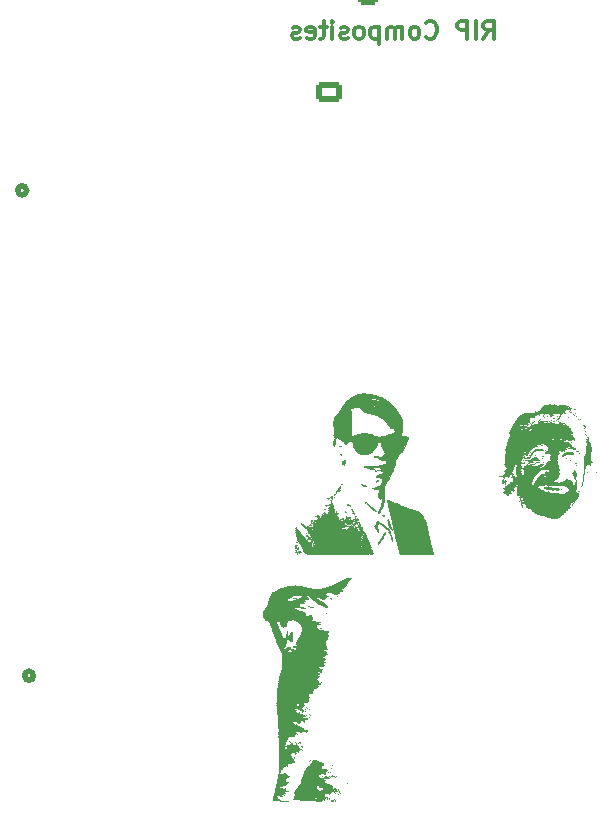
<source format=gbr>
%TF.GenerationSoftware,KiCad,Pcbnew,9.0.0*%
%TF.CreationDate,2025-08-25T23:02:16-05:00*%
%TF.ProjectId,VehicleControlUnit,56656869-636c-4654-936f-6e74726f6c55,rev?*%
%TF.SameCoordinates,Original*%
%TF.FileFunction,Legend,Bot*%
%TF.FilePolarity,Positive*%
%FSLAX46Y46*%
G04 Gerber Fmt 4.6, Leading zero omitted, Abs format (unit mm)*
G04 Created by KiCad (PCBNEW 9.0.0) date 2025-08-25 23:02:16*
%MOMM*%
%LPD*%
G01*
G04 APERTURE LIST*
G04 Aperture macros list*
%AMRoundRect*
0 Rectangle with rounded corners*
0 $1 Rounding radius*
0 $2 $3 $4 $5 $6 $7 $8 $9 X,Y pos of 4 corners*
0 Add a 4 corners polygon primitive as box body*
4,1,4,$2,$3,$4,$5,$6,$7,$8,$9,$2,$3,0*
0 Add four circle primitives for the rounded corners*
1,1,$1+$1,$2,$3*
1,1,$1+$1,$4,$5*
1,1,$1+$1,$6,$7*
1,1,$1+$1,$8,$9*
0 Add four rect primitives between the rounded corners*
20,1,$1+$1,$2,$3,$4,$5,0*
20,1,$1+$1,$4,$5,$6,$7,0*
20,1,$1+$1,$6,$7,$8,$9,0*
20,1,$1+$1,$8,$9,$2,$3,0*%
%AMFreePoly0*
4,1,22,0.945671,0.830970,1.026777,0.776777,1.080970,0.695671,1.100000,0.600000,1.100000,-0.600000,1.080970,-0.695671,1.026777,-0.776777,0.945671,-0.830970,0.850000,-0.850000,-0.450000,-0.850000,-0.545671,-0.830970,-0.626777,-0.776777,-1.026777,-0.376777,-1.080970,-0.295671,-1.100000,-0.200000,-1.100000,0.600000,-1.080970,0.695671,-1.026777,0.776777,-0.945671,0.830970,-0.850000,0.850000,
0.850000,0.850000,0.945671,0.830970,0.945671,0.830970,$1*%
G04 Aperture macros list end*
%ADD10C,0.300000*%
%ADD11C,0.508000*%
%ADD12C,0.000000*%
%ADD13C,0.010000*%
%ADD14C,1.300000*%
%ADD15RoundRect,0.250000X0.600000X-0.850000X0.600000X0.850000X-0.600000X0.850000X-0.600000X-0.850000X0*%
%ADD16O,1.700000X2.200000*%
%ADD17RoundRect,0.250000X0.850000X0.600000X-0.850000X0.600000X-0.850000X-0.600000X0.850000X-0.600000X0*%
%ADD18O,2.200000X1.700000*%
%ADD19C,0.650000*%
%ADD20O,2.100000X1.000000*%
%ADD21O,1.800000X1.000000*%
%ADD22FreePoly0,0.000000*%
%ADD23C,1.524000*%
%ADD24FreePoly0,90.000000*%
%ADD25C,3.200000*%
%ADD26C,3.000000*%
%ADD27RoundRect,0.250000X-0.850000X-0.600000X0.850000X-0.600000X0.850000X0.600000X-0.850000X0.600000X0*%
%ADD28R,1.700000X1.700000*%
%ADD29O,1.700000X1.700000*%
G04 APERTURE END LIST*
D10*
X183813346Y-67825828D02*
X184313346Y-67111542D01*
X184670489Y-67825828D02*
X184670489Y-66325828D01*
X184670489Y-66325828D02*
X184099060Y-66325828D01*
X184099060Y-66325828D02*
X183956203Y-66397257D01*
X183956203Y-66397257D02*
X183884774Y-66468685D01*
X183884774Y-66468685D02*
X183813346Y-66611542D01*
X183813346Y-66611542D02*
X183813346Y-66825828D01*
X183813346Y-66825828D02*
X183884774Y-66968685D01*
X183884774Y-66968685D02*
X183956203Y-67040114D01*
X183956203Y-67040114D02*
X184099060Y-67111542D01*
X184099060Y-67111542D02*
X184670489Y-67111542D01*
X183170489Y-67825828D02*
X183170489Y-66325828D01*
X182456203Y-67825828D02*
X182456203Y-66325828D01*
X182456203Y-66325828D02*
X181884774Y-66325828D01*
X181884774Y-66325828D02*
X181741917Y-66397257D01*
X181741917Y-66397257D02*
X181670488Y-66468685D01*
X181670488Y-66468685D02*
X181599060Y-66611542D01*
X181599060Y-66611542D02*
X181599060Y-66825828D01*
X181599060Y-66825828D02*
X181670488Y-66968685D01*
X181670488Y-66968685D02*
X181741917Y-67040114D01*
X181741917Y-67040114D02*
X181884774Y-67111542D01*
X181884774Y-67111542D02*
X182456203Y-67111542D01*
X178956203Y-67682971D02*
X179027631Y-67754400D01*
X179027631Y-67754400D02*
X179241917Y-67825828D01*
X179241917Y-67825828D02*
X179384774Y-67825828D01*
X179384774Y-67825828D02*
X179599060Y-67754400D01*
X179599060Y-67754400D02*
X179741917Y-67611542D01*
X179741917Y-67611542D02*
X179813346Y-67468685D01*
X179813346Y-67468685D02*
X179884774Y-67182971D01*
X179884774Y-67182971D02*
X179884774Y-66968685D01*
X179884774Y-66968685D02*
X179813346Y-66682971D01*
X179813346Y-66682971D02*
X179741917Y-66540114D01*
X179741917Y-66540114D02*
X179599060Y-66397257D01*
X179599060Y-66397257D02*
X179384774Y-66325828D01*
X179384774Y-66325828D02*
X179241917Y-66325828D01*
X179241917Y-66325828D02*
X179027631Y-66397257D01*
X179027631Y-66397257D02*
X178956203Y-66468685D01*
X178099060Y-67825828D02*
X178241917Y-67754400D01*
X178241917Y-67754400D02*
X178313346Y-67682971D01*
X178313346Y-67682971D02*
X178384774Y-67540114D01*
X178384774Y-67540114D02*
X178384774Y-67111542D01*
X178384774Y-67111542D02*
X178313346Y-66968685D01*
X178313346Y-66968685D02*
X178241917Y-66897257D01*
X178241917Y-66897257D02*
X178099060Y-66825828D01*
X178099060Y-66825828D02*
X177884774Y-66825828D01*
X177884774Y-66825828D02*
X177741917Y-66897257D01*
X177741917Y-66897257D02*
X177670489Y-66968685D01*
X177670489Y-66968685D02*
X177599060Y-67111542D01*
X177599060Y-67111542D02*
X177599060Y-67540114D01*
X177599060Y-67540114D02*
X177670489Y-67682971D01*
X177670489Y-67682971D02*
X177741917Y-67754400D01*
X177741917Y-67754400D02*
X177884774Y-67825828D01*
X177884774Y-67825828D02*
X178099060Y-67825828D01*
X176956203Y-67825828D02*
X176956203Y-66825828D01*
X176956203Y-66968685D02*
X176884774Y-66897257D01*
X176884774Y-66897257D02*
X176741917Y-66825828D01*
X176741917Y-66825828D02*
X176527631Y-66825828D01*
X176527631Y-66825828D02*
X176384774Y-66897257D01*
X176384774Y-66897257D02*
X176313346Y-67040114D01*
X176313346Y-67040114D02*
X176313346Y-67825828D01*
X176313346Y-67040114D02*
X176241917Y-66897257D01*
X176241917Y-66897257D02*
X176099060Y-66825828D01*
X176099060Y-66825828D02*
X175884774Y-66825828D01*
X175884774Y-66825828D02*
X175741917Y-66897257D01*
X175741917Y-66897257D02*
X175670488Y-67040114D01*
X175670488Y-67040114D02*
X175670488Y-67825828D01*
X174956203Y-66825828D02*
X174956203Y-68325828D01*
X174956203Y-66897257D02*
X174813346Y-66825828D01*
X174813346Y-66825828D02*
X174527631Y-66825828D01*
X174527631Y-66825828D02*
X174384774Y-66897257D01*
X174384774Y-66897257D02*
X174313346Y-66968685D01*
X174313346Y-66968685D02*
X174241917Y-67111542D01*
X174241917Y-67111542D02*
X174241917Y-67540114D01*
X174241917Y-67540114D02*
X174313346Y-67682971D01*
X174313346Y-67682971D02*
X174384774Y-67754400D01*
X174384774Y-67754400D02*
X174527631Y-67825828D01*
X174527631Y-67825828D02*
X174813346Y-67825828D01*
X174813346Y-67825828D02*
X174956203Y-67754400D01*
X173384774Y-67825828D02*
X173527631Y-67754400D01*
X173527631Y-67754400D02*
X173599060Y-67682971D01*
X173599060Y-67682971D02*
X173670488Y-67540114D01*
X173670488Y-67540114D02*
X173670488Y-67111542D01*
X173670488Y-67111542D02*
X173599060Y-66968685D01*
X173599060Y-66968685D02*
X173527631Y-66897257D01*
X173527631Y-66897257D02*
X173384774Y-66825828D01*
X173384774Y-66825828D02*
X173170488Y-66825828D01*
X173170488Y-66825828D02*
X173027631Y-66897257D01*
X173027631Y-66897257D02*
X172956203Y-66968685D01*
X172956203Y-66968685D02*
X172884774Y-67111542D01*
X172884774Y-67111542D02*
X172884774Y-67540114D01*
X172884774Y-67540114D02*
X172956203Y-67682971D01*
X172956203Y-67682971D02*
X173027631Y-67754400D01*
X173027631Y-67754400D02*
X173170488Y-67825828D01*
X173170488Y-67825828D02*
X173384774Y-67825828D01*
X172313345Y-67754400D02*
X172170488Y-67825828D01*
X172170488Y-67825828D02*
X171884774Y-67825828D01*
X171884774Y-67825828D02*
X171741917Y-67754400D01*
X171741917Y-67754400D02*
X171670488Y-67611542D01*
X171670488Y-67611542D02*
X171670488Y-67540114D01*
X171670488Y-67540114D02*
X171741917Y-67397257D01*
X171741917Y-67397257D02*
X171884774Y-67325828D01*
X171884774Y-67325828D02*
X172099060Y-67325828D01*
X172099060Y-67325828D02*
X172241917Y-67254400D01*
X172241917Y-67254400D02*
X172313345Y-67111542D01*
X172313345Y-67111542D02*
X172313345Y-67040114D01*
X172313345Y-67040114D02*
X172241917Y-66897257D01*
X172241917Y-66897257D02*
X172099060Y-66825828D01*
X172099060Y-66825828D02*
X171884774Y-66825828D01*
X171884774Y-66825828D02*
X171741917Y-66897257D01*
X171027631Y-67825828D02*
X171027631Y-66825828D01*
X171027631Y-66325828D02*
X171099059Y-66397257D01*
X171099059Y-66397257D02*
X171027631Y-66468685D01*
X171027631Y-66468685D02*
X170956202Y-66397257D01*
X170956202Y-66397257D02*
X171027631Y-66325828D01*
X171027631Y-66325828D02*
X171027631Y-66468685D01*
X170527630Y-66825828D02*
X169956202Y-66825828D01*
X170313345Y-66325828D02*
X170313345Y-67611542D01*
X170313345Y-67611542D02*
X170241916Y-67754400D01*
X170241916Y-67754400D02*
X170099059Y-67825828D01*
X170099059Y-67825828D02*
X169956202Y-67825828D01*
X168884773Y-67754400D02*
X169027630Y-67825828D01*
X169027630Y-67825828D02*
X169313345Y-67825828D01*
X169313345Y-67825828D02*
X169456202Y-67754400D01*
X169456202Y-67754400D02*
X169527630Y-67611542D01*
X169527630Y-67611542D02*
X169527630Y-67040114D01*
X169527630Y-67040114D02*
X169456202Y-66897257D01*
X169456202Y-66897257D02*
X169313345Y-66825828D01*
X169313345Y-66825828D02*
X169027630Y-66825828D01*
X169027630Y-66825828D02*
X168884773Y-66897257D01*
X168884773Y-66897257D02*
X168813345Y-67040114D01*
X168813345Y-67040114D02*
X168813345Y-67182971D01*
X168813345Y-67182971D02*
X169527630Y-67325828D01*
X168241916Y-67754400D02*
X168099059Y-67825828D01*
X168099059Y-67825828D02*
X167813345Y-67825828D01*
X167813345Y-67825828D02*
X167670488Y-67754400D01*
X167670488Y-67754400D02*
X167599059Y-67611542D01*
X167599059Y-67611542D02*
X167599059Y-67540114D01*
X167599059Y-67540114D02*
X167670488Y-67397257D01*
X167670488Y-67397257D02*
X167813345Y-67325828D01*
X167813345Y-67325828D02*
X168027631Y-67325828D01*
X168027631Y-67325828D02*
X168170488Y-67254400D01*
X168170488Y-67254400D02*
X168241916Y-67111542D01*
X168241916Y-67111542D02*
X168241916Y-67040114D01*
X168241916Y-67040114D02*
X168170488Y-66897257D01*
X168170488Y-66897257D02*
X168027631Y-66825828D01*
X168027631Y-66825828D02*
X167813345Y-66825828D01*
X167813345Y-66825828D02*
X167670488Y-66897257D01*
D11*
%TO.C,J13*%
X145717700Y-121781400D02*
G75*
G02*
X144955700Y-121781400I-381000J0D01*
G01*
X144955700Y-121781400D02*
G75*
G02*
X145717700Y-121781400I381000J0D01*
G01*
%TO.C,J5*%
X145131000Y-80678000D02*
G75*
G02*
X144369000Y-80678000I-381000J0D01*
G01*
X144369000Y-80678000D02*
G75*
G02*
X145131000Y-80678000I381000J0D01*
G01*
D12*
%TO.C,G\u002A\u002A\u002A*%
G36*
X185310663Y-105502352D02*
G01*
X185297584Y-105515431D01*
X185284505Y-105502352D01*
X185297584Y-105489272D01*
X185310663Y-105502352D01*
G37*
G36*
X185990787Y-105319241D02*
G01*
X185977708Y-105332321D01*
X185964628Y-105319241D01*
X185977708Y-105306162D01*
X185990787Y-105319241D01*
G37*
G36*
X186173897Y-104848387D02*
G01*
X186160818Y-104861466D01*
X186147739Y-104848387D01*
X186160818Y-104835307D01*
X186173897Y-104848387D01*
G37*
G36*
X186592435Y-106130158D02*
G01*
X186579355Y-106143237D01*
X186566276Y-106130158D01*
X186579355Y-106117079D01*
X186592435Y-106130158D01*
G37*
G36*
X187115607Y-104639118D02*
G01*
X187102527Y-104652197D01*
X187089448Y-104639118D01*
X187102527Y-104626039D01*
X187115607Y-104639118D01*
G37*
G36*
X187298717Y-102912650D02*
G01*
X187285638Y-102925730D01*
X187272558Y-102912650D01*
X187285638Y-102899571D01*
X187298717Y-102912650D01*
G37*
G36*
X187324876Y-107385771D02*
G01*
X187311796Y-107398850D01*
X187298717Y-107385771D01*
X187311796Y-107372691D01*
X187324876Y-107385771D01*
G37*
G36*
X187612620Y-103174236D02*
G01*
X187599541Y-103187316D01*
X187586462Y-103174236D01*
X187599541Y-103161157D01*
X187612620Y-103174236D01*
G37*
G36*
X187612620Y-107778150D02*
G01*
X187599541Y-107791229D01*
X187586462Y-107778150D01*
X187599541Y-107765070D01*
X187612620Y-107778150D01*
G37*
G36*
X187717255Y-102964967D02*
G01*
X187704175Y-102978047D01*
X187691096Y-102964967D01*
X187704175Y-102951888D01*
X187717255Y-102964967D01*
G37*
G36*
X188031158Y-99512032D02*
G01*
X188018078Y-99525112D01*
X188004999Y-99512032D01*
X188018078Y-99498953D01*
X188031158Y-99512032D01*
G37*
G36*
X188371219Y-100165997D02*
G01*
X188358140Y-100179077D01*
X188345061Y-100165997D01*
X188358140Y-100152918D01*
X188371219Y-100165997D01*
G37*
G36*
X188502012Y-99145812D02*
G01*
X188488933Y-99158891D01*
X188475854Y-99145812D01*
X188488933Y-99132733D01*
X188502012Y-99145812D01*
G37*
G36*
X188606647Y-103331188D02*
G01*
X188593568Y-103344267D01*
X188580488Y-103331188D01*
X188593568Y-103318109D01*
X188606647Y-103331188D01*
G37*
G36*
X188632805Y-103069602D02*
G01*
X188619726Y-103082681D01*
X188606647Y-103069602D01*
X188619726Y-103056523D01*
X188632805Y-103069602D01*
G37*
G36*
X188658964Y-99930570D02*
G01*
X188645885Y-99943649D01*
X188632805Y-99930570D01*
X188645885Y-99917491D01*
X188658964Y-99930570D01*
G37*
G36*
X188737440Y-99878253D02*
G01*
X188724361Y-99891332D01*
X188711281Y-99878253D01*
X188724361Y-99865173D01*
X188737440Y-99878253D01*
G37*
G36*
X188763598Y-100061363D02*
G01*
X188750519Y-100074442D01*
X188737440Y-100061363D01*
X188750519Y-100048284D01*
X188763598Y-100061363D01*
G37*
G36*
X188763598Y-103331188D02*
G01*
X188750519Y-103344267D01*
X188737440Y-103331188D01*
X188750519Y-103318109D01*
X188763598Y-103331188D01*
G37*
G36*
X189025184Y-103828201D02*
G01*
X189012105Y-103841281D01*
X188999026Y-103828201D01*
X189012105Y-103815122D01*
X189025184Y-103828201D01*
G37*
G36*
X189129819Y-100113680D02*
G01*
X189116740Y-100126759D01*
X189103660Y-100113680D01*
X189116740Y-100100601D01*
X189129819Y-100113680D01*
G37*
G36*
X189155977Y-102546430D02*
G01*
X189142898Y-102559509D01*
X189129819Y-102546430D01*
X189142898Y-102533351D01*
X189155977Y-102546430D01*
G37*
G36*
X189182136Y-99668984D02*
G01*
X189169057Y-99682063D01*
X189155977Y-99668984D01*
X189169057Y-99655905D01*
X189182136Y-99668984D01*
G37*
G36*
X189339088Y-100009046D02*
G01*
X189326008Y-100022125D01*
X189312929Y-100009046D01*
X189326008Y-99995966D01*
X189339088Y-100009046D01*
G37*
G36*
X189705308Y-100113680D02*
G01*
X189692229Y-100126759D01*
X189679149Y-100113680D01*
X189692229Y-100100601D01*
X189705308Y-100113680D01*
G37*
G36*
X189731467Y-105685462D02*
G01*
X189718387Y-105698541D01*
X189705308Y-105685462D01*
X189718387Y-105672383D01*
X189731467Y-105685462D01*
G37*
G36*
X189940735Y-100296790D02*
G01*
X189927656Y-100309870D01*
X189914577Y-100296790D01*
X189927656Y-100283711D01*
X189940735Y-100296790D01*
G37*
G36*
X189966894Y-100349108D02*
G01*
X189953815Y-100362187D01*
X189940735Y-100349108D01*
X189953815Y-100336028D01*
X189966894Y-100349108D01*
G37*
G36*
X190150004Y-99695143D02*
G01*
X190136925Y-99708222D01*
X190123846Y-99695143D01*
X190136925Y-99682063D01*
X190150004Y-99695143D01*
G37*
G36*
X190254639Y-99721301D02*
G01*
X190241559Y-99734380D01*
X190228480Y-99721301D01*
X190241559Y-99708222D01*
X190254639Y-99721301D01*
G37*
G36*
X190437749Y-99747460D02*
G01*
X190424670Y-99760539D01*
X190411590Y-99747460D01*
X190424670Y-99734380D01*
X190437749Y-99747460D01*
G37*
G36*
X190490066Y-99668984D02*
G01*
X190476987Y-99682063D01*
X190463907Y-99668984D01*
X190476987Y-99655905D01*
X190490066Y-99668984D01*
G37*
G36*
X190516225Y-99616667D02*
G01*
X190503145Y-99629746D01*
X190490066Y-99616667D01*
X190503145Y-99603587D01*
X190516225Y-99616667D01*
G37*
G36*
X190620859Y-99721301D02*
G01*
X190607780Y-99734380D01*
X190594700Y-99721301D01*
X190607780Y-99708222D01*
X190620859Y-99721301D01*
G37*
G36*
X190699335Y-102781857D02*
G01*
X190686256Y-102794937D01*
X190673176Y-102781857D01*
X190686256Y-102768778D01*
X190699335Y-102781857D01*
G37*
G36*
X191013238Y-102598747D02*
G01*
X191000159Y-102611826D01*
X190987079Y-102598747D01*
X191000159Y-102585668D01*
X191013238Y-102598747D01*
G37*
G36*
X191091714Y-105214607D02*
G01*
X191078635Y-105227686D01*
X191065555Y-105214607D01*
X191078635Y-105201528D01*
X191091714Y-105214607D01*
G37*
G36*
X191170190Y-103749725D02*
G01*
X191157110Y-103762805D01*
X191144031Y-103749725D01*
X191157110Y-103736646D01*
X191170190Y-103749725D01*
G37*
G36*
X191196348Y-103278871D02*
G01*
X191183269Y-103291950D01*
X191170190Y-103278871D01*
X191183269Y-103265791D01*
X191196348Y-103278871D01*
G37*
G36*
X191248665Y-103749725D02*
G01*
X191235586Y-103762805D01*
X191222507Y-103749725D01*
X191235586Y-103736646D01*
X191248665Y-103749725D01*
G37*
G36*
X191274824Y-102023258D02*
G01*
X191261745Y-102036337D01*
X191248665Y-102023258D01*
X191261745Y-102010179D01*
X191274824Y-102023258D01*
G37*
G36*
X191510251Y-102808016D02*
G01*
X191497172Y-102821095D01*
X191484093Y-102808016D01*
X191497172Y-102794937D01*
X191510251Y-102808016D01*
G37*
G36*
X191510251Y-104089787D02*
G01*
X191497172Y-104102867D01*
X191484093Y-104089787D01*
X191497172Y-104076708D01*
X191510251Y-104089787D01*
G37*
G36*
X191745679Y-99773618D02*
G01*
X191732600Y-99786698D01*
X191719520Y-99773618D01*
X191732600Y-99760539D01*
X191745679Y-99773618D01*
G37*
G36*
X191876472Y-99773618D02*
G01*
X191863393Y-99786698D01*
X191850313Y-99773618D01*
X191863393Y-99760539D01*
X191876472Y-99773618D01*
G37*
G36*
X191928789Y-99590508D02*
G01*
X191915710Y-99603587D01*
X191902630Y-99590508D01*
X191915710Y-99577429D01*
X191928789Y-99590508D01*
G37*
G36*
X192007265Y-106051682D02*
G01*
X191994186Y-106064762D01*
X191981106Y-106051682D01*
X191994186Y-106038603D01*
X192007265Y-106051682D01*
G37*
G36*
X192085741Y-103174236D02*
G01*
X192072661Y-103187316D01*
X192059582Y-103174236D01*
X192072661Y-103161157D01*
X192085741Y-103174236D01*
G37*
G36*
X192111899Y-99721301D02*
G01*
X192098820Y-99734380D01*
X192085741Y-99721301D01*
X192098820Y-99708222D01*
X192111899Y-99721301D01*
G37*
G36*
X192268851Y-100139839D02*
G01*
X192255771Y-100152918D01*
X192242692Y-100139839D01*
X192255771Y-100126759D01*
X192268851Y-100139839D01*
G37*
G36*
X192478120Y-100872280D02*
G01*
X192465040Y-100885359D01*
X192451961Y-100872280D01*
X192465040Y-100859200D01*
X192478120Y-100872280D01*
G37*
G36*
X192608913Y-101369293D02*
G01*
X192595833Y-101382372D01*
X192582754Y-101369293D01*
X192595833Y-101356214D01*
X192608913Y-101369293D01*
G37*
G36*
X192661230Y-101133866D02*
G01*
X192648150Y-101146945D01*
X192635071Y-101133866D01*
X192648150Y-101120786D01*
X192661230Y-101133866D01*
G37*
G36*
X192870499Y-101866306D02*
G01*
X192857419Y-101879386D01*
X192844340Y-101866306D01*
X192857419Y-101853227D01*
X192870499Y-101866306D01*
G37*
G36*
X193419829Y-104456008D02*
G01*
X193406750Y-104469087D01*
X193393671Y-104456008D01*
X193406750Y-104442928D01*
X193419829Y-104456008D01*
G37*
G36*
X185511213Y-105916529D02*
G01*
X185515305Y-105924397D01*
X185493774Y-105933969D01*
X185479925Y-105932081D01*
X185476334Y-105916529D01*
X185480168Y-105913399D01*
X185511213Y-105916529D01*
G37*
G36*
X185493774Y-106012444D02*
G01*
X185491886Y-106026293D01*
X185476334Y-106029883D01*
X185473204Y-106026049D01*
X185476334Y-105995005D01*
X185484203Y-105990913D01*
X185493774Y-106012444D01*
G37*
G36*
X185570184Y-104166083D02*
G01*
X185568335Y-104192615D01*
X185556445Y-104200416D01*
X185551262Y-104191162D01*
X185554380Y-104150279D01*
X185563796Y-104138171D01*
X185570184Y-104166083D01*
G37*
G36*
X185676884Y-102847254D02*
G01*
X185674996Y-102861102D01*
X185659445Y-102864693D01*
X185656314Y-102860859D01*
X185659445Y-102829815D01*
X185667313Y-102825722D01*
X185676884Y-102847254D01*
G37*
G36*
X185700977Y-104270718D02*
G01*
X185699128Y-104297249D01*
X185687238Y-104305051D01*
X185682055Y-104295796D01*
X185685173Y-104254913D01*
X185694589Y-104242805D01*
X185700977Y-104270718D01*
G37*
G36*
X185969533Y-105105183D02*
G01*
X185981641Y-105114598D01*
X185953729Y-105120987D01*
X185927197Y-105119137D01*
X185919396Y-105107248D01*
X185928650Y-105102064D01*
X185969533Y-105105183D01*
G37*
G36*
X186566276Y-106247872D02*
G01*
X186564388Y-106261720D01*
X186548837Y-106265311D01*
X186545706Y-106261477D01*
X186548837Y-106230433D01*
X186556705Y-106226340D01*
X186566276Y-106247872D01*
G37*
G36*
X187394632Y-107956900D02*
G01*
X187398724Y-107964768D01*
X187377193Y-107974339D01*
X187363344Y-107972451D01*
X187359754Y-107956900D01*
X187363588Y-107953770D01*
X187394632Y-107956900D01*
G37*
G36*
X187507986Y-103788963D02*
G01*
X187506098Y-103802812D01*
X187490547Y-103806402D01*
X187487416Y-103802568D01*
X187490547Y-103771524D01*
X187498415Y-103767432D01*
X187507986Y-103788963D01*
G37*
G36*
X187525425Y-107642997D02*
G01*
X187529517Y-107650865D01*
X187507986Y-107660436D01*
X187494137Y-107658548D01*
X187490547Y-107642997D01*
X187494381Y-107639866D01*
X187525425Y-107642997D01*
G37*
G36*
X187664937Y-100623773D02*
G01*
X187663049Y-100637621D01*
X187647498Y-100641212D01*
X187644368Y-100637378D01*
X187647498Y-100606334D01*
X187655366Y-100602241D01*
X187664937Y-100623773D01*
G37*
G36*
X187996280Y-102646705D02*
G01*
X188000372Y-102654573D01*
X187978840Y-102664144D01*
X187964992Y-102662256D01*
X187961401Y-102646705D01*
X187965235Y-102643574D01*
X187996280Y-102646705D01*
G37*
G36*
X188057316Y-108497511D02*
G01*
X188055428Y-108511360D01*
X188039877Y-108514950D01*
X188036747Y-108511116D01*
X188039877Y-108480072D01*
X188047745Y-108475980D01*
X188057316Y-108497511D01*
G37*
G36*
X188153231Y-100083162D02*
G01*
X188157324Y-100091030D01*
X188135792Y-100100601D01*
X188121944Y-100098713D01*
X188118353Y-100083162D01*
X188122187Y-100080031D01*
X188153231Y-100083162D01*
G37*
G36*
X188240426Y-100231394D02*
G01*
X188238539Y-100245242D01*
X188222987Y-100248833D01*
X188219857Y-100244999D01*
X188222987Y-100213955D01*
X188230855Y-100209862D01*
X188240426Y-100231394D01*
G37*
G36*
X188284024Y-102960608D02*
G01*
X188288117Y-102968476D01*
X188266585Y-102978047D01*
X188252737Y-102976159D01*
X188249146Y-102960608D01*
X188252980Y-102957477D01*
X188284024Y-102960608D01*
G37*
G36*
X188534711Y-102908405D02*
G01*
X188539148Y-102917488D01*
X188502012Y-102921599D01*
X188466028Y-102917953D01*
X188469314Y-102908405D01*
X188481155Y-102904950D01*
X188534711Y-102908405D01*
G37*
G36*
X188554330Y-99263526D02*
G01*
X188552442Y-99277374D01*
X188536891Y-99280965D01*
X188533760Y-99277131D01*
X188536891Y-99246087D01*
X188544759Y-99241994D01*
X188554330Y-99263526D01*
G37*
G36*
X188761533Y-99745280D02*
G01*
X188759684Y-99771812D01*
X188747794Y-99779613D01*
X188742611Y-99770358D01*
X188745729Y-99729476D01*
X188755145Y-99717368D01*
X188761533Y-99745280D01*
G37*
G36*
X188842074Y-99734380D02*
G01*
X188840186Y-99748229D01*
X188824635Y-99751820D01*
X188821505Y-99747986D01*
X188824635Y-99716941D01*
X188832503Y-99712849D01*
X188842074Y-99734380D01*
G37*
G36*
X188911831Y-103719207D02*
G01*
X188915923Y-103727075D01*
X188894391Y-103736646D01*
X188880543Y-103734758D01*
X188876952Y-103719207D01*
X188880786Y-103716076D01*
X188911831Y-103719207D01*
G37*
G36*
X189443722Y-108916049D02*
G01*
X189441834Y-108929897D01*
X189426283Y-108933488D01*
X189423152Y-108929654D01*
X189426283Y-108898610D01*
X189434151Y-108894517D01*
X189443722Y-108916049D01*
G37*
G36*
X189496039Y-99917491D02*
G01*
X189494151Y-99931339D01*
X189478600Y-99934930D01*
X189475470Y-99931096D01*
X189478600Y-99900052D01*
X189486468Y-99895959D01*
X189496039Y-99917491D01*
G37*
G36*
X189522198Y-105777017D02*
G01*
X189520310Y-105790865D01*
X189504759Y-105794456D01*
X189501628Y-105790622D01*
X189504759Y-105759578D01*
X189512627Y-105755485D01*
X189522198Y-105777017D01*
G37*
G36*
X189783784Y-106247872D02*
G01*
X189781896Y-106261720D01*
X189766345Y-106265311D01*
X189763214Y-106261477D01*
X189766345Y-106230433D01*
X189774213Y-106226340D01*
X189783784Y-106247872D01*
G37*
G36*
X190463907Y-100048284D02*
G01*
X190462020Y-100062132D01*
X190446468Y-100065723D01*
X190443338Y-100061889D01*
X190446468Y-100030845D01*
X190454336Y-100026752D01*
X190463907Y-100048284D01*
G37*
G36*
X190516225Y-99891332D02*
G01*
X190514337Y-99905180D01*
X190498786Y-99908771D01*
X190495655Y-99904937D01*
X190498786Y-99873893D01*
X190506654Y-99869801D01*
X190516225Y-99891332D01*
G37*
G36*
X190913508Y-101861516D02*
G01*
X190925616Y-101870932D01*
X190897704Y-101877320D01*
X190871173Y-101875471D01*
X190863371Y-101863581D01*
X190872626Y-101858398D01*
X190913508Y-101861516D01*
G37*
G36*
X190960921Y-104992259D02*
G01*
X190959033Y-105006107D01*
X190943482Y-105009698D01*
X190940351Y-105005864D01*
X190943482Y-104974820D01*
X190951350Y-104970727D01*
X190960921Y-104992259D01*
G37*
G36*
X190987079Y-103291950D02*
G01*
X190985192Y-103305798D01*
X190969640Y-103309389D01*
X190966510Y-103305555D01*
X190969640Y-103274511D01*
X190977508Y-103270418D01*
X190987079Y-103291950D01*
G37*
G36*
X190987079Y-105070735D02*
G01*
X190985192Y-105084583D01*
X190969640Y-105088174D01*
X190966510Y-105084340D01*
X190969640Y-105053296D01*
X190977508Y-105049203D01*
X190987079Y-105070735D01*
G37*
G36*
X191082994Y-103169877D02*
G01*
X191087087Y-103177745D01*
X191065555Y-103187316D01*
X191051707Y-103185428D01*
X191048116Y-103169877D01*
X191051950Y-103166746D01*
X191082994Y-103169877D01*
G37*
G36*
X191222507Y-107608119D02*
G01*
X191220619Y-107621967D01*
X191205068Y-107625558D01*
X191201937Y-107621724D01*
X191205068Y-107590680D01*
X191212936Y-107586587D01*
X191222507Y-107608119D01*
G37*
G36*
X191305887Y-103169446D02*
G01*
X191317995Y-103178862D01*
X191290083Y-103185250D01*
X191263552Y-103183401D01*
X191255750Y-103171511D01*
X191265005Y-103166328D01*
X191305887Y-103169446D01*
G37*
G36*
X191457934Y-101879386D02*
G01*
X191456046Y-101893234D01*
X191440495Y-101896825D01*
X191437364Y-101892991D01*
X191440495Y-101861947D01*
X191448363Y-101857854D01*
X191457934Y-101879386D01*
G37*
G36*
X191501532Y-99507673D02*
G01*
X191505624Y-99515541D01*
X191484093Y-99525112D01*
X191470245Y-99523224D01*
X191466654Y-99507673D01*
X191470488Y-99504542D01*
X191501532Y-99507673D01*
G37*
G36*
X191684642Y-100030845D02*
G01*
X191688735Y-100038713D01*
X191667203Y-100048284D01*
X191653355Y-100046396D01*
X191649764Y-100030845D01*
X191653598Y-100027714D01*
X191684642Y-100030845D01*
G37*
G36*
X191667203Y-104338294D02*
G01*
X191665315Y-104352142D01*
X191649764Y-104355733D01*
X191646633Y-104351899D01*
X191649764Y-104320855D01*
X191657632Y-104316762D01*
X191667203Y-104338294D01*
G37*
G36*
X191719520Y-106195555D02*
G01*
X191717632Y-106209403D01*
X191702081Y-106212994D01*
X191698950Y-106209160D01*
X191702081Y-106178115D01*
X191709949Y-106174023D01*
X191719520Y-106195555D01*
G37*
G36*
X191802901Y-99245656D02*
G01*
X191815009Y-99255072D01*
X191787097Y-99261461D01*
X191760565Y-99259611D01*
X191752763Y-99247722D01*
X191762018Y-99242538D01*
X191802901Y-99245656D01*
G37*
G36*
X191829059Y-99559560D02*
G01*
X191841167Y-99568975D01*
X191813255Y-99575364D01*
X191786724Y-99573514D01*
X191778922Y-99561625D01*
X191788177Y-99556441D01*
X191829059Y-99559560D01*
G37*
G36*
X191902630Y-103579695D02*
G01*
X191900743Y-103593543D01*
X191885191Y-103597134D01*
X191882061Y-103593300D01*
X191885191Y-103562255D01*
X191893059Y-103558163D01*
X191902630Y-103579695D01*
G37*
G36*
X191972387Y-99847734D02*
G01*
X191976479Y-99855602D01*
X191954948Y-99865173D01*
X191941099Y-99863286D01*
X191937509Y-99847734D01*
X191941343Y-99844604D01*
X191972387Y-99847734D01*
G37*
G36*
X192064487Y-106099209D02*
G01*
X192076595Y-106108625D01*
X192048683Y-106115014D01*
X192022151Y-106113164D01*
X192014349Y-106101275D01*
X192023604Y-106096091D01*
X192064487Y-106099209D01*
G37*
G36*
X192090645Y-100135049D02*
G01*
X192102753Y-100144464D01*
X192074841Y-100150853D01*
X192048310Y-100149003D01*
X192040508Y-100137114D01*
X192049763Y-100131930D01*
X192090645Y-100135049D01*
G37*
G36*
X192312448Y-100449382D02*
G01*
X192316541Y-100457250D01*
X192295009Y-100466821D01*
X192281161Y-100464933D01*
X192277570Y-100449382D01*
X192281404Y-100446252D01*
X192312448Y-100449382D01*
G37*
G36*
X192600193Y-100920237D02*
G01*
X192604285Y-100928105D01*
X192582754Y-100937676D01*
X192568906Y-100935788D01*
X192565315Y-100920237D01*
X192569149Y-100917106D01*
X192600193Y-100920237D01*
G37*
G36*
X192678669Y-101286457D02*
G01*
X192682761Y-101294325D01*
X192661230Y-101303896D01*
X192647382Y-101302009D01*
X192643791Y-101286457D01*
X192647625Y-101283327D01*
X192678669Y-101286457D01*
G37*
G36*
X185640144Y-102686260D02*
G01*
X185632069Y-102697881D01*
X185609943Y-102716461D01*
X185606287Y-102716206D01*
X185600526Y-102701064D01*
X185628608Y-102674725D01*
X185643227Y-102668360D01*
X185640144Y-102686260D01*
G37*
G36*
X189029102Y-99832469D02*
G01*
X189042772Y-99857669D01*
X189021705Y-99899662D01*
X188989047Y-99919865D01*
X188974017Y-99899523D01*
X188984337Y-99846857D01*
X189000475Y-99821892D01*
X189029102Y-99832469D01*
G37*
G36*
X189119237Y-99730339D02*
G01*
X189111163Y-99741959D01*
X189089037Y-99760539D01*
X189085380Y-99760284D01*
X189079620Y-99745142D01*
X189107702Y-99718803D01*
X189122321Y-99712439D01*
X189119237Y-99730339D01*
G37*
G36*
X189276189Y-99651863D02*
G01*
X189268114Y-99663483D01*
X189245989Y-99682063D01*
X189242332Y-99681809D01*
X189236571Y-99666666D01*
X189264654Y-99640327D01*
X189279272Y-99633963D01*
X189276189Y-99651863D01*
G37*
G36*
X190345930Y-104494819D02*
G01*
X190348521Y-104508534D01*
X190321579Y-104521404D01*
X190308372Y-104520892D01*
X190281953Y-104508536D01*
X190305148Y-104483283D01*
X190314580Y-104479729D01*
X190345930Y-104494819D01*
G37*
G36*
X190557960Y-99704180D02*
G01*
X190549886Y-99715801D01*
X190527760Y-99734380D01*
X190524103Y-99734126D01*
X190518343Y-99718984D01*
X190546425Y-99692645D01*
X190561044Y-99686280D01*
X190557960Y-99704180D01*
G37*
G36*
X190584119Y-99782656D02*
G01*
X190576044Y-99794276D01*
X190553919Y-99812856D01*
X190550262Y-99812602D01*
X190544501Y-99797459D01*
X190572584Y-99771120D01*
X190587202Y-99764756D01*
X190584119Y-99782656D01*
G37*
G36*
X190950339Y-99337960D02*
G01*
X190946864Y-99343285D01*
X190921018Y-99367376D01*
X190908604Y-99356625D01*
X190910942Y-99350741D01*
X190938804Y-99326424D01*
X190953423Y-99320060D01*
X190950339Y-99337960D01*
G37*
G36*
X191608719Y-104064417D02*
G01*
X191602618Y-104101553D01*
X191593915Y-104111107D01*
X191558482Y-104113420D01*
X191546977Y-104101740D01*
X191559853Y-104068960D01*
X191583415Y-104054415D01*
X191608719Y-104064417D01*
G37*
G36*
X191844985Y-103476250D02*
G01*
X191860747Y-103509938D01*
X191849714Y-103527377D01*
X191834713Y-103522372D01*
X191807023Y-103487011D01*
X191798090Y-103445987D01*
X191812970Y-103439170D01*
X191844985Y-103476250D01*
G37*
G36*
X192581440Y-100819150D02*
G01*
X192590980Y-100827906D01*
X192592990Y-100863801D01*
X192580846Y-100874794D01*
X192554748Y-100856211D01*
X192545121Y-100837487D01*
X192546922Y-100810151D01*
X192581440Y-100819150D01*
G37*
G36*
X185415298Y-105644680D02*
G01*
X185414293Y-105652273D01*
X185389139Y-105672383D01*
X185383219Y-105672083D01*
X185362981Y-105660847D01*
X185364184Y-105656651D01*
X185389139Y-105633145D01*
X185399272Y-105629057D01*
X185415298Y-105644680D01*
G37*
G36*
X185872028Y-105153637D02*
G01*
X185886153Y-105188448D01*
X185883201Y-105206499D01*
X185859994Y-105227686D01*
X185847960Y-105223259D01*
X185833835Y-105188448D01*
X185836787Y-105170398D01*
X185859994Y-105149211D01*
X185872028Y-105153637D01*
G37*
G36*
X186443658Y-106069343D02*
G01*
X186471101Y-106103999D01*
X186477363Y-106123435D01*
X186477103Y-106143237D01*
X186466437Y-106136486D01*
X186435483Y-106103999D01*
X186420818Y-106080315D01*
X186429481Y-106064762D01*
X186443658Y-106069343D01*
G37*
G36*
X186906338Y-106991848D02*
G01*
X186903136Y-107011338D01*
X186880179Y-107032630D01*
X186873973Y-107031925D01*
X186854021Y-107008015D01*
X186855019Y-107000676D01*
X186880179Y-106967233D01*
X186893656Y-106964772D01*
X186906338Y-106991848D01*
G37*
G36*
X187104039Y-103659347D02*
G01*
X187128686Y-103684329D01*
X187133558Y-103693590D01*
X187131774Y-103710488D01*
X187127174Y-103709310D01*
X187102527Y-103684329D01*
X187097655Y-103675067D01*
X187099440Y-103658170D01*
X187104039Y-103659347D01*
G37*
G36*
X187252652Y-107661196D02*
G01*
X187272558Y-107686595D01*
X187271798Y-107692847D01*
X187246400Y-107712753D01*
X187240147Y-107711993D01*
X187220241Y-107686595D01*
X187221001Y-107680342D01*
X187246400Y-107660436D01*
X187252652Y-107661196D01*
G37*
G36*
X187342315Y-103876159D02*
G01*
X187346095Y-103882788D01*
X187339030Y-103918016D01*
X187322112Y-103936143D01*
X187289017Y-103944330D01*
X187272558Y-103921300D01*
X187280450Y-103899123D01*
X187311719Y-103874186D01*
X187342315Y-103876159D01*
G37*
G36*
X187324876Y-107807796D02*
G01*
X187324683Y-107811995D01*
X187307436Y-107852266D01*
X187303813Y-107855380D01*
X187276482Y-107856190D01*
X187273935Y-107845017D01*
X187293921Y-107811720D01*
X187311604Y-107798070D01*
X187324876Y-107807796D01*
G37*
G36*
X187364113Y-103727187D02*
G01*
X187382896Y-103735657D01*
X187403351Y-103752524D01*
X187399014Y-103757208D01*
X187364113Y-103762805D01*
X187346075Y-103759950D01*
X187324876Y-103737467D01*
X187330430Y-103726643D01*
X187364113Y-103727187D01*
G37*
G36*
X187410735Y-100493729D02*
G01*
X187429510Y-100519138D01*
X187424519Y-100531640D01*
X187388728Y-100545297D01*
X187370044Y-100541533D01*
X187364113Y-100519138D01*
X187369468Y-100511994D01*
X187404895Y-100492980D01*
X187410735Y-100493729D01*
G37*
G36*
X187440515Y-103817176D02*
G01*
X187442589Y-103841281D01*
X187437220Y-103849109D01*
X187414887Y-103867439D01*
X187412276Y-103866759D01*
X187403351Y-103841281D01*
X187404416Y-103834111D01*
X187431054Y-103815122D01*
X187440515Y-103817176D01*
G37*
G36*
X188061902Y-108550805D02*
G01*
X188096554Y-108575987D01*
X188100745Y-108586029D01*
X188086562Y-108602146D01*
X188078890Y-108601169D01*
X188044237Y-108575987D01*
X188040046Y-108565946D01*
X188054229Y-108549828D01*
X188061902Y-108550805D01*
G37*
G36*
X188367695Y-100262022D02*
G01*
X188423537Y-100283711D01*
X188434117Y-100291141D01*
X188442214Y-100305804D01*
X188413600Y-100303328D01*
X188358140Y-100283711D01*
X188329418Y-100267261D01*
X188345061Y-100259792D01*
X188367695Y-100262022D01*
G37*
G36*
X188454562Y-100208437D02*
G01*
X188475854Y-100231394D01*
X188475149Y-100237600D01*
X188451239Y-100257552D01*
X188443900Y-100256555D01*
X188410457Y-100231394D01*
X188407997Y-100217917D01*
X188435072Y-100205235D01*
X188454562Y-100208437D01*
G37*
G36*
X188448894Y-99089310D02*
G01*
X188430849Y-99150212D01*
X188423375Y-99168754D01*
X188411562Y-99183863D01*
X188402237Y-99149573D01*
X188401354Y-99120172D01*
X188421084Y-99072405D01*
X188445152Y-99060841D01*
X188448894Y-99089310D01*
G37*
G36*
X188940848Y-100019296D02*
G01*
X188967854Y-100046322D01*
X188966186Y-100061169D01*
X188933629Y-100074442D01*
X188912032Y-100070174D01*
X188899405Y-100046322D01*
X188902958Y-100038566D01*
X188933629Y-100018201D01*
X188940848Y-100019296D01*
G37*
G36*
X189063377Y-102642412D02*
G01*
X189077502Y-102677223D01*
X189074550Y-102695273D01*
X189051343Y-102716461D01*
X189039309Y-102712034D01*
X189025184Y-102677223D01*
X189028136Y-102659172D01*
X189051343Y-102637985D01*
X189063377Y-102642412D01*
G37*
G36*
X189684121Y-100155869D02*
G01*
X189705308Y-100179077D01*
X189700881Y-100191110D01*
X189666070Y-100205235D01*
X189648020Y-100202284D01*
X189626832Y-100179077D01*
X189631259Y-100167043D01*
X189666070Y-100152918D01*
X189684121Y-100155869D01*
G37*
G36*
X190117622Y-99754949D02*
G01*
X190118533Y-99779029D01*
X190096432Y-99827447D01*
X190087100Y-99838021D01*
X190058409Y-99856722D01*
X190052706Y-99835687D01*
X190073792Y-99782468D01*
X190100023Y-99746792D01*
X190117622Y-99754949D01*
G37*
G36*
X190175488Y-98819315D02*
G01*
X190200211Y-98824716D01*
X190176163Y-98844988D01*
X190150508Y-98861036D01*
X190127864Y-98867829D01*
X190123846Y-98844988D01*
X190130818Y-98831215D01*
X190169623Y-98819230D01*
X190175488Y-98819315D01*
G37*
G36*
X190574794Y-100075202D02*
G01*
X190594700Y-100100601D01*
X190593940Y-100106853D01*
X190568542Y-100126759D01*
X190562289Y-100125999D01*
X190542383Y-100100601D01*
X190543143Y-100094348D01*
X190568542Y-100074442D01*
X190574794Y-100075202D01*
G37*
G36*
X190856286Y-103368882D02*
G01*
X190855281Y-103376475D01*
X190830128Y-103396584D01*
X190824208Y-103396284D01*
X190803969Y-103385049D01*
X190805173Y-103380853D01*
X190830128Y-103357346D01*
X190840261Y-103353259D01*
X190856286Y-103368882D01*
G37*
G36*
X191001373Y-99483833D02*
G01*
X191034492Y-99523477D01*
X191035925Y-99539225D01*
X191011603Y-99546366D01*
X190998945Y-99540231D01*
X190965826Y-99500588D01*
X190964393Y-99484840D01*
X190988714Y-99477699D01*
X191001373Y-99483833D01*
G37*
G36*
X191097966Y-99028858D02*
G01*
X191117872Y-99054257D01*
X191117112Y-99060509D01*
X191091714Y-99080415D01*
X191085461Y-99079655D01*
X191065555Y-99054257D01*
X191066315Y-99048004D01*
X191091714Y-99028098D01*
X191097966Y-99028858D01*
G37*
G36*
X191212080Y-107373895D02*
G01*
X191235586Y-107398850D01*
X191239673Y-107408983D01*
X191224051Y-107425009D01*
X191216458Y-107424003D01*
X191196348Y-107398850D01*
X191196648Y-107392930D01*
X191207884Y-107372691D01*
X191212080Y-107373895D01*
G37*
G36*
X191385711Y-103397345D02*
G01*
X191405617Y-103422743D01*
X191404857Y-103428996D01*
X191379458Y-103448902D01*
X191373206Y-103448141D01*
X191353300Y-103422743D01*
X191354060Y-103416490D01*
X191379458Y-103396584D01*
X191385711Y-103397345D01*
G37*
G36*
X191527303Y-107063608D02*
G01*
X191545870Y-107098026D01*
X191549982Y-107118090D01*
X191535589Y-107137264D01*
X191523941Y-107132844D01*
X191510251Y-107098026D01*
X191511388Y-107080149D01*
X191520532Y-107058788D01*
X191527303Y-107063608D01*
G37*
G36*
X191680134Y-99797402D02*
G01*
X191722402Y-99815722D01*
X191732735Y-99838795D01*
X191708701Y-99848585D01*
X191653079Y-99833779D01*
X191630785Y-99822657D01*
X191601678Y-99798356D01*
X191619354Y-99788288D01*
X191680134Y-99797402D01*
G37*
G36*
X191906403Y-100054778D02*
G01*
X191928789Y-100074442D01*
X191912553Y-100091646D01*
X191863393Y-100100601D01*
X191820382Y-100094106D01*
X191797996Y-100074442D01*
X191814232Y-100057238D01*
X191863393Y-100048284D01*
X191906403Y-100054778D01*
G37*
G36*
X192051253Y-100040647D02*
G01*
X192075631Y-100056083D01*
X192055236Y-100077682D01*
X192045550Y-100083526D01*
X191998613Y-100099182D01*
X191981106Y-100078802D01*
X191981156Y-100076180D01*
X192001911Y-100039372D01*
X192051253Y-100040647D01*
G37*
G36*
X192070392Y-105983416D02*
G01*
X192085741Y-106028611D01*
X192082215Y-106046045D01*
X192059582Y-106051682D01*
X192048772Y-106041473D01*
X192033423Y-105996277D01*
X192036949Y-105978843D01*
X192059582Y-105973206D01*
X192070392Y-105983416D01*
G37*
G36*
X192379534Y-100807888D02*
G01*
X192399644Y-100833042D01*
X192399344Y-100838962D01*
X192388108Y-100859200D01*
X192383912Y-100857997D01*
X192360406Y-100833042D01*
X192356319Y-100822909D01*
X192371941Y-100806883D01*
X192379534Y-100807888D01*
G37*
G36*
X192482347Y-100942115D02*
G01*
X192504278Y-100961386D01*
X192493673Y-100972881D01*
X192451961Y-100971414D01*
X192421212Y-100961445D01*
X192399644Y-100947704D01*
X192409380Y-100941896D01*
X192451961Y-100937676D01*
X192482347Y-100942115D01*
G37*
G36*
X192464937Y-101053847D02*
G01*
X192498207Y-101094628D01*
X192513406Y-101128847D01*
X192505420Y-101146945D01*
X192484050Y-101136022D01*
X192451961Y-101094628D01*
X192438915Y-101061282D01*
X192444748Y-101042310D01*
X192464937Y-101053847D01*
G37*
G36*
X192640030Y-101202116D02*
G01*
X192661230Y-101224600D01*
X192655675Y-101235424D01*
X192621992Y-101234880D01*
X192603209Y-101226410D01*
X192582754Y-101209543D01*
X192587091Y-101204859D01*
X192621992Y-101199262D01*
X192640030Y-101202116D01*
G37*
G36*
X192824434Y-101749353D02*
G01*
X192844340Y-101774751D01*
X192843580Y-101781004D01*
X192818181Y-101800910D01*
X192811929Y-101800150D01*
X192792023Y-101774751D01*
X192792783Y-101768499D01*
X192818181Y-101748593D01*
X192824434Y-101749353D01*
G37*
G36*
X192981182Y-102220453D02*
G01*
X193001292Y-102245606D01*
X193000992Y-102251526D01*
X192989756Y-102271765D01*
X192985560Y-102270561D01*
X192962054Y-102245606D01*
X192957966Y-102235473D01*
X192973589Y-102219447D01*
X192981182Y-102220453D01*
G37*
G36*
X187194083Y-103939375D02*
G01*
X187191404Y-103968672D01*
X187176643Y-104006952D01*
X187155142Y-104022345D01*
X187126071Y-104015040D01*
X187120327Y-103967583D01*
X187129077Y-103936681D01*
X187155078Y-103904121D01*
X187181803Y-103903085D01*
X187194083Y-103939375D01*
G37*
G36*
X187811989Y-100395303D02*
G01*
X187795730Y-100427583D01*
X187792002Y-100431828D01*
X187749656Y-100460316D01*
X187709164Y-100465234D01*
X187691096Y-100443461D01*
X187701669Y-100424550D01*
X187745292Y-100399385D01*
X187801073Y-100388345D01*
X187811989Y-100395303D01*
G37*
G36*
X187870559Y-102804722D02*
G01*
X187837454Y-102843447D01*
X187796916Y-102881849D01*
X187763974Y-102899571D01*
X187757520Y-102898919D01*
X187752018Y-102882085D01*
X187779233Y-102851066D01*
X187829885Y-102817430D01*
X187867062Y-102798915D01*
X187870559Y-102804722D01*
G37*
G36*
X189248628Y-99760539D02*
G01*
X189239778Y-99810213D01*
X189231248Y-99878253D01*
X189229358Y-99901715D01*
X189225263Y-99914836D01*
X189216689Y-99877027D01*
X189216297Y-99828775D01*
X189234068Y-99759314D01*
X189262088Y-99695143D01*
X189248628Y-99760539D01*
G37*
G36*
X189600674Y-100111361D02*
G01*
X189593124Y-100136999D01*
X189555114Y-100175815D01*
X189540281Y-100183550D01*
X189503664Y-100192407D01*
X189504322Y-100170884D01*
X189543720Y-100125464D01*
X189562358Y-100108807D01*
X189592474Y-100091317D01*
X189600674Y-100111361D01*
G37*
G36*
X189824039Y-99955733D02*
G01*
X189833897Y-99993847D01*
X189804711Y-100043052D01*
X189780827Y-100063645D01*
X189746474Y-100068518D01*
X189724283Y-100023640D01*
X189718795Y-99994008D01*
X189732708Y-99954749D01*
X189788144Y-99943649D01*
X189824039Y-99955733D01*
G37*
G36*
X190993369Y-103497793D02*
G01*
X191052476Y-103528744D01*
X190993619Y-103517430D01*
X190955911Y-103516920D01*
X190932697Y-103536366D01*
X190929667Y-103548676D01*
X190916893Y-103532282D01*
X190911159Y-103496881D01*
X190936606Y-103479649D01*
X190993369Y-103497793D01*
G37*
G36*
X191065555Y-99888494D02*
G01*
X191058577Y-99903628D01*
X191019778Y-99925617D01*
X190994784Y-99932347D01*
X190967460Y-99940615D01*
X190960921Y-99931490D01*
X190972150Y-99917975D01*
X191013238Y-99891332D01*
X191046872Y-99878388D01*
X191065555Y-99888494D01*
G37*
G36*
X187230664Y-103449901D02*
G01*
X187213981Y-103507166D01*
X187189128Y-103553478D01*
X187174556Y-103568888D01*
X187174099Y-103568172D01*
X187174811Y-103536986D01*
X187184418Y-103477603D01*
X187186413Y-103468415D01*
X187204356Y-103422157D01*
X187223843Y-103415882D01*
X187230664Y-103449901D01*
G37*
G36*
X188240574Y-103115207D02*
G01*
X188286673Y-103161157D01*
X188295844Y-103176437D01*
X188304827Y-103206485D01*
X188278018Y-103213474D01*
X188257932Y-103210372D01*
X188212975Y-103186866D01*
X188181474Y-103153211D01*
X188180635Y-103125033D01*
X188193856Y-103114964D01*
X188240574Y-103115207D01*
G37*
G36*
X188845367Y-103344269D02*
G01*
X188885249Y-103362508D01*
X188892284Y-103399884D01*
X188861693Y-103431577D01*
X188856259Y-103433744D01*
X188809858Y-103446152D01*
X188782840Y-103433265D01*
X188774686Y-103397849D01*
X188799884Y-103361087D01*
X188844873Y-103344267D01*
X188845367Y-103344269D01*
G37*
G36*
X191184742Y-103519204D02*
G01*
X191217312Y-103550637D01*
X191219267Y-103571774D01*
X191193202Y-103564117D01*
X191174750Y-103553616D01*
X191139671Y-103540857D01*
X191134001Y-103539882D01*
X191100433Y-103518329D01*
X191102453Y-103505771D01*
X191141982Y-103505249D01*
X191184742Y-103519204D01*
G37*
G36*
X187336546Y-103629733D02*
G01*
X187341379Y-103641853D01*
X187326419Y-103658170D01*
X187311393Y-103665060D01*
X187295682Y-103703948D01*
X187294824Y-103715767D01*
X187290331Y-103733527D01*
X187280150Y-103701169D01*
X187277243Y-103680688D01*
X187286751Y-103637140D01*
X187310450Y-103615174D01*
X187336546Y-103629733D01*
G37*
G36*
X188854152Y-103133654D02*
G01*
X188900082Y-103167968D01*
X188920550Y-103206687D01*
X188899427Y-103229922D01*
X188842074Y-103239633D01*
X188824317Y-103239217D01*
X188776654Y-103226210D01*
X188763598Y-103188859D01*
X188767628Y-103158858D01*
X188788693Y-103122577D01*
X188805969Y-103118553D01*
X188854152Y-103133654D01*
G37*
G36*
X190481471Y-105926891D02*
G01*
X190490856Y-105975377D01*
X190474188Y-106049543D01*
X190467096Y-106065759D01*
X190439259Y-106088865D01*
X190392051Y-106069406D01*
X190383312Y-106062877D01*
X190372834Y-106033255D01*
X190392051Y-105978456D01*
X190417807Y-105935749D01*
X190454349Y-105911283D01*
X190481471Y-105926891D01*
G37*
G36*
X188153682Y-103699487D02*
G01*
X188188109Y-103736646D01*
X188188660Y-103737352D01*
X188224418Y-103790841D01*
X188239263Y-103828201D01*
X188239020Y-103830441D01*
X188222536Y-103826123D01*
X188188109Y-103788963D01*
X188187559Y-103788258D01*
X188151801Y-103734768D01*
X188136955Y-103697408D01*
X188137198Y-103695168D01*
X188153682Y-103699487D01*
G37*
G36*
X191808584Y-106124073D02*
G01*
X191836636Y-106148562D01*
X191884975Y-106154453D01*
X191907728Y-106149580D01*
X191960235Y-106159984D01*
X191964396Y-106162871D01*
X191965360Y-106180868D01*
X191915710Y-106195874D01*
X191853401Y-106194867D01*
X191795924Y-106162286D01*
X191773501Y-106103999D01*
X191781776Y-106098077D01*
X191808584Y-106124073D01*
G37*
G36*
X191719203Y-103937096D02*
G01*
X191733096Y-103956297D01*
X191734008Y-103995953D01*
X191699463Y-104015762D01*
X191637957Y-104024391D01*
X191636339Y-104024386D01*
X191585764Y-104016852D01*
X191575648Y-103998232D01*
X191583722Y-103988938D01*
X191627329Y-103972074D01*
X191641545Y-103969668D01*
X191674833Y-103939375D01*
X191688718Y-103920614D01*
X191719203Y-103937096D01*
G37*
G36*
X188669180Y-100070688D02*
G01*
X188685123Y-100115224D01*
X188682658Y-100131808D01*
X188661104Y-100152918D01*
X188626645Y-100148095D01*
X188576375Y-100125079D01*
X188554330Y-100094599D01*
X188561702Y-100084684D01*
X188593568Y-100100601D01*
X188597807Y-100104069D01*
X188626037Y-100118193D01*
X188632805Y-100089181D01*
X188637047Y-100067865D01*
X188658964Y-100061363D01*
X188669180Y-100070688D01*
G37*
G36*
X189448693Y-100182028D02*
G01*
X189469881Y-100205235D01*
X189468539Y-100213091D01*
X189440923Y-100231394D01*
X189428174Y-100237037D01*
X189427023Y-100270632D01*
X189429831Y-100293490D01*
X189400865Y-100309870D01*
X189377930Y-100303553D01*
X189375527Y-100268492D01*
X189382776Y-100246934D01*
X189391405Y-100203096D01*
X189395815Y-100192066D01*
X189430643Y-100179077D01*
X189448693Y-100182028D01*
G37*
G36*
X191618556Y-99232691D02*
G01*
X191641044Y-99266324D01*
X191641034Y-99266579D01*
X191616234Y-99277929D01*
X191552893Y-99285463D01*
X191464474Y-99287560D01*
X191422885Y-99287009D01*
X191349733Y-99284773D01*
X191320136Y-99279408D01*
X191327787Y-99268466D01*
X191366379Y-99249502D01*
X191395977Y-99237550D01*
X191481679Y-99217425D01*
X191560653Y-99216098D01*
X191618556Y-99232691D01*
G37*
G36*
X191611783Y-99551271D02*
G01*
X191643243Y-99559166D01*
X191630202Y-99579925D01*
X191577664Y-99609678D01*
X191490632Y-99644554D01*
X191416098Y-99669123D01*
X191350689Y-99686350D01*
X191319217Y-99688680D01*
X191329321Y-99674686D01*
X191369845Y-99652126D01*
X191437425Y-99619850D01*
X191512206Y-99587016D01*
X191576149Y-99561523D01*
X191611211Y-99551270D01*
X191611783Y-99551271D01*
G37*
G36*
X191897712Y-102880234D02*
G01*
X191932766Y-102889976D01*
X191954948Y-102918217D01*
X191956963Y-102931144D01*
X191981106Y-102951888D01*
X191987359Y-102952648D01*
X192007265Y-102978047D01*
X192007254Y-102979561D01*
X191998180Y-103001798D01*
X191967794Y-102989468D01*
X191909649Y-102940064D01*
X191898279Y-102929491D01*
X191862170Y-102893011D01*
X191862631Y-102879850D01*
X191897712Y-102880234D01*
G37*
G36*
X192615479Y-104496039D02*
G01*
X192625940Y-104524414D01*
X192612527Y-104586079D01*
X192577167Y-104670923D01*
X192572008Y-104680952D01*
X192543577Y-104717172D01*
X192526314Y-104711390D01*
X192524833Y-104672242D01*
X192543750Y-104608365D01*
X192551027Y-104590775D01*
X192573643Y-104533268D01*
X192582754Y-104505130D01*
X192583774Y-104502487D01*
X192610675Y-104495246D01*
X192615479Y-104496039D01*
G37*
G36*
X191701174Y-99671464D02*
G01*
X191717212Y-99678323D01*
X191716733Y-99691627D01*
X191675556Y-99709164D01*
X191588364Y-99733876D01*
X191501130Y-99753895D01*
X191429594Y-99764948D01*
X191392565Y-99763822D01*
X191389290Y-99760713D01*
X191405463Y-99744560D01*
X191457962Y-99726597D01*
X191462905Y-99725346D01*
X191538975Y-99702243D01*
X191596903Y-99678604D01*
X191634716Y-99667406D01*
X191701174Y-99671464D01*
G37*
G36*
X187239509Y-107464247D02*
G01*
X187257809Y-107524504D01*
X187287907Y-107563641D01*
X187305280Y-107579181D01*
X187321841Y-107629038D01*
X187321169Y-107638119D01*
X187316590Y-107657013D01*
X187306474Y-107625817D01*
X187293506Y-107600777D01*
X187257191Y-107592298D01*
X187238787Y-107593564D01*
X187225618Y-107566056D01*
X187224161Y-107496124D01*
X187224428Y-107488771D01*
X187227708Y-107432205D01*
X187232292Y-107424952D01*
X187239509Y-107464247D01*
G37*
G36*
X193360994Y-104498581D02*
G01*
X193374052Y-104524020D01*
X193379444Y-104545518D01*
X193404910Y-104542165D01*
X193428663Y-104514864D01*
X193437303Y-104502070D01*
X193443923Y-104525804D01*
X193443460Y-104546571D01*
X193430582Y-104609589D01*
X193428072Y-104615710D01*
X193406301Y-104636002D01*
X193364349Y-104618268D01*
X193340551Y-104595123D01*
X193322744Y-104550323D01*
X193326819Y-104510794D01*
X193354433Y-104496825D01*
X193360994Y-104498581D01*
G37*
G36*
X190927331Y-99446636D02*
G01*
X190929627Y-99454680D01*
X190931619Y-99472610D01*
X190911317Y-99446636D01*
X190900922Y-99435091D01*
X190876050Y-99431931D01*
X190836475Y-99458062D01*
X190772377Y-99518572D01*
X190767449Y-99523469D01*
X190694626Y-99590954D01*
X190647626Y-99624599D01*
X190629600Y-99622804D01*
X190643695Y-99583969D01*
X190654432Y-99565704D01*
X190710356Y-99498682D01*
X190777209Y-99447648D01*
X190843389Y-99418218D01*
X190897296Y-99416008D01*
X190927331Y-99446636D01*
G37*
G36*
X191340221Y-99418925D02*
G01*
X191393482Y-99432631D01*
X191409398Y-99449247D01*
X191374021Y-99465532D01*
X191287903Y-99480830D01*
X191287438Y-99480891D01*
X191231025Y-99489272D01*
X191205027Y-99495034D01*
X191203939Y-99495829D01*
X191174241Y-99490759D01*
X191136494Y-99466883D01*
X191117872Y-99441039D01*
X191122254Y-99430259D01*
X191153923Y-99428714D01*
X191170901Y-99432486D01*
X191212780Y-99420895D01*
X191219885Y-99416796D01*
X191268946Y-99411391D01*
X191340221Y-99418925D01*
G37*
G36*
X191753625Y-102781863D02*
G01*
X191756756Y-102784037D01*
X191810536Y-102814365D01*
X191840645Y-102818512D01*
X191837234Y-102794937D01*
X191832722Y-102786213D01*
X191837998Y-102769491D01*
X191866310Y-102776991D01*
X191900817Y-102805830D01*
X191915889Y-102837594D01*
X191884401Y-102855113D01*
X191857135Y-102861936D01*
X191811939Y-102867627D01*
X191769600Y-102856423D01*
X191705804Y-102824102D01*
X191663173Y-102799305D01*
X191638878Y-102774737D01*
X191655707Y-102758711D01*
X191696145Y-102757672D01*
X191753625Y-102781863D01*
G37*
G36*
X191266438Y-99296377D02*
G01*
X191235586Y-99312244D01*
X191233408Y-99313277D01*
X191178450Y-99350518D01*
X191119852Y-99404537D01*
X191068019Y-99452808D01*
X191028205Y-99473097D01*
X191013238Y-99456059D01*
X191022599Y-99438591D01*
X191059016Y-99403341D01*
X191082798Y-99382687D01*
X191076969Y-99374692D01*
X191026317Y-99382620D01*
X190976523Y-99390990D01*
X190967442Y-99384487D01*
X190998619Y-99356863D01*
X191040548Y-99331900D01*
X191103253Y-99315486D01*
X191148538Y-99312581D01*
X191222507Y-99301668D01*
X191250678Y-99296188D01*
X191266438Y-99296377D01*
G37*
G36*
X189850626Y-100242033D02*
G01*
X189862260Y-100288926D01*
X189861467Y-100291676D01*
X189831192Y-100304610D01*
X189770630Y-100309870D01*
X189678999Y-100309870D01*
X189695188Y-100270196D01*
X189761549Y-100270196D01*
X189771201Y-100275098D01*
X189797045Y-100260158D01*
X189809942Y-100221802D01*
X189805324Y-100210979D01*
X189778988Y-100225726D01*
X189765159Y-100243321D01*
X189761549Y-100270196D01*
X189695188Y-100270196D01*
X189712962Y-100226638D01*
X189715937Y-100219536D01*
X189745944Y-100162935D01*
X189771893Y-100135306D01*
X189792539Y-100146110D01*
X189823499Y-100187819D01*
X189840503Y-100221802D01*
X189850626Y-100242033D01*
G37*
G36*
X191717425Y-103734840D02*
G01*
X191692138Y-103770523D01*
X191641044Y-103819528D01*
X191603905Y-103848166D01*
X191547812Y-103876195D01*
X191479661Y-103887811D01*
X191386457Y-103884658D01*
X191255205Y-103868382D01*
X191252246Y-103863681D01*
X191248665Y-103828201D01*
X191251734Y-103807955D01*
X191272740Y-103792660D01*
X191322761Y-103794674D01*
X191412296Y-103813023D01*
X191430880Y-103816900D01*
X191492428Y-103822677D01*
X191523990Y-103814055D01*
X191531129Y-103805511D01*
X191573712Y-103775432D01*
X191632281Y-103746067D01*
X191686798Y-103726548D01*
X191717227Y-103726005D01*
X191717425Y-103734840D01*
G37*
G36*
X191489986Y-107163777D02*
G01*
X191508237Y-107186524D01*
X191506008Y-107223577D01*
X191484093Y-107245168D01*
X191476603Y-107246116D01*
X191425236Y-107252897D01*
X191412282Y-107257898D01*
X191399995Y-107291619D01*
X191399058Y-107315545D01*
X191375265Y-107364665D01*
X191363364Y-107377889D01*
X191341276Y-107383931D01*
X191321212Y-107344342D01*
X191312454Y-107305560D01*
X191327704Y-107267709D01*
X191337183Y-107260224D01*
X191351583Y-107226422D01*
X191348392Y-107200885D01*
X191359600Y-107174198D01*
X191396792Y-107192918D01*
X191396944Y-107193043D01*
X191433575Y-107214577D01*
X191451289Y-107196121D01*
X191457029Y-107184090D01*
X191486273Y-107163423D01*
X191489986Y-107163777D01*
G37*
G36*
X188737440Y-103670273D02*
G01*
X188737030Y-103671624D01*
X188709621Y-103687578D01*
X188652424Y-103707380D01*
X188612155Y-103719524D01*
X188596154Y-103728515D01*
X188623313Y-103733092D01*
X188698202Y-103736126D01*
X188700914Y-103736214D01*
X188772206Y-103740807D01*
X188795934Y-103749214D01*
X188776678Y-103763003D01*
X188772036Y-103764806D01*
X188711621Y-103775047D01*
X188622986Y-103777790D01*
X188522229Y-103774039D01*
X188425443Y-103764794D01*
X188348725Y-103751059D01*
X188308169Y-103733834D01*
X188307297Y-103732879D01*
X188296698Y-103713247D01*
X188328757Y-103720168D01*
X188360364Y-103725894D01*
X188407233Y-103714504D01*
X188438803Y-103702198D01*
X188502507Y-103688177D01*
X188580650Y-103675773D01*
X188656804Y-103667188D01*
X188714543Y-103664621D01*
X188737440Y-103670273D01*
G37*
G36*
X192248133Y-100498471D02*
G01*
X192252152Y-100532218D01*
X192248561Y-100552428D01*
X192266052Y-100571456D01*
X192274748Y-100570243D01*
X192295009Y-100545297D01*
X192298170Y-100530574D01*
X192324209Y-100518541D01*
X192360299Y-100534071D01*
X192386573Y-100571483D01*
X192404856Y-100605706D01*
X192454465Y-100651272D01*
X192483008Y-100673770D01*
X192490388Y-100703561D01*
X192486715Y-100712568D01*
X192502734Y-100728407D01*
X192510327Y-100729412D01*
X192530437Y-100754566D01*
X192529218Y-100762533D01*
X192504009Y-100779800D01*
X192464849Y-100773037D01*
X192436540Y-100744817D01*
X192425393Y-100729541D01*
X192376900Y-100690762D01*
X192306568Y-100649149D01*
X192280164Y-100634191D01*
X192221292Y-100587305D01*
X192189810Y-100541522D01*
X192190661Y-100506770D01*
X192228792Y-100492980D01*
X192248133Y-100498471D01*
G37*
G36*
X185668959Y-105149745D02*
G01*
X185703978Y-105174521D01*
X185753206Y-105225314D01*
X185803970Y-105286919D01*
X185843597Y-105344135D01*
X185859412Y-105381757D01*
X185858474Y-105393764D01*
X185845723Y-105400425D01*
X185813008Y-105364338D01*
X185800149Y-105348432D01*
X185765567Y-105322332D01*
X185735114Y-105336871D01*
X185721846Y-105353278D01*
X185705141Y-105393386D01*
X185707168Y-105423162D01*
X185729201Y-105423876D01*
X185742276Y-105421083D01*
X185755360Y-105446947D01*
X185752855Y-105464592D01*
X185727081Y-105503662D01*
X185712655Y-105528440D01*
X185714018Y-105581760D01*
X185716169Y-105629060D01*
X185683440Y-105654348D01*
X185680007Y-105655242D01*
X185624355Y-105666894D01*
X185608726Y-105657462D01*
X185623646Y-105621785D01*
X185626550Y-105615147D01*
X185638836Y-105556836D01*
X185647467Y-105466325D01*
X185650725Y-105360199D01*
X185650887Y-105329128D01*
X185653516Y-105237393D01*
X185658696Y-105173311D01*
X185665561Y-105149211D01*
X185668959Y-105149745D01*
G37*
G36*
X191486111Y-103017285D02*
G01*
X191485517Y-103026138D01*
X191478260Y-103046206D01*
X191455591Y-103058534D01*
X191408288Y-103064657D01*
X191327133Y-103066110D01*
X191202904Y-103064427D01*
X191084595Y-103063226D01*
X190987919Y-103066290D01*
X190915839Y-103076054D01*
X190853713Y-103094615D01*
X190786897Y-103124075D01*
X190731037Y-103152830D01*
X190660739Y-103195026D01*
X190620203Y-103227345D01*
X190578160Y-103260097D01*
X190527516Y-103254685D01*
X190485009Y-103199741D01*
X190478471Y-103184278D01*
X190470892Y-103140979D01*
X190487278Y-103093225D01*
X190532421Y-103023171D01*
X190559060Y-102986923D01*
X190580458Y-102964967D01*
X191353300Y-102964967D01*
X191366379Y-102978047D01*
X191379458Y-102964967D01*
X191366379Y-102951888D01*
X191353300Y-102964967D01*
X190580458Y-102964967D01*
X190609598Y-102935067D01*
X190671805Y-102902186D01*
X190765806Y-102875555D01*
X190821866Y-102864614D01*
X190945410Y-102849708D01*
X191085708Y-102840862D01*
X191225647Y-102838581D01*
X191348119Y-102843371D01*
X191436012Y-102855738D01*
X191483978Y-102877585D01*
X191496871Y-102919110D01*
X191492332Y-102948203D01*
X191490822Y-102964967D01*
X191486111Y-103017285D01*
G37*
G36*
X188934643Y-102633676D02*
G01*
X188940687Y-102673900D01*
X188905912Y-102736906D01*
X188867557Y-102774666D01*
X188807818Y-102781334D01*
X188788629Y-102778044D01*
X188717840Y-102771094D01*
X188617259Y-102764731D01*
X188502012Y-102760007D01*
X188478604Y-102759310D01*
X188369513Y-102757227D01*
X188296130Y-102760605D01*
X188244319Y-102772349D01*
X188199945Y-102795363D01*
X188148871Y-102832550D01*
X188141647Y-102838107D01*
X188041311Y-102923152D01*
X187976938Y-102994273D01*
X187953552Y-103045980D01*
X187937717Y-103083633D01*
X187899804Y-103135645D01*
X187866839Y-103186195D01*
X187876718Y-103215027D01*
X187885883Y-103235974D01*
X187869309Y-103281348D01*
X187830191Y-103334366D01*
X187779220Y-103381230D01*
X187727088Y-103408141D01*
X187718457Y-103409794D01*
X187649112Y-103406416D01*
X187571080Y-103384229D01*
X187552225Y-103376424D01*
X187500070Y-103358651D01*
X187475699Y-103364842D01*
X187463174Y-103396865D01*
X187442076Y-103434039D01*
X187394152Y-103447581D01*
X187332599Y-103422464D01*
X187267461Y-103360551D01*
X187196967Y-103272201D01*
X187257607Y-103215233D01*
X187275001Y-103200395D01*
X187298717Y-103200395D01*
X187311796Y-103213474D01*
X187324876Y-103200395D01*
X187311796Y-103187316D01*
X187298717Y-103200395D01*
X187275001Y-103200395D01*
X187297837Y-103180914D01*
X187328119Y-103174945D01*
X187360008Y-103200395D01*
X187361831Y-103201850D01*
X187381123Y-103222206D01*
X187390987Y-103249643D01*
X187361149Y-103277803D01*
X187338454Y-103303081D01*
X187335502Y-103340299D01*
X187371546Y-103367465D01*
X187411004Y-103363801D01*
X187429510Y-103331188D01*
X187432069Y-103318659D01*
X187464599Y-103297210D01*
X187540684Y-103288852D01*
X187567256Y-103288240D01*
X187635967Y-103287948D01*
X187674230Y-103289770D01*
X187707563Y-103280551D01*
X187749626Y-103247073D01*
X187769572Y-103210271D01*
X187752870Y-103195080D01*
X187703255Y-103187316D01*
X187675054Y-103186333D01*
X187651061Y-103173380D01*
X187664937Y-103134998D01*
X187689736Y-103103468D01*
X187731902Y-103082681D01*
X187766564Y-103062396D01*
X187797850Y-103010745D01*
X187804337Y-102995994D01*
X187853930Y-102924007D01*
X187926546Y-102848893D01*
X188005283Y-102786493D01*
X188073240Y-102752647D01*
X188111380Y-102732957D01*
X188116668Y-102688218D01*
X188113331Y-102670471D01*
X188126060Y-102644262D01*
X188178519Y-102637058D01*
X188225388Y-102635369D01*
X188233249Y-102626928D01*
X188229961Y-102624906D01*
X188789757Y-102624906D01*
X188802836Y-102637985D01*
X188815916Y-102624906D01*
X188802836Y-102611826D01*
X188789757Y-102624906D01*
X188229961Y-102624906D01*
X188196554Y-102604360D01*
X188173752Y-102589934D01*
X188171333Y-102577413D01*
X188207102Y-102569505D01*
X188288109Y-102563028D01*
X188296430Y-102562495D01*
X188422613Y-102555544D01*
X188511441Y-102553849D01*
X188576857Y-102557564D01*
X188632805Y-102566845D01*
X188654018Y-102571104D01*
X188732570Y-102584626D01*
X188822455Y-102598029D01*
X188883519Y-102609144D01*
X188916367Y-102624906D01*
X188934643Y-102633676D01*
G37*
G36*
X192815072Y-101957861D02*
G01*
X192815328Y-101958215D01*
X192861569Y-102029288D01*
X192865566Y-102036337D01*
X192906355Y-102108273D01*
X192915653Y-102127892D01*
X192932075Y-102162541D01*
X192933683Y-102187769D01*
X192909805Y-102193289D01*
X192891721Y-102194598D01*
X192883457Y-102209411D01*
X192907156Y-102252146D01*
X192934191Y-102302233D01*
X192973103Y-102396002D01*
X193007922Y-102500409D01*
X193032424Y-102596205D01*
X193036451Y-102630575D01*
X193040384Y-102664144D01*
X193037350Y-102719535D01*
X193032279Y-102801476D01*
X193020933Y-102849230D01*
X192991228Y-102873328D01*
X192957083Y-102854937D01*
X192931971Y-102794937D01*
X192922741Y-102757349D01*
X192903026Y-102717105D01*
X192886553Y-102721097D01*
X192878732Y-102764056D01*
X192884974Y-102840714D01*
X192891487Y-102900255D01*
X192897349Y-103007841D01*
X192900316Y-103137945D01*
X192900090Y-103200395D01*
X192899824Y-103274151D01*
X192894260Y-103583334D01*
X192973934Y-103613408D01*
X192979039Y-103615368D01*
X193031874Y-103640435D01*
X193053609Y-103659837D01*
X193054618Y-103663873D01*
X193076821Y-103699302D01*
X193118973Y-103752196D01*
X193129755Y-103764973D01*
X193171671Y-103822665D01*
X193182032Y-103852274D01*
X193161574Y-103848723D01*
X193111034Y-103806937D01*
X193072206Y-103770980D01*
X193028262Y-103742617D01*
X192991654Y-103748772D01*
X192944669Y-103787360D01*
X192924905Y-103808002D01*
X192902255Y-103858268D01*
X192907710Y-103931233D01*
X192916808Y-103991170D01*
X192912711Y-104019137D01*
X192890392Y-103999674D01*
X192847806Y-103932836D01*
X192828613Y-103901281D01*
X192791449Y-103855069D01*
X192753746Y-103845166D01*
X192703229Y-103871676D01*
X192627624Y-103934704D01*
X192610741Y-103947026D01*
X192569675Y-103961384D01*
X192554864Y-103974412D01*
X192529748Y-104025911D01*
X192504278Y-104103388D01*
X192487090Y-104163667D01*
X192464762Y-104234636D01*
X192449886Y-104272897D01*
X192443030Y-104298259D01*
X192434909Y-104364612D01*
X192429770Y-104451729D01*
X192424937Y-104515699D01*
X192408730Y-104610689D01*
X192386227Y-104679009D01*
X192359872Y-104746904D01*
X192348204Y-104814080D01*
X192345245Y-104923079D01*
X192327148Y-105114623D01*
X192295803Y-105312009D01*
X192254803Y-105489272D01*
X192243820Y-105540449D01*
X192236776Y-105613526D01*
X192229608Y-105650067D01*
X192197851Y-105672383D01*
X192171332Y-105686268D01*
X192174415Y-105735614D01*
X192178470Y-105778010D01*
X192157632Y-105812025D01*
X192146659Y-105816229D01*
X192103720Y-105823288D01*
X192086271Y-105800222D01*
X192093150Y-105741252D01*
X192123196Y-105640598D01*
X192139125Y-105587639D01*
X192166181Y-105480027D01*
X192188583Y-105371419D01*
X192201719Y-105302668D01*
X192223996Y-105200611D01*
X192244148Y-105122912D01*
X192249499Y-105098332D01*
X192260164Y-105017460D01*
X192271521Y-104897582D01*
X192283093Y-104747300D01*
X192294407Y-104575216D01*
X192304984Y-104389933D01*
X192314352Y-104200053D01*
X192322032Y-104014179D01*
X192327550Y-103840913D01*
X192330431Y-103688857D01*
X192330198Y-103566615D01*
X192332686Y-103411092D01*
X192346320Y-103264501D01*
X192358844Y-103200395D01*
X192635071Y-103200395D01*
X192648150Y-103213474D01*
X192661230Y-103200395D01*
X192648150Y-103187316D01*
X192635071Y-103200395D01*
X192358844Y-103200395D01*
X192369652Y-103145069D01*
X192401026Y-103061111D01*
X192438788Y-103020940D01*
X192467760Y-102984406D01*
X192478120Y-102900392D01*
X192478641Y-102876258D01*
X192485489Y-102818162D01*
X192497739Y-102794912D01*
X192501355Y-102791096D01*
X192509539Y-102749891D01*
X192515226Y-102673045D01*
X192516972Y-102590720D01*
X192909044Y-102590720D01*
X192909274Y-102602501D01*
X192941307Y-102623224D01*
X192946269Y-102625086D01*
X192972481Y-102630575D01*
X192955950Y-102608580D01*
X192936716Y-102593654D01*
X192909044Y-102590720D01*
X192516972Y-102590720D01*
X192517357Y-102572569D01*
X192517485Y-102531615D01*
X192518867Y-102438864D01*
X192521446Y-102374403D01*
X192524817Y-102350245D01*
X192548564Y-102362381D01*
X192596754Y-102392487D01*
X192642994Y-102414193D01*
X192661683Y-102404558D01*
X192648380Y-102370234D01*
X192602373Y-102320353D01*
X192543516Y-102268999D01*
X192608913Y-102285175D01*
X192646237Y-102290403D01*
X192645125Y-102280018D01*
X192614683Y-102249244D01*
X192575853Y-102186929D01*
X192550000Y-102127892D01*
X192635071Y-102127892D01*
X192648150Y-102140972D01*
X192661230Y-102127892D01*
X192648150Y-102114813D01*
X192635071Y-102127892D01*
X192550000Y-102127892D01*
X192542925Y-102111735D01*
X192519619Y-102036337D01*
X192556595Y-102036337D01*
X192557356Y-102042590D01*
X192582754Y-102062496D01*
X192589007Y-102061736D01*
X192608913Y-102036337D01*
X192608152Y-102030085D01*
X192582754Y-102010179D01*
X192576501Y-102010939D01*
X192556595Y-102036337D01*
X192519619Y-102036337D01*
X192519391Y-102035599D01*
X192508744Y-101970460D01*
X192514475Y-101928256D01*
X192540078Y-101920924D01*
X192564760Y-101919303D01*
X192590109Y-101880243D01*
X192590934Y-101865781D01*
X192640660Y-101865781D01*
X192643791Y-101896825D01*
X192651659Y-101900917D01*
X192661230Y-101879386D01*
X192659342Y-101865537D01*
X192643791Y-101861947D01*
X192640660Y-101865781D01*
X192590934Y-101865781D01*
X192592351Y-101840934D01*
X192563503Y-101832986D01*
X192536476Y-101827094D01*
X192517844Y-101781291D01*
X192517625Y-101778205D01*
X192529532Y-101732333D01*
X192566813Y-101726904D01*
X192620123Y-101763540D01*
X192629251Y-101772194D01*
X192656783Y-101785976D01*
X192660089Y-101759440D01*
X192639845Y-101697207D01*
X192596730Y-101603897D01*
X192571683Y-101551551D01*
X192548061Y-101492686D01*
X192543526Y-101465198D01*
X192544043Y-101464513D01*
X192531504Y-101441132D01*
X192490063Y-101402963D01*
X192481134Y-101395664D01*
X192443235Y-101348399D01*
X192452888Y-101315951D01*
X192509025Y-101303896D01*
X192512421Y-101303915D01*
X192545965Y-101311597D01*
X192534309Y-101338469D01*
X192534291Y-101338490D01*
X192526220Y-101368964D01*
X192549039Y-101413778D01*
X192607536Y-101482341D01*
X192657827Y-101533141D01*
X192704267Y-101574086D01*
X192734292Y-101594643D01*
X192740498Y-101589847D01*
X192715480Y-101554732D01*
X192701782Y-101532210D01*
X192710393Y-101502035D01*
X192728806Y-101500130D01*
X192746780Y-101533119D01*
X192758265Y-101610253D01*
X192764176Y-101735513D01*
X192764208Y-101736890D01*
X192778729Y-101870205D01*
X192782536Y-101879386D01*
X192815072Y-101957861D01*
G37*
G36*
X189698205Y-98851694D02*
G01*
X189766621Y-98817368D01*
X189775042Y-98810852D01*
X189839460Y-98772463D01*
X189876623Y-98777252D01*
X189888819Y-98825369D01*
X189893798Y-98857246D01*
X189908438Y-98857164D01*
X189930267Y-98835633D01*
X189981164Y-98829343D01*
X190036611Y-98867118D01*
X190088907Y-98945202D01*
X190089221Y-98945722D01*
X190113984Y-98942226D01*
X190118019Y-98940051D01*
X190625486Y-98940051D01*
X190647018Y-98949622D01*
X190660866Y-98947735D01*
X190664457Y-98932183D01*
X190660623Y-98929053D01*
X190629579Y-98932183D01*
X190625486Y-98940051D01*
X190118019Y-98940051D01*
X190160340Y-98917239D01*
X190202108Y-98887734D01*
X190259266Y-98887734D01*
X190280797Y-98897305D01*
X190294646Y-98895417D01*
X190298236Y-98879866D01*
X190294402Y-98876736D01*
X190263358Y-98879866D01*
X190259266Y-98887734D01*
X190202108Y-98887734D01*
X190210253Y-98881980D01*
X190245688Y-98847668D01*
X190265929Y-98826725D01*
X190301917Y-98820484D01*
X190365259Y-98838861D01*
X190379221Y-98843489D01*
X190471214Y-98863162D01*
X190567383Y-98871147D01*
X190650803Y-98875128D01*
X190692413Y-98879866D01*
X190748627Y-98886267D01*
X190844820Y-98902146D01*
X190926770Y-98920335D01*
X190962888Y-98932183D01*
X190981865Y-98938408D01*
X190997492Y-98953937D01*
X190994594Y-98961161D01*
X191011694Y-98975781D01*
X191019287Y-98976786D01*
X191036457Y-98998263D01*
X191039397Y-99001940D01*
X191030957Y-99015019D01*
X191029586Y-99017144D01*
X190987079Y-99028098D01*
X190964095Y-99029938D01*
X190936591Y-99047290D01*
X190940395Y-99054257D01*
X190950895Y-99073490D01*
X190956747Y-99076056D01*
X190986574Y-99089135D01*
X191004107Y-99096823D01*
X191053959Y-99101369D01*
X191127172Y-99080678D01*
X191169246Y-99061741D01*
X191190801Y-99076852D01*
X191211620Y-99095751D01*
X191263925Y-99106574D01*
X191304824Y-99112826D01*
X191327141Y-99132733D01*
X191331568Y-99144766D01*
X191334146Y-99145812D01*
X191366379Y-99158891D01*
X191384476Y-99162180D01*
X191388891Y-99167548D01*
X191405617Y-99187886D01*
X191391592Y-99203819D01*
X191340221Y-99200467D01*
X191296299Y-99194842D01*
X191274824Y-99204762D01*
X191265883Y-99215197D01*
X191219397Y-99234896D01*
X191148069Y-99254478D01*
X191068796Y-99270225D01*
X190998474Y-99278421D01*
X190953998Y-99275348D01*
X190932161Y-99271415D01*
X190896626Y-99287901D01*
X190870676Y-99305684D01*
X190862227Y-99307208D01*
X190814358Y-99315843D01*
X190772518Y-99323632D01*
X190753605Y-99348541D01*
X190754382Y-99355081D01*
X190754633Y-99357194D01*
X190751164Y-99423932D01*
X190722290Y-99446636D01*
X190707984Y-99439902D01*
X190725493Y-99407398D01*
X190742144Y-99384554D01*
X190745795Y-99368160D01*
X190704624Y-99381493D01*
X190641987Y-99415052D01*
X190613989Y-99433557D01*
X190579648Y-99456254D01*
X190538596Y-99492505D01*
X190518550Y-99519991D01*
X190527813Y-99520357D01*
X190574161Y-99491962D01*
X190580848Y-99487751D01*
X190644303Y-99454957D01*
X190678434Y-99449604D01*
X190677045Y-99469550D01*
X190633938Y-99512648D01*
X190620223Y-99523202D01*
X190559879Y-99556847D01*
X190514613Y-99563826D01*
X190475567Y-99575300D01*
X190433925Y-99620266D01*
X190406512Y-99668984D01*
X190399543Y-99681370D01*
X190382197Y-99741230D01*
X190391661Y-99782464D01*
X190406734Y-99815563D01*
X190379102Y-99856555D01*
X190357629Y-99877174D01*
X190343255Y-99880810D01*
X190351646Y-99839199D01*
X190356639Y-99798051D01*
X190337235Y-99797230D01*
X190321563Y-99813988D01*
X190306956Y-99864597D01*
X190295950Y-99916084D01*
X190273575Y-99970536D01*
X190265153Y-99991032D01*
X190225795Y-100062370D01*
X190189242Y-100106720D01*
X190181296Y-100111862D01*
X190136925Y-100125958D01*
X190128922Y-100121665D01*
X190149247Y-100101623D01*
X190167354Y-100086122D01*
X190171848Y-100061408D01*
X190170409Y-100060350D01*
X190143365Y-100071203D01*
X190103444Y-100112303D01*
X190101471Y-100114786D01*
X190056849Y-100160277D01*
X190021986Y-100179077D01*
X190007965Y-100175843D01*
X189993416Y-100149476D01*
X190012672Y-100122400D01*
X190026415Y-100109800D01*
X190063555Y-100063227D01*
X190110766Y-99995966D01*
X190136232Y-99958746D01*
X190181532Y-99958746D01*
X190181728Y-99999583D01*
X190193171Y-100019284D01*
X190213231Y-99999477D01*
X190222120Y-99970536D01*
X190211675Y-99944639D01*
X190186517Y-99950734D01*
X190181532Y-99958746D01*
X190136232Y-99958746D01*
X190140127Y-99953053D01*
X190194588Y-99878234D01*
X190236815Y-99825936D01*
X190264640Y-99782487D01*
X190269798Y-99699834D01*
X190269791Y-99668984D01*
X190333114Y-99668984D01*
X190346194Y-99682063D01*
X190359273Y-99668984D01*
X190346194Y-99655905D01*
X190333114Y-99668984D01*
X190269791Y-99668984D01*
X190269783Y-99631152D01*
X190297181Y-99542882D01*
X190339155Y-99459715D01*
X190282798Y-99518572D01*
X190232850Y-99559859D01*
X190190403Y-99577429D01*
X190175632Y-99579960D01*
X190142686Y-99610127D01*
X190129526Y-99630609D01*
X190109869Y-99621604D01*
X190093846Y-99578357D01*
X190089576Y-99535022D01*
X190137078Y-99535022D01*
X190138905Y-99550870D01*
X190142672Y-99550714D01*
X190181987Y-99535193D01*
X190223693Y-99488240D01*
X190256388Y-99433557D01*
X190359273Y-99433557D01*
X190372352Y-99446636D01*
X190385432Y-99433557D01*
X190372352Y-99420477D01*
X190359273Y-99433557D01*
X190256388Y-99433557D01*
X190275803Y-99401086D01*
X190299021Y-99355081D01*
X190463907Y-99355081D01*
X190476987Y-99368160D01*
X190490066Y-99355081D01*
X190476987Y-99342001D01*
X190463907Y-99355081D01*
X190299021Y-99355081D01*
X190306271Y-99340715D01*
X190314717Y-99307208D01*
X190296418Y-99305408D01*
X190269703Y-99325281D01*
X190239549Y-99377116D01*
X190214172Y-99430134D01*
X190168596Y-99492413D01*
X190165377Y-99495978D01*
X190137078Y-99535022D01*
X190089576Y-99535022D01*
X190087224Y-99511160D01*
X190087096Y-99499976D01*
X190081600Y-99443483D01*
X190070496Y-99420477D01*
X190067257Y-99420880D01*
X190039485Y-99448996D01*
X190017070Y-99498953D01*
X190012875Y-99508302D01*
X189994025Y-99580363D01*
X189989533Y-99646742D01*
X189989729Y-99649163D01*
X189988068Y-99709702D01*
X189975180Y-99742238D01*
X189972369Y-99743191D01*
X189958522Y-99721981D01*
X189951862Y-99666612D01*
X189950005Y-99627386D01*
X189936691Y-99571393D01*
X189905517Y-99559799D01*
X189849997Y-99587568D01*
X189810824Y-99610322D01*
X189786514Y-99614070D01*
X189799277Y-99587876D01*
X189849180Y-99535900D01*
X189853623Y-99531703D01*
X189892863Y-99485348D01*
X189972483Y-99485348D01*
X189975614Y-99516392D01*
X189983482Y-99520485D01*
X189993053Y-99498953D01*
X189991165Y-99485105D01*
X189975614Y-99481514D01*
X189972483Y-99485348D01*
X189892863Y-99485348D01*
X189896544Y-99480999D01*
X189913707Y-99441345D01*
X189913220Y-99437753D01*
X189895165Y-99437949D01*
X189859401Y-99472794D01*
X189811047Y-99531326D01*
X189755637Y-99597247D01*
X189754645Y-99598413D01*
X189715544Y-99650534D01*
X189707117Y-99676137D01*
X189731467Y-99668984D01*
X189749861Y-99677291D01*
X189757625Y-99724989D01*
X189757161Y-99746334D01*
X189748822Y-99777655D01*
X189726235Y-99765771D01*
X189708082Y-99751475D01*
X189659918Y-99734380D01*
X189655048Y-99734527D01*
X189638162Y-99747366D01*
X189654494Y-99789506D01*
X189669816Y-99830437D01*
X189656272Y-99872356D01*
X189636625Y-99884983D01*
X189616683Y-99863008D01*
X189603662Y-99822858D01*
X189587036Y-99777773D01*
X189579362Y-99774172D01*
X189576580Y-99806317D01*
X189567502Y-99842740D01*
X189535277Y-99865173D01*
X189510665Y-99853583D01*
X189494381Y-99806317D01*
X189492723Y-99747460D01*
X189469066Y-99806317D01*
X189449989Y-99843981D01*
X189428516Y-99865173D01*
X189422724Y-99860395D01*
X189419503Y-99821483D01*
X189426956Y-99757703D01*
X189441801Y-99686389D01*
X189460755Y-99624879D01*
X189480534Y-99590508D01*
X189486409Y-99584875D01*
X189510138Y-99543381D01*
X189527898Y-99488626D01*
X189534441Y-99440895D01*
X189524519Y-99420477D01*
X189513970Y-99426127D01*
X189488993Y-99459715D01*
X189484483Y-99465780D01*
X189451555Y-99528328D01*
X189424037Y-99595874D01*
X189410777Y-99650522D01*
X189403725Y-99685993D01*
X189385838Y-99708222D01*
X189385424Y-99708213D01*
X189367891Y-99683542D01*
X189359725Y-99619761D01*
X189362542Y-99529264D01*
X189360078Y-99491803D01*
X189340452Y-99485031D01*
X189329759Y-99494617D01*
X189312929Y-99539735D01*
X189308389Y-99557281D01*
X189273691Y-99577429D01*
X189245098Y-99576379D01*
X189206874Y-99562291D01*
X189203962Y-99525112D01*
X189199918Y-99509368D01*
X189171918Y-99538191D01*
X189144353Y-99568015D01*
X189130651Y-99569541D01*
X189129679Y-99567034D01*
X189107988Y-99577404D01*
X189107962Y-99577429D01*
X189066962Y-99616398D01*
X189054657Y-99629255D01*
X189012294Y-99661467D01*
X188990551Y-99650444D01*
X188980426Y-99645284D01*
X188974166Y-99682063D01*
X188974119Y-99682987D01*
X188956823Y-99737762D01*
X188917924Y-99800715D01*
X188868956Y-99858250D01*
X188821456Y-99896771D01*
X188786961Y-99902683D01*
X188784812Y-99901099D01*
X188784952Y-99869648D01*
X188824156Y-99816526D01*
X188836235Y-99801684D01*
X188869232Y-99742487D01*
X188896850Y-99670092D01*
X188914876Y-99599640D01*
X188917706Y-99563824D01*
X188978456Y-99563824D01*
X188981587Y-99594868D01*
X188989455Y-99598960D01*
X188999026Y-99577429D01*
X188997138Y-99563581D01*
X188981587Y-99559990D01*
X188978456Y-99563824D01*
X188917706Y-99563824D01*
X188919094Y-99546267D01*
X188905290Y-99525112D01*
X188882465Y-99534502D01*
X188838756Y-99567352D01*
X188786925Y-99596735D01*
X188713328Y-99613553D01*
X188661063Y-99621203D01*
X188606686Y-99645230D01*
X188585558Y-99677209D01*
X188606866Y-99708911D01*
X188624024Y-99723138D01*
X188617184Y-99733980D01*
X188591235Y-99748340D01*
X188557756Y-99793237D01*
X188552520Y-99803091D01*
X188537358Y-99824760D01*
X188534103Y-99806072D01*
X188540916Y-99741373D01*
X188546232Y-99696896D01*
X188546688Y-99652954D01*
X188529923Y-99644364D01*
X188489170Y-99660556D01*
X188444759Y-99687945D01*
X188423537Y-99717420D01*
X188414597Y-99722943D01*
X188387614Y-99695252D01*
X188368344Y-99670308D01*
X188349444Y-99664120D01*
X188336982Y-99695143D01*
X188332933Y-99705224D01*
X188313751Y-99740513D01*
X188277301Y-99750173D01*
X188259411Y-99746510D01*
X188240426Y-99761360D01*
X188230622Y-99776083D01*
X188188109Y-99786698D01*
X188155538Y-99792609D01*
X188136210Y-99818970D01*
X188161951Y-99852094D01*
X188180018Y-99868327D01*
X188184188Y-99901499D01*
X188149792Y-99917491D01*
X188120589Y-99906475D01*
X188083083Y-99864441D01*
X188059978Y-99834043D01*
X188032079Y-99825366D01*
X188021600Y-99828180D01*
X187998399Y-99806480D01*
X187995531Y-99801603D01*
X187983094Y-99816502D01*
X187969295Y-99869187D01*
X187966353Y-99883085D01*
X187944360Y-99945501D01*
X187918218Y-99977436D01*
X187891191Y-99971939D01*
X187835658Y-99938673D01*
X187768517Y-99884408D01*
X187724565Y-99847192D01*
X187641405Y-99787554D01*
X187562043Y-99741794D01*
X187498575Y-99716494D01*
X187463096Y-99718233D01*
X187463398Y-99723685D01*
X187492449Y-99747622D01*
X187550939Y-99779588D01*
X187555726Y-99781909D01*
X187626167Y-99828622D01*
X187647925Y-99874477D01*
X187651427Y-99901321D01*
X187680623Y-99907031D01*
X187699439Y-99904791D01*
X187717255Y-99931391D01*
X187721802Y-99949289D01*
X187724945Y-99951148D01*
X187756492Y-99969808D01*
X187785763Y-99977143D01*
X187791160Y-100008983D01*
X187754624Y-100059494D01*
X187734965Y-100080900D01*
X187735090Y-100083162D01*
X187735873Y-100097326D01*
X187782326Y-100100601D01*
X187820717Y-100104932D01*
X187824546Y-100109320D01*
X187835456Y-100121824D01*
X187808735Y-100144570D01*
X187744866Y-100165678D01*
X187687379Y-100190108D01*
X187672257Y-100233087D01*
X187676677Y-100263955D01*
X187696210Y-100281025D01*
X187742164Y-100258878D01*
X187786442Y-100244313D01*
X187806786Y-100259297D01*
X187789391Y-100293728D01*
X187723059Y-100336437D01*
X187654176Y-100340652D01*
X187600504Y-100303307D01*
X187595405Y-100296219D01*
X187560961Y-100266081D01*
X187526357Y-100279319D01*
X187504243Y-100292742D01*
X187472881Y-100292204D01*
X187468546Y-100288453D01*
X187455669Y-100293078D01*
X187472705Y-100311698D01*
X187521065Y-100336028D01*
X187564586Y-100362754D01*
X187586462Y-100400777D01*
X187589518Y-100419431D01*
X187610139Y-100438383D01*
X187612620Y-100440663D01*
X187624867Y-100443130D01*
X187638578Y-100471262D01*
X187624582Y-100517352D01*
X187586462Y-100564446D01*
X187549391Y-100602278D01*
X187538158Y-100645470D01*
X187573550Y-100686286D01*
X187584648Y-100695836D01*
X187600271Y-100734425D01*
X187588455Y-100800343D01*
X187579321Y-100835769D01*
X187578385Y-100875047D01*
X187601367Y-100885359D01*
X187622054Y-100877254D01*
X187638779Y-100837096D01*
X187644188Y-100819962D01*
X188135792Y-100819962D01*
X188148871Y-100833042D01*
X188161951Y-100819962D01*
X188148871Y-100806883D01*
X188135792Y-100819962D01*
X187644188Y-100819962D01*
X187652447Y-100793804D01*
X187769572Y-100793804D01*
X187782651Y-100806883D01*
X187795730Y-100793804D01*
X187794728Y-100792802D01*
X187930899Y-100792802D01*
X187933444Y-100793804D01*
X187956129Y-100802734D01*
X188011539Y-100770469D01*
X188050621Y-100732419D01*
X188047910Y-100708760D01*
X187998727Y-100706969D01*
X187961265Y-100721567D01*
X187931412Y-100761105D01*
X187930899Y-100792802D01*
X187794728Y-100792802D01*
X187782651Y-100780724D01*
X187769572Y-100793804D01*
X187652447Y-100793804D01*
X187652991Y-100792082D01*
X187694098Y-100739001D01*
X187734815Y-100693300D01*
X187771926Y-100630312D01*
X187781652Y-100615144D01*
X187880613Y-100615144D01*
X187882683Y-100637201D01*
X187933063Y-100659603D01*
X187999633Y-100673524D01*
X188044294Y-100668125D01*
X188057316Y-100636852D01*
X188057151Y-100633279D01*
X188033477Y-100606123D01*
X187965761Y-100597614D01*
X187923246Y-100600264D01*
X187880613Y-100615144D01*
X187781652Y-100615144D01*
X187795696Y-100593242D01*
X187837119Y-100571456D01*
X187860372Y-100565609D01*
X187861110Y-100559973D01*
X190236264Y-100559973D01*
X190248734Y-100602173D01*
X190278656Y-100613170D01*
X190293456Y-100589354D01*
X190282341Y-100547795D01*
X190264541Y-100528312D01*
X190241877Y-100544784D01*
X190236264Y-100559973D01*
X187861110Y-100559973D01*
X187864746Y-100532218D01*
X187857891Y-100487680D01*
X187876583Y-100436236D01*
X187919041Y-100414504D01*
X187939069Y-100408984D01*
X187943239Y-100375311D01*
X187941581Y-100367001D01*
X187958275Y-100317622D01*
X188007079Y-100255425D01*
X188057359Y-100208820D01*
X188093919Y-100192910D01*
X188125442Y-100207500D01*
X188145564Y-100229936D01*
X188139955Y-100258250D01*
X188097476Y-100302810D01*
X188090083Y-100309951D01*
X188053151Y-100359591D01*
X188047865Y-100396468D01*
X188053899Y-100409191D01*
X188044991Y-100408885D01*
X188029120Y-100401235D01*
X187985148Y-100411400D01*
X187944436Y-100446962D01*
X187926523Y-100493900D01*
X187939549Y-100532094D01*
X187990051Y-100545297D01*
X188040033Y-100536425D01*
X188040995Y-100535726D01*
X190102314Y-100535726D01*
X190123846Y-100545297D01*
X190137694Y-100543409D01*
X190141285Y-100527858D01*
X190137451Y-100524727D01*
X190106407Y-100527858D01*
X190102314Y-100535726D01*
X188040995Y-100535726D01*
X188109276Y-100486111D01*
X188151668Y-100399596D01*
X188171391Y-100359158D01*
X188210564Y-100338093D01*
X188231954Y-100341687D01*
X188220808Y-100353353D01*
X188200133Y-100376029D01*
X188188109Y-100429763D01*
X188200609Y-100478941D01*
X188239949Y-100488173D01*
X188304283Y-100452910D01*
X188359529Y-100426923D01*
X188435076Y-100414103D01*
X188441945Y-100414009D01*
X188485339Y-100407682D01*
X188483377Y-100393549D01*
X188468703Y-100375151D01*
X188465214Y-100326736D01*
X188483857Y-100279078D01*
X188518143Y-100257552D01*
X188533371Y-100259996D01*
X188554330Y-100283711D01*
X188558757Y-100295745D01*
X188593568Y-100309870D01*
X188597639Y-100309776D01*
X188629398Y-100292972D01*
X188625389Y-100272176D01*
X188658964Y-100272176D01*
X188663871Y-100277645D01*
X188699746Y-100283711D01*
X188718414Y-100279874D01*
X188724097Y-100257126D01*
X188712623Y-100247215D01*
X188678132Y-100247759D01*
X188658964Y-100272176D01*
X188625389Y-100272176D01*
X188621847Y-100253801D01*
X188576486Y-100201764D01*
X188575343Y-100200767D01*
X188544932Y-100166939D01*
X188548783Y-100152918D01*
X188558901Y-100154429D01*
X188594976Y-100181356D01*
X188612425Y-100194822D01*
X188660701Y-100197202D01*
X188685821Y-100194271D01*
X188740221Y-100209430D01*
X188776879Y-100244408D01*
X188777426Y-100257126D01*
X188778681Y-100286282D01*
X188776701Y-100290433D01*
X188782754Y-100292850D01*
X188813923Y-100261194D01*
X188818989Y-100255559D01*
X188853931Y-100225160D01*
X188868233Y-100228496D01*
X188870163Y-100238980D01*
X188899146Y-100256302D01*
X188948984Y-100248062D01*
X189001631Y-100215957D01*
X189029703Y-100199174D01*
X189085408Y-100190059D01*
X189134723Y-100201522D01*
X189155977Y-100231394D01*
X189153254Y-100240078D01*
X189119972Y-100263895D01*
X189069549Y-100277581D01*
X189028383Y-100272608D01*
X189011101Y-100270562D01*
X188974691Y-100294593D01*
X188963910Y-100312162D01*
X188973316Y-100339545D01*
X189025426Y-100371466D01*
X189081998Y-100395969D01*
X189116557Y-100393038D01*
X189150820Y-100360112D01*
X189189310Y-100301262D01*
X189223176Y-100225674D01*
X189229487Y-100208358D01*
X189260761Y-100150342D01*
X189289513Y-100128657D01*
X189306893Y-100145691D01*
X189304054Y-100203834D01*
X189301798Y-100218361D01*
X189310276Y-100294440D01*
X189347070Y-100352287D01*
X189402616Y-100375266D01*
X189421871Y-100388116D01*
X189439002Y-100434123D01*
X189449520Y-100470738D01*
X189471700Y-100492980D01*
X189486354Y-100488318D01*
X189494035Y-100452518D01*
X189470894Y-100390239D01*
X189460054Y-100355939D01*
X189480552Y-100295660D01*
X189482420Y-100293119D01*
X189504456Y-100269705D01*
X189532074Y-100264928D01*
X189578939Y-100280519D01*
X189658716Y-100318205D01*
X189725397Y-100348174D01*
X189805037Y-100377145D01*
X189858327Y-100388345D01*
X189893526Y-100395873D01*
X189914565Y-100434123D01*
X189916380Y-100448969D01*
X189934898Y-100468374D01*
X189982780Y-100477574D01*
X190071443Y-100479901D01*
X190132360Y-100478742D01*
X190205054Y-100470371D01*
X190209869Y-100466821D01*
X190306956Y-100466821D01*
X190307256Y-100472741D01*
X190318491Y-100492980D01*
X190322687Y-100491776D01*
X190346194Y-100466821D01*
X190350281Y-100456688D01*
X190336162Y-100442206D01*
X190463907Y-100442206D01*
X190464656Y-100448046D01*
X190476352Y-100456688D01*
X190490066Y-100466821D01*
X190502567Y-100461830D01*
X190516225Y-100426040D01*
X190512460Y-100407355D01*
X190490066Y-100401425D01*
X190482922Y-100406779D01*
X190463907Y-100442206D01*
X190336162Y-100442206D01*
X190334658Y-100440663D01*
X190327065Y-100441668D01*
X190306956Y-100466821D01*
X190209869Y-100466821D01*
X190227954Y-100453486D01*
X190202321Y-100427583D01*
X190188175Y-100410720D01*
X190176163Y-100360643D01*
X190228480Y-100360643D01*
X190229478Y-100367982D01*
X190254639Y-100401425D01*
X190268116Y-100403886D01*
X190280797Y-100376810D01*
X190277596Y-100357320D01*
X190254639Y-100336028D01*
X190248432Y-100336733D01*
X190228480Y-100360643D01*
X190176163Y-100360643D01*
X190167761Y-100328546D01*
X190123846Y-100309870D01*
X190091450Y-100302084D01*
X190071528Y-100260602D01*
X190083788Y-100230519D01*
X190130867Y-100201174D01*
X190194558Y-100191291D01*
X190254639Y-100206809D01*
X190259050Y-100209427D01*
X190277531Y-100226143D01*
X190246555Y-100230598D01*
X190222475Y-100235754D01*
X190215401Y-100257552D01*
X190240032Y-100274066D01*
X190295420Y-100283711D01*
X190336945Y-100290412D01*
X190359273Y-100311413D01*
X190361657Y-100321229D01*
X190386578Y-100322241D01*
X190406580Y-100317971D01*
X190450719Y-100335937D01*
X190479716Y-100350105D01*
X190538927Y-100350205D01*
X190572147Y-100346227D01*
X190608432Y-100363242D01*
X190631891Y-100376810D01*
X190635166Y-100378704D01*
X190695550Y-100375271D01*
X190764534Y-100357957D01*
X190701115Y-100412960D01*
X190648745Y-100447278D01*
X190610967Y-100441234D01*
X190598814Y-100430763D01*
X190563310Y-100414504D01*
X190545311Y-100423143D01*
X190545646Y-100426040D01*
X190549285Y-100457478D01*
X190584393Y-100505094D01*
X190618332Y-100527858D01*
X190623920Y-100531606D01*
X190662535Y-100517115D01*
X190685758Y-100504100D01*
X190736907Y-100501800D01*
X190760530Y-100504637D01*
X190759433Y-100475525D01*
X190754403Y-100460488D01*
X190760848Y-100447525D01*
X190801367Y-100465429D01*
X190837282Y-100495512D01*
X190854639Y-100540408D01*
X190852352Y-100589354D01*
X190852279Y-100590911D01*
X190863431Y-100615099D01*
X190894155Y-100598751D01*
X190922880Y-100582903D01*
X190979170Y-100593708D01*
X191005982Y-100610991D01*
X191020516Y-100628472D01*
X191017542Y-100636852D01*
X191016052Y-100641051D01*
X191026043Y-100687579D01*
X191055559Y-100732419D01*
X191056392Y-100733685D01*
X191092866Y-100754566D01*
X191139174Y-100769309D01*
X191190097Y-100819962D01*
X191193514Y-100823361D01*
X191233255Y-100903074D01*
X191248064Y-100989993D01*
X191248665Y-100993521D01*
X191250660Y-101042221D01*
X191263741Y-101081548D01*
X191264447Y-101083672D01*
X191296623Y-101094628D01*
X191323192Y-101099901D01*
X191332874Y-101110653D01*
X191347888Y-101127326D01*
X191352457Y-101155664D01*
X191353724Y-101163523D01*
X191367394Y-101226820D01*
X191368470Y-101232312D01*
X191371703Y-101248813D01*
X191363477Y-101290817D01*
X191363037Y-101293062D01*
X191314169Y-101325247D01*
X191258823Y-101342298D01*
X191217153Y-101339825D01*
X191204318Y-101335920D01*
X191202101Y-101356214D01*
X191201784Y-101359112D01*
X191227457Y-101383237D01*
X191283206Y-101395452D01*
X191303457Y-101396797D01*
X191355923Y-101421791D01*
X191379538Y-101454594D01*
X191402873Y-101487007D01*
X191414237Y-101506293D01*
X191452466Y-101555501D01*
X191481796Y-101572022D01*
X191498197Y-101577481D01*
X191510251Y-101615620D01*
X191515090Y-101644719D01*
X191530094Y-101663577D01*
X191539617Y-101675546D01*
X191548139Y-101682125D01*
X191557694Y-101729492D01*
X191550011Y-101823273D01*
X191548730Y-101832303D01*
X191532809Y-101909443D01*
X191516243Y-101940615D01*
X191502125Y-101923943D01*
X191493549Y-101857549D01*
X191490691Y-101803193D01*
X191487009Y-101734679D01*
X191471740Y-101695421D01*
X191416982Y-101675973D01*
X191393649Y-101674784D01*
X191362599Y-101684900D01*
X191365083Y-101709355D01*
X191366427Y-101722585D01*
X191371892Y-101754239D01*
X191360798Y-101774751D01*
X191358766Y-101775058D01*
X191334461Y-101801357D01*
X191328358Y-101813989D01*
X191315719Y-101840148D01*
X191307527Y-101857102D01*
X191296858Y-101883095D01*
X191271104Y-101918979D01*
X191242935Y-101912155D01*
X191228247Y-101904743D01*
X191167694Y-101894141D01*
X191087620Y-101894280D01*
X191055089Y-101896006D01*
X190977973Y-101886375D01*
X190937111Y-101848224D01*
X190935576Y-101840148D01*
X191170190Y-101840148D01*
X191183269Y-101853227D01*
X191196348Y-101840148D01*
X191183269Y-101827068D01*
X191170190Y-101840148D01*
X190935576Y-101840148D01*
X190930603Y-101813989D01*
X191013238Y-101813989D01*
X191026317Y-101827068D01*
X191039397Y-101813989D01*
X191026317Y-101800910D01*
X191013238Y-101813989D01*
X190930603Y-101813989D01*
X190923143Y-101774751D01*
X190912442Y-101751937D01*
X190869331Y-101735513D01*
X190839979Y-101740735D01*
X190832218Y-101753567D01*
X190822604Y-101769461D01*
X190820235Y-101835890D01*
X190821044Y-101865642D01*
X190819830Y-101879386D01*
X190818071Y-101899290D01*
X190816770Y-101914022D01*
X190793081Y-101927874D01*
X190737264Y-101920104D01*
X190714864Y-101916471D01*
X190655315Y-101919832D01*
X190616090Y-101953935D01*
X190589336Y-101982166D01*
X190586389Y-101985276D01*
X190534258Y-102013594D01*
X190518267Y-102017510D01*
X190501615Y-102034117D01*
X190523524Y-102072347D01*
X190532749Y-102084223D01*
X190568035Y-102107147D01*
X190617123Y-102090654D01*
X190651204Y-102064163D01*
X190659286Y-102035025D01*
X190667099Y-102018071D01*
X190711518Y-102010179D01*
X190762167Y-102021096D01*
X190802613Y-102072007D01*
X190823851Y-102111843D01*
X190857813Y-102144806D01*
X190886326Y-102149129D01*
X190896265Y-102118322D01*
X190893131Y-102096817D01*
X190876327Y-102049417D01*
X191091714Y-102049417D01*
X191104793Y-102062496D01*
X191117872Y-102049417D01*
X191104793Y-102036337D01*
X191091714Y-102049417D01*
X190876327Y-102049417D01*
X190874817Y-102045158D01*
X190869445Y-102028509D01*
X190891984Y-102003650D01*
X190952917Y-101993677D01*
X191043723Y-102000825D01*
X191056136Y-102002966D01*
X191134389Y-102030116D01*
X191150975Y-102049417D01*
X191176636Y-102079278D01*
X191200153Y-102119980D01*
X191224627Y-102140972D01*
X191225047Y-102140989D01*
X191243988Y-102164569D01*
X191261745Y-102219447D01*
X191262084Y-102220973D01*
X191273096Y-102252217D01*
X191281257Y-102275373D01*
X191303061Y-102297923D01*
X191311293Y-102299981D01*
X191314901Y-102311002D01*
X191320602Y-102328416D01*
X191320428Y-102332045D01*
X191344870Y-102357426D01*
X191349108Y-102358960D01*
X191401501Y-102377925D01*
X191407236Y-102379190D01*
X191485337Y-102402772D01*
X191511132Y-102427030D01*
X191484632Y-102452183D01*
X191405845Y-102478447D01*
X191357007Y-102492890D01*
X191297894Y-102517676D01*
X191274824Y-102538604D01*
X191275140Y-102541054D01*
X191299758Y-102551718D01*
X191348464Y-102546592D01*
X191399774Y-102530058D01*
X191432204Y-102506499D01*
X191445249Y-102498154D01*
X191484783Y-102508172D01*
X191519948Y-102526494D01*
X191551469Y-102530294D01*
X191549489Y-102507192D01*
X191543103Y-102493453D01*
X191552196Y-102480986D01*
X191582361Y-102492674D01*
X191618222Y-102524618D01*
X191621857Y-102529077D01*
X191636544Y-102553923D01*
X191617724Y-102560392D01*
X191556508Y-102552499D01*
X191539627Y-102550111D01*
X191477762Y-102547681D01*
X191446415Y-102556986D01*
X191446133Y-102561489D01*
X191474290Y-102574133D01*
X191535040Y-102581138D01*
X191646364Y-102595305D01*
X191735020Y-102625348D01*
X191786263Y-102666323D01*
X191788272Y-102669818D01*
X191783790Y-102687963D01*
X191735863Y-102684524D01*
X191685504Y-102680596D01*
X191654027Y-102690459D01*
X191634982Y-102694662D01*
X191580033Y-102687871D01*
X191506969Y-102671564D01*
X191433211Y-102650321D01*
X191376181Y-102628727D01*
X191353300Y-102611362D01*
X191344137Y-102605647D01*
X191296576Y-102602006D01*
X191222033Y-102605961D01*
X191176815Y-102609915D01*
X191122509Y-102610469D01*
X191103469Y-102598824D01*
X191108765Y-102571671D01*
X191115418Y-102543968D01*
X191098520Y-102542224D01*
X191079834Y-102548583D01*
X191028010Y-102543460D01*
X191021308Y-102540579D01*
X191000653Y-102515274D01*
X191020031Y-102486873D01*
X191069894Y-102463141D01*
X191140694Y-102451840D01*
X191163877Y-102450704D01*
X191197826Y-102444722D01*
X191183269Y-102435735D01*
X191151448Y-102423995D01*
X191114140Y-102395991D01*
X191085769Y-102379996D01*
X191032908Y-102386347D01*
X190979840Y-102413838D01*
X190947822Y-102454936D01*
X190929466Y-102485305D01*
X190911466Y-102494113D01*
X190884737Y-102507192D01*
X190840890Y-102521344D01*
X190788405Y-102562260D01*
X190757146Y-102598462D01*
X190755769Y-102613198D01*
X190790890Y-102611564D01*
X190863089Y-102607601D01*
X190914633Y-102616144D01*
X190921683Y-102637985D01*
X190919907Y-102640293D01*
X190880661Y-102657212D01*
X190815505Y-102664144D01*
X190804780Y-102664352D01*
X190748449Y-102673970D01*
X190725493Y-102693505D01*
X190717468Y-102706279D01*
X190682002Y-102686966D01*
X190681850Y-102686840D01*
X190645218Y-102665307D01*
X190627505Y-102683763D01*
X190621264Y-102695642D01*
X190583862Y-102716461D01*
X190552167Y-102734115D01*
X190516225Y-102781857D01*
X190479857Y-102826089D01*
X190433329Y-102847254D01*
X190406958Y-102853780D01*
X190385432Y-102886492D01*
X190382480Y-102904542D01*
X190359273Y-102925730D01*
X190355642Y-102925494D01*
X190334962Y-102904290D01*
X190339020Y-102867125D01*
X190365813Y-102840176D01*
X190367982Y-102839359D01*
X190379920Y-102818065D01*
X190350704Y-102774837D01*
X190327538Y-102741763D01*
X190312855Y-102683261D01*
X190314962Y-102637985D01*
X190516225Y-102637985D01*
X190521216Y-102650486D01*
X190557006Y-102664144D01*
X190575691Y-102660379D01*
X190581621Y-102637985D01*
X190576267Y-102630841D01*
X190540839Y-102611826D01*
X190534999Y-102612575D01*
X190516225Y-102637985D01*
X190314962Y-102637985D01*
X190316992Y-102594349D01*
X190320121Y-102553554D01*
X190318676Y-102494113D01*
X190673176Y-102494113D01*
X190686256Y-102507192D01*
X190699335Y-102494113D01*
X190686256Y-102481033D01*
X190673176Y-102494113D01*
X190318676Y-102494113D01*
X190318251Y-102476644D01*
X190306343Y-102428620D01*
X190295311Y-102416818D01*
X190284667Y-102434664D01*
X190281656Y-102491933D01*
X190281198Y-102500652D01*
X190280391Y-102531877D01*
X190272983Y-102572588D01*
X190269281Y-102592936D01*
X190243385Y-102611826D01*
X190229173Y-102613999D01*
X190225984Y-102620546D01*
X190217932Y-102637076D01*
X190225306Y-102672863D01*
X190229972Y-102695504D01*
X190241132Y-102758814D01*
X190225353Y-102796869D01*
X190211186Y-102809676D01*
X190225687Y-102832448D01*
X190230126Y-102835763D01*
X190250188Y-102876173D01*
X190252854Y-102912650D01*
X190254306Y-102932510D01*
X190243416Y-102982583D01*
X190233553Y-102991126D01*
X190218452Y-103004205D01*
X190193582Y-103015623D01*
X190167695Y-103059920D01*
X190157516Y-103080850D01*
X190151353Y-103093523D01*
X190112974Y-103100227D01*
X190096872Y-103096046D01*
X190085791Y-103103438D01*
X190081633Y-103131085D01*
X190084321Y-103186896D01*
X190093778Y-103278783D01*
X190109928Y-103414655D01*
X190110405Y-103418893D01*
X190109424Y-103447358D01*
X190108367Y-103478021D01*
X190091351Y-103507690D01*
X190090990Y-103507815D01*
X190080690Y-103536874D01*
X190082038Y-103540457D01*
X190105987Y-103604132D01*
X190106359Y-103604882D01*
X190132560Y-103684314D01*
X190133750Y-103753064D01*
X190131391Y-103775884D01*
X190129504Y-103794130D01*
X190150004Y-103815122D01*
X190168255Y-103827355D01*
X190165823Y-103878915D01*
X190162187Y-103924244D01*
X190178573Y-103960484D01*
X190181696Y-103962897D01*
X190195638Y-104007690D01*
X190194561Y-104024391D01*
X190190146Y-104092880D01*
X190182859Y-104158505D01*
X190188719Y-104197232D01*
X190212060Y-104207501D01*
X190231614Y-104214916D01*
X190255300Y-104261145D01*
X190261117Y-104325895D01*
X190262351Y-104339636D01*
X190260981Y-104351373D01*
X190250797Y-104438637D01*
X190248371Y-104451432D01*
X190248114Y-104521615D01*
X190281023Y-104573947D01*
X190299663Y-104593528D01*
X190313268Y-104620812D01*
X190292880Y-104634758D01*
X190289140Y-104637316D01*
X190269854Y-104651068D01*
X190265809Y-104691435D01*
X190265455Y-104694971D01*
X190270083Y-104717594D01*
X190270399Y-104719137D01*
X190258501Y-104766687D01*
X190256552Y-104769387D01*
X190235994Y-104817646D01*
X190218174Y-104887625D01*
X190204656Y-104932109D01*
X190193154Y-104956337D01*
X190163861Y-105018040D01*
X190122252Y-105083814D01*
X190109608Y-105103801D01*
X190080575Y-105142352D01*
X190033399Y-105194826D01*
X189995101Y-105215226D01*
X189953294Y-105212139D01*
X189904429Y-105208324D01*
X189890559Y-105231556D01*
X189921116Y-105280050D01*
X189930998Y-105291301D01*
X189938388Y-105303535D01*
X189908370Y-105282355D01*
X189848086Y-105259706D01*
X189802085Y-105282655D01*
X189799003Y-105293083D01*
X189783784Y-105344579D01*
X189783968Y-105345400D01*
X189795260Y-105395685D01*
X189836101Y-105410797D01*
X189866509Y-105415702D01*
X189888418Y-105436955D01*
X189889085Y-105445285D01*
X189907256Y-105463757D01*
X189936756Y-105450014D01*
X189959315Y-105410797D01*
X189973054Y-105385500D01*
X190018910Y-105360566D01*
X190071571Y-105363934D01*
X190107147Y-105397717D01*
X190136420Y-105431943D01*
X190186523Y-105423701D01*
X190253663Y-105368179D01*
X190260240Y-105361385D01*
X190306179Y-105325330D01*
X190328787Y-105332418D01*
X190330281Y-105347867D01*
X190307351Y-105384393D01*
X190291758Y-105398182D01*
X190303209Y-105421560D01*
X190338546Y-105417953D01*
X190385816Y-105384254D01*
X190428918Y-105352328D01*
X190491404Y-105345825D01*
X190522090Y-105350158D01*
X190542383Y-105334083D01*
X190546825Y-105321219D01*
X190581621Y-105306162D01*
X190599920Y-105310720D01*
X190620859Y-105345400D01*
X190623810Y-105363451D01*
X190647018Y-105384638D01*
X190659519Y-105389629D01*
X190673176Y-105425420D01*
X190676221Y-105444263D01*
X190694973Y-105452730D01*
X190706982Y-105421362D01*
X190705517Y-105362581D01*
X190708125Y-105299560D01*
X190734775Y-105226835D01*
X190777555Y-105172016D01*
X190826597Y-105152245D01*
X190832339Y-105152676D01*
X190852914Y-105157301D01*
X190823323Y-105167293D01*
X190789515Y-105194297D01*
X190783261Y-105257803D01*
X190791964Y-105308931D01*
X190808029Y-105345590D01*
X190823396Y-105350361D01*
X190830528Y-105314246D01*
X190833220Y-105288402D01*
X190852886Y-105232293D01*
X190856307Y-105227184D01*
X190880927Y-105213318D01*
X190917882Y-105240701D01*
X190943197Y-105263585D01*
X190958333Y-105259452D01*
X190961750Y-105209936D01*
X190962578Y-105136131D01*
X191016249Y-105208067D01*
X191020528Y-105213665D01*
X191066402Y-105260700D01*
X191103925Y-105280004D01*
X191130611Y-105264741D01*
X191149040Y-105218224D01*
X191149155Y-105162465D01*
X191127581Y-105120254D01*
X191111632Y-105100996D01*
X191108933Y-105064036D01*
X191110941Y-105061583D01*
X191134044Y-105069083D01*
X191164236Y-105112778D01*
X191202042Y-105177467D01*
X191245048Y-105236583D01*
X191271824Y-105273025D01*
X191290107Y-105315059D01*
X191290857Y-105322666D01*
X191296998Y-105378098D01*
X191303701Y-105393484D01*
X191341764Y-105410797D01*
X191360449Y-105407032D01*
X191366379Y-105384638D01*
X191362292Y-105374505D01*
X191377915Y-105358479D01*
X191378634Y-105358506D01*
X191397716Y-105382602D01*
X191405617Y-105438254D01*
X191411598Y-105477771D01*
X191417542Y-105517049D01*
X191447279Y-105598595D01*
X191463436Y-105647768D01*
X191473178Y-105677418D01*
X191477625Y-105752402D01*
X191479286Y-105780406D01*
X191477668Y-105801363D01*
X191478254Y-105858651D01*
X191487143Y-105881651D01*
X191487783Y-105881636D01*
X191511970Y-105859300D01*
X191526079Y-105813780D01*
X191521164Y-105773510D01*
X191517895Y-105753805D01*
X191537361Y-105710475D01*
X191552322Y-105688478D01*
X191551148Y-105672383D01*
X191545186Y-105668934D01*
X191552747Y-105640953D01*
X191558494Y-105626384D01*
X191568989Y-105566353D01*
X191573962Y-105486054D01*
X191574331Y-105476193D01*
X191693362Y-105476193D01*
X191706441Y-105489272D01*
X191719520Y-105476193D01*
X191706441Y-105463114D01*
X191693362Y-105476193D01*
X191574331Y-105476193D01*
X191575160Y-105453997D01*
X191591430Y-105371559D01*
X191641044Y-105371559D01*
X191654124Y-105384638D01*
X191667203Y-105371559D01*
X191654124Y-105358479D01*
X191641044Y-105371559D01*
X191591430Y-105371559D01*
X191592745Y-105364895D01*
X191636524Y-105297895D01*
X191655365Y-105275503D01*
X191674187Y-105228712D01*
X191648832Y-105207028D01*
X191583174Y-105216370D01*
X191549966Y-105226105D01*
X191541933Y-105220621D01*
X191573832Y-105186528D01*
X191588927Y-105168565D01*
X191597066Y-105134209D01*
X191571424Y-105124194D01*
X191524509Y-105148232D01*
X191517207Y-105154087D01*
X191497331Y-105160728D01*
X191502281Y-105124547D01*
X191505068Y-105091528D01*
X191487144Y-105070735D01*
X191483105Y-105069848D01*
X191465205Y-105039174D01*
X191457934Y-104978337D01*
X191457123Y-104951303D01*
X191454056Y-104939942D01*
X191523331Y-104939942D01*
X191528700Y-104947770D01*
X191551033Y-104966100D01*
X191553644Y-104965420D01*
X191562569Y-104939942D01*
X191561504Y-104932772D01*
X191534866Y-104913783D01*
X191525405Y-104915837D01*
X191523331Y-104939942D01*
X191454056Y-104939942D01*
X191441492Y-104893403D01*
X191399077Y-104862281D01*
X191371096Y-104850578D01*
X191358657Y-104839909D01*
X191392538Y-104836170D01*
X191410876Y-104835087D01*
X191429326Y-104828026D01*
X191399077Y-104807053D01*
X191387103Y-104795544D01*
X191489682Y-104795544D01*
X191492812Y-104826588D01*
X191500680Y-104830680D01*
X191510251Y-104809149D01*
X191508364Y-104795300D01*
X191492812Y-104791710D01*
X191489682Y-104795544D01*
X191387103Y-104795544D01*
X191373167Y-104782150D01*
X191353300Y-104724893D01*
X191342914Y-104677933D01*
X191307522Y-104617123D01*
X191281766Y-104586724D01*
X191277683Y-104572812D01*
X191309662Y-104582365D01*
X191338653Y-104591500D01*
X191384649Y-104599880D01*
X191398195Y-104610552D01*
X191398038Y-104652197D01*
X191394610Y-104683682D01*
X191408066Y-104704514D01*
X191418292Y-104700420D01*
X191430549Y-104664140D01*
X191428355Y-104636261D01*
X191488203Y-104636261D01*
X191494447Y-104671271D01*
X191503377Y-104670866D01*
X191508186Y-104636938D01*
X191503997Y-104611225D01*
X191492382Y-104621134D01*
X191488203Y-104636261D01*
X191428355Y-104636261D01*
X191425996Y-104606285D01*
X191405012Y-104546432D01*
X191400754Y-104538286D01*
X191391840Y-104508378D01*
X191416822Y-104511225D01*
X191435610Y-104514512D01*
X191446405Y-104493368D01*
X191440163Y-104432161D01*
X191437949Y-104376346D01*
X191455783Y-104338345D01*
X191487800Y-104343873D01*
X191523905Y-104397151D01*
X191549218Y-104432554D01*
X191595504Y-104448321D01*
X191615961Y-104447762D01*
X191642512Y-104473532D01*
X191642997Y-104541023D01*
X191643484Y-104553637D01*
X191666056Y-104573721D01*
X191673762Y-104574865D01*
X191693362Y-104601748D01*
X191700439Y-104624834D01*
X191709250Y-104636938D01*
X191732600Y-104669013D01*
X191754130Y-104698565D01*
X191771837Y-104756832D01*
X191765359Y-104789967D01*
X191753868Y-104809149D01*
X191732600Y-104844650D01*
X191710814Y-104873661D01*
X191693362Y-104926538D01*
X191690497Y-104939942D01*
X191688994Y-104946975D01*
X191664922Y-104951611D01*
X191647900Y-104955647D01*
X191641996Y-104993153D01*
X191647970Y-105049633D01*
X191663954Y-105108763D01*
X191688084Y-105154222D01*
X191705342Y-105182336D01*
X191731794Y-105266877D01*
X191745213Y-105370408D01*
X191745194Y-105371559D01*
X191743577Y-105471267D01*
X191742372Y-105476193D01*
X191724861Y-105547796D01*
X191706380Y-105606658D01*
X191710958Y-105652430D01*
X191722344Y-105682628D01*
X191732444Y-105749047D01*
X191735052Y-105824771D01*
X191729773Y-105889499D01*
X191716212Y-105922933D01*
X191703713Y-105939042D01*
X191693362Y-105988184D01*
X191687863Y-106025524D01*
X191687798Y-106025965D01*
X191661731Y-106089961D01*
X191648833Y-106116143D01*
X191648134Y-106141231D01*
X191647499Y-106164043D01*
X191674387Y-106233478D01*
X191675142Y-106234792D01*
X191707758Y-106291576D01*
X191729370Y-106313268D01*
X191738905Y-106322838D01*
X191756740Y-106315831D01*
X191754082Y-106267491D01*
X191753404Y-106264382D01*
X191747418Y-106228751D01*
X191758381Y-106231494D01*
X191794146Y-106273860D01*
X191826114Y-106310393D01*
X191848763Y-106320056D01*
X191864568Y-106293479D01*
X191877286Y-106268867D01*
X191902630Y-106247872D01*
X191913085Y-106249755D01*
X191936585Y-106282026D01*
X191938252Y-106342032D01*
X191916723Y-106413749D01*
X191906462Y-106437522D01*
X191905064Y-106440760D01*
X191874418Y-106530692D01*
X191850864Y-106625415D01*
X191838342Y-106707073D01*
X191840794Y-106757810D01*
X191839597Y-106779494D01*
X191806538Y-106808403D01*
X191778345Y-106813673D01*
X191750538Y-106798699D01*
X191737859Y-106773748D01*
X191717263Y-106774158D01*
X191699254Y-106815748D01*
X191688255Y-106891898D01*
X191683723Y-106948942D01*
X191671138Y-106994628D01*
X191639466Y-107013962D01*
X191575648Y-107022035D01*
X191561716Y-107023221D01*
X191501263Y-107023974D01*
X191474848Y-107007738D01*
X191467252Y-106966751D01*
X191469488Y-106926640D01*
X191482005Y-106913626D01*
X191491384Y-106897021D01*
X191498717Y-106840522D01*
X191502106Y-106756501D01*
X191499943Y-106674113D01*
X191492283Y-106611775D01*
X191480813Y-106587933D01*
X191470757Y-106591794D01*
X191457934Y-106625628D01*
X191455596Y-106641566D01*
X191427692Y-106682012D01*
X191421703Y-106685081D01*
X191407715Y-106674089D01*
X191413756Y-106619174D01*
X191414336Y-106616182D01*
X191417727Y-106555831D01*
X191404760Y-106522007D01*
X191389990Y-106521563D01*
X191377279Y-106553691D01*
X191374917Y-106590535D01*
X191373678Y-106604117D01*
X191368489Y-106660977D01*
X191368620Y-106700671D01*
X191381447Y-106733035D01*
X191383748Y-106734881D01*
X191390239Y-106762217D01*
X191392812Y-106773053D01*
X191385986Y-106838173D01*
X191366720Y-106911028D01*
X191352177Y-106942618D01*
X191338463Y-106972409D01*
X191318601Y-107013989D01*
X191329193Y-107046977D01*
X191351027Y-107043569D01*
X191372535Y-107003964D01*
X191380689Y-106974911D01*
X191391723Y-106961414D01*
X191406725Y-106994793D01*
X191410484Y-107051164D01*
X191411144Y-107061069D01*
X191381356Y-107115147D01*
X191369889Y-107119825D01*
X191327141Y-107137264D01*
X191315828Y-107138345D01*
X191296403Y-107150343D01*
X191265699Y-107169308D01*
X191249422Y-107198301D01*
X191232820Y-107227873D01*
X191229918Y-107293574D01*
X191229370Y-107318671D01*
X191229198Y-107326574D01*
X191193078Y-107327099D01*
X191165053Y-107323784D01*
X191152815Y-107343956D01*
X191159420Y-107402351D01*
X191160104Y-107406261D01*
X191160356Y-107407570D01*
X191168760Y-107451167D01*
X191173528Y-107475898D01*
X191176412Y-107488070D01*
X191183163Y-107516564D01*
X191184712Y-107523103D01*
X191184379Y-107539304D01*
X191154746Y-107555802D01*
X191136666Y-107559145D01*
X191129835Y-107580153D01*
X191133389Y-107589585D01*
X191118299Y-107620934D01*
X191104584Y-107623526D01*
X191091714Y-107596583D01*
X191088617Y-107577105D01*
X191066376Y-107555802D01*
X191055552Y-107561356D01*
X191056096Y-107595040D01*
X191056167Y-107622762D01*
X191016037Y-107634277D01*
X190981888Y-107641004D01*
X190964951Y-107671723D01*
X190963907Y-107689522D01*
X190960921Y-107740456D01*
X190960431Y-107763433D01*
X190960179Y-107765070D01*
X190954147Y-107804308D01*
X190951936Y-107818693D01*
X190934762Y-107830467D01*
X190924678Y-107826324D01*
X190908604Y-107841181D01*
X190903012Y-107852823D01*
X190869366Y-107853006D01*
X190839842Y-107855024D01*
X190829727Y-107899604D01*
X190829536Y-107908431D01*
X190829379Y-107915653D01*
X190822826Y-107941910D01*
X190803969Y-107922022D01*
X190794754Y-107909667D01*
X190781747Y-107911968D01*
X190777416Y-107961260D01*
X190775863Y-107998926D01*
X190768072Y-108017983D01*
X190749557Y-107993958D01*
X190730576Y-107968010D01*
X190701086Y-107948181D01*
X190686572Y-107955472D01*
X190682886Y-107961260D01*
X190662060Y-107993958D01*
X190657971Y-108004533D01*
X190641565Y-108039736D01*
X190623066Y-108079429D01*
X190584763Y-108142701D01*
X190551290Y-108182294D01*
X190530876Y-108186152D01*
X190530007Y-108184908D01*
X190502830Y-108183967D01*
X190463088Y-108210740D01*
X190427201Y-108250910D01*
X190411590Y-108290161D01*
X190404070Y-108304018D01*
X190365813Y-108309025D01*
X190321323Y-108319053D01*
X190279375Y-108353639D01*
X190272359Y-108359424D01*
X190226709Y-108399768D01*
X190209865Y-108405956D01*
X190174264Y-108419035D01*
X190145536Y-108425731D01*
X190123846Y-108456355D01*
X190116946Y-108477801D01*
X190078068Y-108505638D01*
X190026419Y-108517781D01*
X189997002Y-108516515D01*
X189979930Y-108497441D01*
X189964107Y-108485503D01*
X189913592Y-108498038D01*
X189906260Y-108501550D01*
X189841304Y-108505090D01*
X189782694Y-108470065D01*
X189749192Y-108406880D01*
X189748987Y-108405956D01*
X189783784Y-108405956D01*
X189796863Y-108419035D01*
X189809942Y-108405956D01*
X189796863Y-108392877D01*
X189783784Y-108405956D01*
X189748987Y-108405956D01*
X189746207Y-108393404D01*
X189739298Y-108384567D01*
X189735029Y-108426495D01*
X189731821Y-108462272D01*
X189716866Y-108484970D01*
X189679149Y-108471353D01*
X189643873Y-108457271D01*
X189626832Y-108470432D01*
X189626196Y-108480978D01*
X189611733Y-108497891D01*
X189584290Y-108474921D01*
X189551998Y-108417789D01*
X189527444Y-108368387D01*
X189507869Y-108357607D01*
X189483046Y-108384103D01*
X189481245Y-108386541D01*
X189447730Y-108414790D01*
X189411060Y-108398334D01*
X189367921Y-108380825D01*
X189290515Y-108382972D01*
X189289664Y-108383142D01*
X189230805Y-108387492D01*
X189208295Y-108372899D01*
X189207454Y-108369154D01*
X189186057Y-108353639D01*
X190202321Y-108353639D01*
X190215401Y-108366718D01*
X190228480Y-108353639D01*
X190215401Y-108340560D01*
X190202321Y-108353639D01*
X189186057Y-108353639D01*
X189177121Y-108347160D01*
X189116740Y-108329206D01*
X189104323Y-108326647D01*
X189048052Y-108307814D01*
X189025184Y-108287057D01*
X189015382Y-108272547D01*
X188972867Y-108262084D01*
X188942450Y-108256990D01*
X188920550Y-108234938D01*
X188913606Y-108225500D01*
X188866262Y-108218700D01*
X188780897Y-108225817D01*
X188665504Y-108246489D01*
X188627015Y-108248392D01*
X188606647Y-108223107D01*
X188603201Y-108204940D01*
X188580780Y-108184232D01*
X188528084Y-108165935D01*
X188434350Y-108145183D01*
X188394388Y-108134826D01*
X188362433Y-108107734D01*
X188360382Y-108080517D01*
X190176163Y-108080517D01*
X190176912Y-108086358D01*
X190202321Y-108105132D01*
X190214823Y-108100141D01*
X190228480Y-108064351D01*
X190224716Y-108045666D01*
X190202321Y-108039736D01*
X190195177Y-108045090D01*
X190176163Y-108080517D01*
X188360382Y-108080517D01*
X188358208Y-108051675D01*
X188356718Y-108034081D01*
X190415416Y-108034081D01*
X190418432Y-108064351D01*
X190420590Y-108086011D01*
X190421633Y-108088343D01*
X190429822Y-108084410D01*
X190432649Y-108039736D01*
X190432477Y-108031612D01*
X190427948Y-107996868D01*
X190419621Y-108007535D01*
X190415416Y-108034081D01*
X188356718Y-108034081D01*
X188353624Y-107997561D01*
X188327776Y-107974339D01*
X188313304Y-107977507D01*
X188292744Y-108009596D01*
X188273115Y-108034868D01*
X188214268Y-108047085D01*
X188213164Y-108047114D01*
X188158481Y-108041387D01*
X188135792Y-108024907D01*
X188132227Y-108014455D01*
X188099003Y-108000498D01*
X188078504Y-107992424D01*
X188076134Y-107961260D01*
X188109633Y-107961260D01*
X188122713Y-107974339D01*
X188135792Y-107961260D01*
X188122713Y-107948181D01*
X188109633Y-107961260D01*
X188076134Y-107961260D01*
X188075310Y-107950420D01*
X188070275Y-107908943D01*
X189496039Y-107908943D01*
X189509119Y-107922022D01*
X189522198Y-107908943D01*
X189509119Y-107895863D01*
X189496039Y-107908943D01*
X188070275Y-107908943D01*
X188070221Y-107908498D01*
X188038495Y-107871749D01*
X187996813Y-107856237D01*
X187963041Y-107874106D01*
X187958113Y-107880256D01*
X187938029Y-107876957D01*
X187921071Y-107842317D01*
X187914781Y-107804308D01*
X188083475Y-107804308D01*
X188096554Y-107817388D01*
X188105833Y-107808108D01*
X190219168Y-107808108D01*
X190220891Y-107843510D01*
X190233552Y-107880561D01*
X190248391Y-107893234D01*
X190250726Y-107880131D01*
X190395820Y-107880131D01*
X190428673Y-107899333D01*
X190458735Y-107908943D01*
X190486026Y-107917667D01*
X190504636Y-107908431D01*
X190489162Y-107868016D01*
X190482199Y-107855622D01*
X190455079Y-107829771D01*
X190420309Y-107847165D01*
X190410599Y-107855476D01*
X190408985Y-107858169D01*
X190395820Y-107880131D01*
X190250726Y-107880131D01*
X190254639Y-107858169D01*
X190252706Y-107842112D01*
X190230920Y-107805816D01*
X190219168Y-107808108D01*
X188105833Y-107808108D01*
X188109633Y-107804308D01*
X188096554Y-107791229D01*
X188083475Y-107804308D01*
X187914781Y-107804308D01*
X187912900Y-107792938D01*
X187918376Y-107751465D01*
X190652606Y-107751465D01*
X190655737Y-107782510D01*
X190663605Y-107786602D01*
X190673176Y-107765070D01*
X190671288Y-107751222D01*
X190655737Y-107747631D01*
X190652606Y-107751465D01*
X187918376Y-107751465D01*
X187919174Y-107745422D01*
X187923781Y-107732541D01*
X187924139Y-107713683D01*
X187893933Y-107734123D01*
X187871731Y-107748972D01*
X187842341Y-107745113D01*
X187807016Y-107700608D01*
X187804868Y-107697369D01*
X187770633Y-107655777D01*
X187748816Y-107646313D01*
X187734061Y-107648296D01*
X187695788Y-107627511D01*
X187662623Y-107608159D01*
X187645424Y-107627738D01*
X187638244Y-107640493D01*
X187598182Y-107660436D01*
X187580637Y-107654996D01*
X187577002Y-107621198D01*
X187577654Y-107594514D01*
X188010588Y-107594514D01*
X188013719Y-107625558D01*
X188021587Y-107629650D01*
X188031158Y-107608119D01*
X188029270Y-107594271D01*
X188013719Y-107590680D01*
X188010588Y-107594514D01*
X187577654Y-107594514D01*
X187577663Y-107594146D01*
X187539082Y-107581960D01*
X187506783Y-107579936D01*
X187438189Y-107566413D01*
X187430988Y-107564115D01*
X187407007Y-107559627D01*
X187428752Y-107578070D01*
X187446549Y-107596397D01*
X187446949Y-107625558D01*
X187441221Y-107629594D01*
X187413623Y-107619915D01*
X187388709Y-107579262D01*
X187378238Y-107527133D01*
X187519514Y-107527133D01*
X187545355Y-107553682D01*
X187569184Y-107542990D01*
X190071560Y-107542990D01*
X190072446Y-107548250D01*
X190094519Y-107589313D01*
X190108880Y-107608119D01*
X190136957Y-107644886D01*
X190151952Y-107661483D01*
X190187932Y-107692369D01*
X190202321Y-107689522D01*
X190201794Y-107684974D01*
X190180254Y-107642276D01*
X190136925Y-107587626D01*
X190124123Y-107574320D01*
X190086627Y-107542765D01*
X190071560Y-107542990D01*
X187569184Y-107542990D01*
X187570026Y-107542612D01*
X187574752Y-107516564D01*
X190280797Y-107516564D01*
X190293877Y-107529643D01*
X190306956Y-107516564D01*
X190987079Y-107516564D01*
X191000159Y-107529643D01*
X191013238Y-107516564D01*
X191000159Y-107503484D01*
X190987079Y-107516564D01*
X190306956Y-107516564D01*
X190293877Y-107503484D01*
X190280797Y-107516564D01*
X187574752Y-107516564D01*
X187579922Y-107488070D01*
X187579027Y-107456714D01*
X187576218Y-107451167D01*
X190058449Y-107451167D01*
X190063818Y-107458996D01*
X190086152Y-107477326D01*
X190088762Y-107476646D01*
X190097687Y-107451167D01*
X190096622Y-107443997D01*
X190069985Y-107425009D01*
X190060523Y-107427063D01*
X190058449Y-107451167D01*
X187576218Y-107451167D01*
X187569182Y-107437270D01*
X187540859Y-107459401D01*
X187521222Y-107488063D01*
X187519514Y-107527133D01*
X187378238Y-107527133D01*
X187377593Y-107523924D01*
X187382955Y-107499616D01*
X187413785Y-107493009D01*
X187431913Y-107496320D01*
X187467646Y-107479109D01*
X187470653Y-107464633D01*
X187444133Y-107451167D01*
X187430196Y-107449692D01*
X187402283Y-107421538D01*
X187402204Y-107415438D01*
X190233107Y-107415438D01*
X190254639Y-107425009D01*
X190268487Y-107423121D01*
X190272078Y-107407570D01*
X190268244Y-107404439D01*
X190237200Y-107407570D01*
X190233107Y-107415438D01*
X187402204Y-107415438D01*
X187401399Y-107353073D01*
X187398525Y-107337382D01*
X187365863Y-107320374D01*
X187363205Y-107320290D01*
X187318586Y-107298444D01*
X187295120Y-107269760D01*
X190444162Y-107269760D01*
X190450828Y-107294216D01*
X190456202Y-107301959D01*
X190480074Y-107320374D01*
X190483652Y-107318671D01*
X190476987Y-107294216D01*
X190471612Y-107286472D01*
X190447741Y-107268057D01*
X190444162Y-107269760D01*
X187295120Y-107269760D01*
X187279990Y-107251266D01*
X187262282Y-107206169D01*
X189919204Y-107206169D01*
X189940735Y-107215740D01*
X189954584Y-107213852D01*
X189958175Y-107198301D01*
X189954341Y-107195170D01*
X189923296Y-107198301D01*
X189919204Y-107206169D01*
X187262282Y-107206169D01*
X187259084Y-107198024D01*
X187267534Y-107157983D01*
X187269899Y-107155474D01*
X187271131Y-107150343D01*
X189652991Y-107150343D01*
X189666070Y-107163423D01*
X189679149Y-107150343D01*
X189666070Y-107137264D01*
X189652991Y-107150343D01*
X187271131Y-107150343D01*
X187276570Y-107127693D01*
X190547010Y-107127693D01*
X190568542Y-107137264D01*
X190582390Y-107135376D01*
X190585981Y-107119825D01*
X190582147Y-107116694D01*
X190551103Y-107119825D01*
X190547010Y-107127693D01*
X187276570Y-107127693D01*
X187278792Y-107118442D01*
X187248983Y-107061232D01*
X187239490Y-107044165D01*
X190385432Y-107044165D01*
X190385943Y-107057372D01*
X190398300Y-107083791D01*
X190423552Y-107060596D01*
X190427107Y-107051164D01*
X190412017Y-107019814D01*
X190398302Y-107017223D01*
X190385432Y-107044165D01*
X187239490Y-107044165D01*
X187213011Y-106996557D01*
X187192908Y-106941075D01*
X190751652Y-106941075D01*
X190764731Y-106954154D01*
X190777811Y-106941075D01*
X190764731Y-106927995D01*
X190751652Y-106941075D01*
X187192908Y-106941075D01*
X187187609Y-106926451D01*
X191248665Y-106926451D01*
X191249663Y-106933791D01*
X191255143Y-106941075D01*
X191274824Y-106967233D01*
X191288301Y-106969694D01*
X191300983Y-106942618D01*
X191297781Y-106923129D01*
X191274824Y-106901837D01*
X191268618Y-106902541D01*
X191248665Y-106926451D01*
X187187609Y-106926451D01*
X187183429Y-106914916D01*
X187169210Y-106853556D01*
X187153561Y-106788411D01*
X187152271Y-106783597D01*
X190678765Y-106783597D01*
X190681896Y-106814641D01*
X190689764Y-106818734D01*
X190699335Y-106797202D01*
X190697552Y-106784123D01*
X190856286Y-106784123D01*
X190858191Y-106797202D01*
X190858909Y-106802132D01*
X190879646Y-106823361D01*
X190892387Y-106818738D01*
X190918063Y-106784123D01*
X190921094Y-106762217D01*
X190894703Y-106744885D01*
X190876805Y-106749433D01*
X190856286Y-106784123D01*
X190697552Y-106784123D01*
X190697447Y-106783354D01*
X190681896Y-106779763D01*
X190678765Y-106783597D01*
X187152271Y-106783597D01*
X187141450Y-106743228D01*
X187128025Y-106699108D01*
X187111151Y-106662011D01*
X187086397Y-106640251D01*
X187082380Y-106639942D01*
X187067514Y-106620632D01*
X187061709Y-106585633D01*
X187057759Y-106574328D01*
X190547972Y-106574328D01*
X190551103Y-106605373D01*
X190558971Y-106609465D01*
X190568542Y-106587933D01*
X190566654Y-106574085D01*
X190551103Y-106570494D01*
X190547972Y-106574328D01*
X187057759Y-106574328D01*
X187052571Y-106559477D01*
X191016762Y-106559477D01*
X191039343Y-106587933D01*
X191040154Y-106588955D01*
X191045757Y-106592420D01*
X191092623Y-106612793D01*
X191108378Y-106604117D01*
X191084863Y-106569872D01*
X191051799Y-106546012D01*
X191021158Y-106545135D01*
X191016762Y-106559477D01*
X187052571Y-106559477D01*
X187041355Y-106527374D01*
X187020524Y-106466611D01*
X187016251Y-106444061D01*
X190751652Y-106444061D01*
X190764731Y-106457140D01*
X190777811Y-106444061D01*
X191013238Y-106444061D01*
X191026317Y-106457140D01*
X191039397Y-106444061D01*
X191026317Y-106430982D01*
X191013238Y-106444061D01*
X190777811Y-106444061D01*
X190764731Y-106430982D01*
X190751652Y-106444061D01*
X187016251Y-106444061D01*
X187010972Y-106416200D01*
X187008036Y-106399685D01*
X186982359Y-106378665D01*
X186977542Y-106381030D01*
X186968722Y-106416386D01*
X186969091Y-106481521D01*
X186977180Y-106560131D01*
X186991519Y-106635914D01*
X187010641Y-106692568D01*
X187018084Y-106712375D01*
X187034499Y-106778479D01*
X187049364Y-106862599D01*
X187056508Y-106902769D01*
X187081419Y-106995641D01*
X187110982Y-107065865D01*
X187125216Y-107091710D01*
X187139327Y-107143017D01*
X187121315Y-107190161D01*
X187111580Y-107207141D01*
X187106275Y-107246635D01*
X187141517Y-107286993D01*
X187173430Y-107326927D01*
X187189630Y-107387093D01*
X187194083Y-107483139D01*
X187191750Y-107549113D01*
X187183364Y-107610560D01*
X187170975Y-107634277D01*
X187156662Y-107628259D01*
X187132090Y-107584201D01*
X187116755Y-107509463D01*
X187114437Y-107418469D01*
X187115009Y-107403724D01*
X187109304Y-107343701D01*
X187091697Y-107320374D01*
X187078603Y-107324820D01*
X187063290Y-107359612D01*
X187062960Y-107367951D01*
X187048128Y-107397035D01*
X187021037Y-107386411D01*
X186995263Y-107339993D01*
X186989632Y-107316370D01*
X186980936Y-107240012D01*
X186978726Y-107150343D01*
X186968264Y-107032445D01*
X186930802Y-106908661D01*
X186916669Y-106876163D01*
X186890541Y-106805199D01*
X186880179Y-106759170D01*
X186869170Y-106729803D01*
X186827129Y-106692176D01*
X186816201Y-106685522D01*
X186789991Y-106652605D01*
X186799191Y-106628316D01*
X186840069Y-106630456D01*
X186852956Y-106633187D01*
X186870018Y-106614130D01*
X186871929Y-106552627D01*
X186867100Y-106460719D01*
X186810180Y-106513988D01*
X186762688Y-106546776D01*
X186727398Y-106551273D01*
X186715045Y-106547614D01*
X186688289Y-106568152D01*
X186688284Y-106568163D01*
X186678324Y-106570724D01*
X186672976Y-106530780D01*
X186666339Y-106473661D01*
X186645399Y-106393447D01*
X186638011Y-106372615D01*
X186634319Y-106335683D01*
X186660557Y-106326348D01*
X186676653Y-106324039D01*
X186690336Y-106300600D01*
X186686187Y-106272040D01*
X188411009Y-106272040D01*
X188435749Y-106287357D01*
X188473558Y-106263718D01*
X188475038Y-106260951D01*
X189103660Y-106260951D01*
X189116740Y-106274030D01*
X189129819Y-106260951D01*
X189116740Y-106247872D01*
X189103660Y-106260951D01*
X188475038Y-106260951D01*
X188489102Y-106234659D01*
X188465607Y-106213340D01*
X188445760Y-106210927D01*
X188413765Y-106235606D01*
X188411009Y-106272040D01*
X186686187Y-106272040D01*
X186681725Y-106241332D01*
X186673021Y-106182766D01*
X186666078Y-106085486D01*
X186664155Y-105979746D01*
X186664315Y-105952995D01*
X186663126Y-105920363D01*
X188350650Y-105920363D01*
X188353780Y-105951408D01*
X188361648Y-105955500D01*
X188371219Y-105933969D01*
X188369332Y-105920120D01*
X188353780Y-105916529D01*
X188350650Y-105920363D01*
X186663126Y-105920363D01*
X186661077Y-105864156D01*
X186650207Y-105817019D01*
X186630081Y-105803176D01*
X186609894Y-105797781D01*
X186607010Y-105771786D01*
X186634746Y-105735696D01*
X186685954Y-105702406D01*
X186731736Y-105666535D01*
X186771422Y-105612241D01*
X186772119Y-105610591D01*
X187874685Y-105610591D01*
X187883319Y-105655981D01*
X187911543Y-105663652D01*
X187925564Y-105659679D01*
X187936976Y-105672033D01*
X187923714Y-105721516D01*
X187911536Y-105786299D01*
X187918387Y-105846632D01*
X187941164Y-105883962D01*
X187975280Y-105883852D01*
X187991176Y-105860087D01*
X188449695Y-105860087D01*
X188450720Y-105866825D01*
X188472000Y-105870954D01*
X188497842Y-105871482D01*
X188543936Y-105897285D01*
X188572235Y-105921752D01*
X188569504Y-105931799D01*
X188520595Y-105926035D01*
X188470951Y-105924876D01*
X188464536Y-105933969D01*
X188457503Y-105943937D01*
X188463770Y-105951495D01*
X188510350Y-105965140D01*
X188589189Y-105967358D01*
X188617211Y-105966588D01*
X188715155Y-105979409D01*
X188803431Y-106024239D01*
X188867959Y-106065473D01*
X188999949Y-106136573D01*
X189125041Y-106188348D01*
X189226807Y-106213455D01*
X189282742Y-106216930D01*
X189305553Y-106205174D01*
X189300116Y-106170236D01*
X189295001Y-106137567D01*
X189307963Y-106117079D01*
X189310456Y-106117178D01*
X189349370Y-106138714D01*
X189378050Y-106181051D01*
X189379508Y-106219800D01*
X189377548Y-106234659D01*
X189377303Y-106236515D01*
X189397834Y-106250433D01*
X189441685Y-106260951D01*
X189447151Y-106262262D01*
X189531128Y-106272991D01*
X189655640Y-106283611D01*
X189826561Y-106295110D01*
X189918615Y-106301327D01*
X190043412Y-106312500D01*
X190128836Y-106325230D01*
X190183122Y-106340917D01*
X190214509Y-106360957D01*
X190247815Y-106386110D01*
X190280672Y-106391821D01*
X190291173Y-106389223D01*
X190315809Y-106411200D01*
X190330006Y-106429804D01*
X190354115Y-106408403D01*
X190375696Y-106386454D01*
X190390555Y-106407115D01*
X190400766Y-106425692D01*
X190420718Y-106411217D01*
X190432484Y-106399408D01*
X190442743Y-106398284D01*
X191196749Y-106398284D01*
X191200343Y-106413311D01*
X191215893Y-106444061D01*
X191222507Y-106457140D01*
X191228748Y-106466347D01*
X191244135Y-106475744D01*
X191248265Y-106437522D01*
X191242768Y-106400820D01*
X191222507Y-106378665D01*
X191216387Y-106379212D01*
X191196749Y-106398284D01*
X190442743Y-106398284D01*
X190475300Y-106394717D01*
X190487420Y-106396572D01*
X190542927Y-106386476D01*
X190614128Y-106358742D01*
X190698196Y-106327991D01*
X190773604Y-106329911D01*
X190809797Y-106337920D01*
X190830128Y-106327423D01*
X190823166Y-106313268D01*
X191222507Y-106313268D01*
X191235586Y-106326348D01*
X191248665Y-106313268D01*
X191235586Y-106300189D01*
X191222507Y-106313268D01*
X190823166Y-106313268D01*
X190823135Y-106313205D01*
X190784350Y-106292062D01*
X190778600Y-106290493D01*
X190764213Y-106281724D01*
X190800633Y-106277065D01*
X190825378Y-106275160D01*
X190847127Y-106263082D01*
X190826791Y-106229895D01*
X190814610Y-106214479D01*
X190806558Y-106195102D01*
X190838807Y-106203736D01*
X190867982Y-106212726D01*
X190925366Y-106221713D01*
X190943140Y-106225720D01*
X190945344Y-106251913D01*
X190938933Y-106267300D01*
X190958999Y-106262139D01*
X190976025Y-106237938D01*
X190976010Y-106234792D01*
X191170190Y-106234792D01*
X191183269Y-106247872D01*
X191196348Y-106234792D01*
X191183269Y-106221713D01*
X191170190Y-106234792D01*
X190976010Y-106234792D01*
X190975748Y-106180128D01*
X190968770Y-106144173D01*
X190981323Y-106129723D01*
X191029574Y-106144475D01*
X191044391Y-106149815D01*
X191099446Y-106160023D01*
X191113030Y-106141231D01*
X191082834Y-106095560D01*
X191056138Y-106056441D01*
X191046578Y-106025524D01*
X191379458Y-106025524D01*
X191392538Y-106038603D01*
X191405617Y-106025524D01*
X191392538Y-106012444D01*
X191379458Y-106025524D01*
X191046578Y-106025524D01*
X191039397Y-106002301D01*
X191034769Y-105979986D01*
X191012190Y-105973854D01*
X190996648Y-105971748D01*
X191000561Y-105928600D01*
X191002232Y-105864211D01*
X190983484Y-105789075D01*
X190961206Y-105736235D01*
X191405617Y-105736235D01*
X191408818Y-105755725D01*
X191431776Y-105777017D01*
X191437982Y-105776312D01*
X191457934Y-105752402D01*
X191456936Y-105745063D01*
X191431776Y-105711620D01*
X191418298Y-105709160D01*
X191405617Y-105736235D01*
X190961206Y-105736235D01*
X190950828Y-105711620D01*
X190941057Y-105783557D01*
X190926679Y-105835339D01*
X190898795Y-105853901D01*
X190864126Y-105822794D01*
X190862939Y-105820970D01*
X190805498Y-105770445D01*
X190711606Y-105742494D01*
X190575082Y-105735245D01*
X190545710Y-105735526D01*
X190464348Y-105732339D01*
X190422301Y-105720753D01*
X190409526Y-105698541D01*
X190406021Y-105678017D01*
X190394266Y-105692001D01*
X190371343Y-105721948D01*
X190344400Y-105713993D01*
X190330080Y-105665843D01*
X190328955Y-105647475D01*
X190325243Y-105631601D01*
X190673176Y-105631601D01*
X190676378Y-105651090D01*
X190699335Y-105672383D01*
X190705541Y-105671678D01*
X190725493Y-105647768D01*
X190724496Y-105640429D01*
X190699335Y-105606986D01*
X190685858Y-105604525D01*
X190673176Y-105631601D01*
X190325243Y-105631601D01*
X190324211Y-105627190D01*
X190314439Y-105656104D01*
X190310587Y-105668394D01*
X190291407Y-105690419D01*
X190248906Y-105696377D01*
X190169033Y-105689494D01*
X190121451Y-105681934D01*
X190051010Y-105662494D01*
X190013552Y-105640376D01*
X189998381Y-105626746D01*
X189998502Y-105658279D01*
X189999002Y-105679805D01*
X189996870Y-105682505D01*
X189976997Y-105707676D01*
X189914577Y-105723997D01*
X189887416Y-105727442D01*
X189820780Y-105720269D01*
X189764626Y-105678776D01*
X189762635Y-105676730D01*
X189723188Y-105630339D01*
X189707731Y-105600633D01*
X189706474Y-105593857D01*
X189678855Y-105572010D01*
X189659918Y-105578761D01*
X189655966Y-105606986D01*
X189653630Y-105623673D01*
X189654104Y-105629464D01*
X189656246Y-105695169D01*
X189646075Y-105717959D01*
X189620293Y-105705972D01*
X189607889Y-105699573D01*
X189549103Y-105687045D01*
X189470275Y-105683150D01*
X189415081Y-105686318D01*
X189363683Y-105700863D01*
X189344118Y-105731163D01*
X189350985Y-105766423D01*
X189402581Y-105802452D01*
X189446280Y-105828978D01*
X189470768Y-105887544D01*
X189470773Y-105887835D01*
X189475578Y-105915145D01*
X189491317Y-105901236D01*
X189522198Y-105842413D01*
X189539071Y-105810049D01*
X189563599Y-105775429D01*
X189573627Y-105780758D01*
X189579454Y-105804834D01*
X189624188Y-105841987D01*
X189705579Y-105855493D01*
X189737887Y-105861665D01*
X189792454Y-105894058D01*
X189801944Y-105903308D01*
X189829116Y-105919181D01*
X189845677Y-105894427D01*
X189860895Y-105875337D01*
X189904182Y-105866112D01*
X189985551Y-105872554D01*
X190025253Y-105878652D01*
X190098106Y-105895019D01*
X190140149Y-105911875D01*
X190162595Y-105921298D01*
X190215868Y-105917090D01*
X190248033Y-105913166D01*
X190296397Y-105946072D01*
X190297903Y-105948154D01*
X190313312Y-105982608D01*
X190299830Y-106018439D01*
X190251767Y-106071657D01*
X190218206Y-106103043D01*
X190173463Y-106130166D01*
X190143163Y-106120701D01*
X190114026Y-106102186D01*
X190069950Y-106091792D01*
X190036137Y-106096541D01*
X190032291Y-106117079D01*
X190036378Y-106127212D01*
X190020755Y-106143237D01*
X190009076Y-106139843D01*
X189993053Y-106107050D01*
X189972069Y-106075034D01*
X189913464Y-106049435D01*
X189832612Y-106038960D01*
X189805242Y-106048543D01*
X189776204Y-106090920D01*
X189770971Y-106105433D01*
X189735199Y-106138771D01*
X189691349Y-106135147D01*
X189661370Y-106093977D01*
X189645137Y-106070878D01*
X189595816Y-106042451D01*
X189533477Y-106024328D01*
X189477705Y-106021543D01*
X189448082Y-106039132D01*
X189423530Y-106061330D01*
X189364545Y-106056709D01*
X189280540Y-106018984D01*
X189255345Y-106005244D01*
X189209541Y-105989870D01*
X189189309Y-106005905D01*
X189171371Y-106029804D01*
X189127154Y-106034760D01*
X189079743Y-106002065D01*
X189054883Y-105984210D01*
X188999250Y-105978648D01*
X188992931Y-105980113D01*
X188954334Y-105971955D01*
X188931356Y-105921144D01*
X188927715Y-105907542D01*
X188910794Y-105872941D01*
X188891332Y-105885705D01*
X188873778Y-105907278D01*
X188868633Y-105886322D01*
X188885405Y-105839056D01*
X188940162Y-105793493D01*
X189017896Y-105763832D01*
X189102936Y-105755697D01*
X189179611Y-105774711D01*
X189219131Y-105787368D01*
X189267774Y-105773478D01*
X189286770Y-105722520D01*
X189285446Y-105708143D01*
X189272720Y-105687874D01*
X189239856Y-105675176D01*
X189178828Y-105668844D01*
X189081607Y-105667672D01*
X188940169Y-105670454D01*
X188882644Y-105670326D01*
X188814324Y-105662496D01*
X188789757Y-105646212D01*
X188789681Y-105644824D01*
X188771946Y-105642423D01*
X188732507Y-105671364D01*
X188687551Y-105707229D01*
X188634219Y-105722032D01*
X188585720Y-105693309D01*
X188575974Y-105684714D01*
X188558933Y-105687193D01*
X188554330Y-105734996D01*
X188553809Y-105737779D01*
X188544003Y-105790138D01*
X188502012Y-105821755D01*
X188471485Y-105834401D01*
X188449695Y-105860087D01*
X187991176Y-105860087D01*
X187997012Y-105851363D01*
X187992638Y-105780285D01*
X187991388Y-105774321D01*
X187988216Y-105737779D01*
X188449695Y-105737779D01*
X188462775Y-105750858D01*
X188475854Y-105737779D01*
X188462775Y-105724700D01*
X188449695Y-105737779D01*
X187988216Y-105737779D01*
X187986725Y-105720605D01*
X187997281Y-105698541D01*
X188006110Y-105696088D01*
X188039429Y-105662515D01*
X188072220Y-105606986D01*
X189522198Y-105606986D01*
X189535277Y-105620065D01*
X189548356Y-105606986D01*
X189535277Y-105593907D01*
X189522198Y-105606986D01*
X188072220Y-105606986D01*
X188073178Y-105605364D01*
X188095098Y-105549301D01*
X189842836Y-105549301D01*
X189854630Y-105610256D01*
X189857603Y-105618751D01*
X189886880Y-105674117D01*
X189915583Y-105696287D01*
X189933270Y-105682505D01*
X189929497Y-105630015D01*
X189910336Y-105572010D01*
X189895645Y-105545720D01*
X190173991Y-105545720D01*
X190175547Y-105592910D01*
X190178172Y-105596913D01*
X190200094Y-105606660D01*
X190227322Y-105569911D01*
X190248339Y-105518415D01*
X190250708Y-105477771D01*
X190232551Y-105468449D01*
X190197978Y-105500213D01*
X190195298Y-105505298D01*
X190173991Y-105545720D01*
X189895645Y-105545720D01*
X189887003Y-105530254D01*
X189880598Y-105524267D01*
X189852838Y-105517312D01*
X189849337Y-105528510D01*
X189842836Y-105549301D01*
X188095098Y-105549301D01*
X188096818Y-105544902D01*
X188099741Y-105502352D01*
X188135792Y-105502352D01*
X188148871Y-105515431D01*
X188161951Y-105502352D01*
X189469881Y-105502352D01*
X189482960Y-105515431D01*
X189652991Y-105515431D01*
X189653291Y-105521351D01*
X189664526Y-105541590D01*
X189668722Y-105540386D01*
X189679909Y-105528510D01*
X189757625Y-105528510D01*
X189770705Y-105541590D01*
X189783784Y-105528510D01*
X189770705Y-105515431D01*
X189757625Y-105528510D01*
X189679909Y-105528510D01*
X189692229Y-105515431D01*
X189696316Y-105505298D01*
X189680693Y-105489272D01*
X189673100Y-105490278D01*
X189663447Y-105502352D01*
X189652991Y-105515431D01*
X189482960Y-105515431D01*
X189496039Y-105502352D01*
X189482960Y-105489272D01*
X189469881Y-105502352D01*
X188161951Y-105502352D01*
X188148871Y-105489272D01*
X188135792Y-105502352D01*
X188099741Y-105502352D01*
X188099807Y-105501396D01*
X188100957Y-105473516D01*
X188135641Y-105437036D01*
X188138228Y-105435553D01*
X188177644Y-105388093D01*
X188203198Y-105312702D01*
X189548757Y-105312702D01*
X189555660Y-105362077D01*
X189574515Y-105384638D01*
X189593371Y-105375126D01*
X189596604Y-105345400D01*
X189705308Y-105345400D01*
X189718387Y-105358479D01*
X189731467Y-105345400D01*
X189718387Y-105332321D01*
X189715452Y-105335256D01*
X189705308Y-105345400D01*
X189596604Y-105345400D01*
X189597707Y-105335256D01*
X189580005Y-105293083D01*
X189626832Y-105293083D01*
X189639912Y-105306162D01*
X189652991Y-105293083D01*
X189639912Y-105280004D01*
X189626832Y-105293083D01*
X189580005Y-105293083D01*
X189574515Y-105280004D01*
X189566194Y-105268414D01*
X189552663Y-105267033D01*
X189548757Y-105312702D01*
X188203198Y-105312702D01*
X188203306Y-105312384D01*
X188203530Y-105311176D01*
X188224754Y-105252039D01*
X188265253Y-105174433D01*
X188316450Y-105091390D01*
X188369768Y-105015939D01*
X188416629Y-104961113D01*
X188448456Y-104939942D01*
X188470821Y-104921968D01*
X188502012Y-104874545D01*
X188507732Y-104866450D01*
X188671732Y-104866450D01*
X188675313Y-104887625D01*
X188675789Y-104887607D01*
X188684071Y-104878054D01*
X188846701Y-104878054D01*
X188868233Y-104887625D01*
X188882081Y-104885737D01*
X188885672Y-104870185D01*
X188881838Y-104867055D01*
X188850794Y-104870185D01*
X188846701Y-104878054D01*
X188684071Y-104878054D01*
X188694658Y-104865841D01*
X188707603Y-104824138D01*
X188704756Y-104793904D01*
X188693859Y-104797200D01*
X188677815Y-104834270D01*
X188671732Y-104866450D01*
X188507732Y-104866450D01*
X188533596Y-104829849D01*
X188565290Y-104809074D01*
X188569198Y-104808461D01*
X188603999Y-104782668D01*
X188645885Y-104730673D01*
X188673444Y-104693279D01*
X188711793Y-104657678D01*
X188732741Y-104660756D01*
X188729860Y-104704514D01*
X188728201Y-104712620D01*
X188738516Y-104750120D01*
X188769105Y-104756177D01*
X188797135Y-104724133D01*
X188809320Y-104714490D01*
X188840553Y-104730119D01*
X188877249Y-104769363D01*
X188907788Y-104818915D01*
X188909220Y-104824138D01*
X188920550Y-104865468D01*
X188921321Y-104870185D01*
X188924898Y-104892061D01*
X188946709Y-104913783D01*
X188958742Y-104918210D01*
X188972867Y-104953021D01*
X188977320Y-104971302D01*
X189011284Y-104992259D01*
X189030625Y-104986768D01*
X189034644Y-104953021D01*
X189028368Y-104931503D01*
X189038452Y-104915670D01*
X189077707Y-104938491D01*
X189143360Y-104998799D01*
X189214949Y-105064948D01*
X189277737Y-105112150D01*
X189322205Y-105134171D01*
X189339088Y-105125036D01*
X189328530Y-105107036D01*
X189286308Y-105083814D01*
X189391405Y-105083814D01*
X189404484Y-105096893D01*
X189417563Y-105083814D01*
X189404484Y-105070735D01*
X189391405Y-105083814D01*
X189286308Y-105083814D01*
X189285677Y-105083467D01*
X189253422Y-105065084D01*
X189252273Y-105057655D01*
X189339088Y-105057655D01*
X189352167Y-105070735D01*
X189358151Y-105064751D01*
X189974749Y-105064751D01*
X190010777Y-105070735D01*
X190066545Y-105056323D01*
X190106848Y-105013037D01*
X190108419Y-104956337D01*
X190104781Y-104948156D01*
X190071485Y-104917319D01*
X190035840Y-104921918D01*
X190019211Y-104960869D01*
X190015464Y-104986859D01*
X189987821Y-105039344D01*
X189985057Y-105042166D01*
X189977988Y-105057655D01*
X189974749Y-105064751D01*
X189358151Y-105064751D01*
X189365246Y-105057655D01*
X189352167Y-105044576D01*
X189339088Y-105057655D01*
X189252273Y-105057655D01*
X189246638Y-105021236D01*
X189247976Y-104999212D01*
X189220499Y-104960369D01*
X189149636Y-104913804D01*
X189115419Y-104893681D01*
X189047729Y-104847656D01*
X189006397Y-104810781D01*
X189000653Y-104802804D01*
X188975357Y-104721813D01*
X188975954Y-104717594D01*
X189182136Y-104717594D01*
X189195215Y-104730673D01*
X189208295Y-104717594D01*
X189195215Y-104704514D01*
X189182136Y-104717594D01*
X188975954Y-104717594D01*
X188979659Y-104691435D01*
X188999026Y-104691435D01*
X189012105Y-104704514D01*
X189025184Y-104691435D01*
X189286770Y-104691435D01*
X189299850Y-104704514D01*
X189312929Y-104691435D01*
X189299850Y-104678356D01*
X189286770Y-104691435D01*
X189025184Y-104691435D01*
X189012105Y-104678356D01*
X188999026Y-104691435D01*
X188979659Y-104691435D01*
X188986572Y-104642626D01*
X189108287Y-104642626D01*
X189129819Y-104652197D01*
X189143667Y-104650309D01*
X189147258Y-104634758D01*
X189143424Y-104631627D01*
X189112380Y-104634758D01*
X189108287Y-104642626D01*
X188986572Y-104642626D01*
X188988955Y-104625802D01*
X189039595Y-104530413D01*
X189057556Y-104507769D01*
X189110089Y-104455550D01*
X189143969Y-104446571D01*
X189155977Y-104482166D01*
X189160263Y-104500418D01*
X189193076Y-104521404D01*
X189211054Y-104522660D01*
X189269896Y-104536647D01*
X189284342Y-104538627D01*
X189320941Y-104512810D01*
X189363591Y-104440178D01*
X189370862Y-104425133D01*
X189402761Y-104357723D01*
X189404954Y-104351373D01*
X189940735Y-104351373D01*
X189953815Y-104364453D01*
X189966894Y-104351373D01*
X189953815Y-104338294D01*
X189940735Y-104351373D01*
X189404954Y-104351373D01*
X189413753Y-104325895D01*
X189405165Y-104319611D01*
X189378326Y-104328834D01*
X189358239Y-104332866D01*
X189339088Y-104317985D01*
X189333698Y-104299902D01*
X189296993Y-104281226D01*
X189241000Y-104286456D01*
X189184053Y-104315843D01*
X189161873Y-104331193D01*
X189105113Y-104355718D01*
X189051539Y-104364931D01*
X189016264Y-104357416D01*
X189014399Y-104331754D01*
X189015120Y-104330473D01*
X189021992Y-104312141D01*
X188997632Y-104331754D01*
X188996769Y-104332550D01*
X188956765Y-104359242D01*
X188930596Y-104361681D01*
X188933629Y-104338294D01*
X188936090Y-104324817D01*
X188909015Y-104312135D01*
X188887111Y-104319146D01*
X188866394Y-104357913D01*
X188865681Y-104370807D01*
X188859701Y-104385018D01*
X188843469Y-104351373D01*
X188835824Y-104315932D01*
X188847559Y-104267504D01*
X188858648Y-104244313D01*
X188850914Y-104201420D01*
X188814372Y-104181342D01*
X188801089Y-104188837D01*
X188789757Y-104228428D01*
X188786009Y-104254418D01*
X188758367Y-104306904D01*
X188744778Y-104323976D01*
X188748490Y-104338294D01*
X188754865Y-104345959D01*
X188737440Y-104377532D01*
X188714394Y-104398182D01*
X188665670Y-104416770D01*
X188644672Y-104425059D01*
X188590764Y-104464725D01*
X188518340Y-104528768D01*
X188436618Y-104607844D01*
X188354816Y-104692611D01*
X188302749Y-104750732D01*
X188282151Y-104773725D01*
X188227842Y-104841844D01*
X188201108Y-104887625D01*
X188178126Y-104935514D01*
X188133834Y-104985945D01*
X188111997Y-105008999D01*
X188074016Y-105070735D01*
X188072386Y-105073385D01*
X188035199Y-105155976D01*
X188017209Y-105202385D01*
X187971837Y-105313380D01*
X187929344Y-105410797D01*
X187913232Y-105448607D01*
X187884902Y-105537970D01*
X187874685Y-105610591D01*
X186772119Y-105610591D01*
X186794422Y-105557788D01*
X186790235Y-105521401D01*
X186780748Y-105521734D01*
X186740892Y-105545035D01*
X186683958Y-105590426D01*
X186655095Y-105613711D01*
X186603166Y-105645784D01*
X186587059Y-105655732D01*
X186533976Y-105672383D01*
X186527035Y-105672448D01*
X186495116Y-105679744D01*
X186508727Y-105703773D01*
X186535618Y-105744692D01*
X186532773Y-105785902D01*
X186493614Y-105803176D01*
X186454847Y-105814889D01*
X186407129Y-105851747D01*
X186373877Y-105897493D01*
X186370841Y-105935189D01*
X186374542Y-105944274D01*
X186358551Y-105960127D01*
X186348931Y-105962090D01*
X186330849Y-105991517D01*
X186336319Y-106009717D01*
X186362239Y-105991517D01*
X186384602Y-105972563D01*
X186421365Y-105963215D01*
X186435483Y-105996566D01*
X186429959Y-106016704D01*
X186393531Y-106049104D01*
X186373500Y-106062421D01*
X186369723Y-106077841D01*
X186364863Y-106097680D01*
X186392880Y-106168041D01*
X186401022Y-106200449D01*
X186385277Y-106195385D01*
X186343708Y-106158403D01*
X186333534Y-106149356D01*
X186273588Y-106107809D01*
X186225230Y-106090920D01*
X186190145Y-106109108D01*
X186163206Y-106156676D01*
X186155501Y-106210742D01*
X186174475Y-106248229D01*
X186191714Y-106277568D01*
X186195340Y-106334707D01*
X186183151Y-106391884D01*
X186157609Y-106423495D01*
X186135457Y-106416220D01*
X186112954Y-106374664D01*
X186102975Y-106342141D01*
X186085097Y-106332055D01*
X186047230Y-106361852D01*
X186015595Y-106404823D01*
X186008819Y-106414027D01*
X185980798Y-106487468D01*
X185977320Y-106503232D01*
X185956482Y-106548743D01*
X185923339Y-106551528D01*
X185885216Y-106541946D01*
X185817073Y-106535616D01*
X185776822Y-106529156D01*
X185769527Y-106507697D01*
X185768392Y-106487249D01*
X185732366Y-106465548D01*
X185708023Y-106456377D01*
X185687317Y-106425924D01*
X185687978Y-106404823D01*
X185729201Y-106404823D01*
X185734192Y-106417325D01*
X185769983Y-106430982D01*
X185788667Y-106427218D01*
X185794597Y-106404823D01*
X185789243Y-106397679D01*
X185753816Y-106378665D01*
X185747976Y-106379413D01*
X185729201Y-106404823D01*
X185687978Y-106404823D01*
X185689299Y-106362674D01*
X185690713Y-106350527D01*
X185688822Y-106292002D01*
X185665056Y-106274030D01*
X185645097Y-106282723D01*
X185643146Y-106326348D01*
X185644995Y-106362640D01*
X185614538Y-106378665D01*
X185588649Y-106373611D01*
X185574121Y-106339511D01*
X185599328Y-106272311D01*
X185613046Y-106237726D01*
X185599328Y-106221713D01*
X185592450Y-106222358D01*
X185572231Y-106241332D01*
X185552563Y-106255915D01*
X185500295Y-106265121D01*
X185428377Y-106269291D01*
X185500313Y-106231587D01*
X185501262Y-106231087D01*
X185551430Y-106197246D01*
X185572249Y-106168560D01*
X185582054Y-106153846D01*
X185624567Y-106143237D01*
X185641574Y-106142144D01*
X185674153Y-106125518D01*
X185665630Y-106101916D01*
X185618027Y-106088313D01*
X185584858Y-106086223D01*
X185580540Y-106080129D01*
X185587095Y-106077841D01*
X185938470Y-106077841D01*
X185951549Y-106090920D01*
X185964628Y-106077841D01*
X185951549Y-106064762D01*
X185938470Y-106077841D01*
X185587095Y-106077841D01*
X185624567Y-106064762D01*
X185654733Y-106054581D01*
X185668433Y-106045021D01*
X185635466Y-106041210D01*
X185621414Y-106039744D01*
X185589497Y-106018087D01*
X185580969Y-105960127D01*
X185580970Y-105959246D01*
X185586222Y-105904414D01*
X185598627Y-105881651D01*
X185603910Y-105878455D01*
X185624457Y-105841689D01*
X185647635Y-105777017D01*
X185661146Y-105737083D01*
X185692321Y-105683124D01*
X185723594Y-105681116D01*
X185754544Y-105731239D01*
X185756753Y-105736648D01*
X185773574Y-105766296D01*
X185775288Y-105760899D01*
X185880274Y-105760899D01*
X185894697Y-105776022D01*
X185932187Y-105761746D01*
X185973600Y-105711905D01*
X185990787Y-105645784D01*
X185989309Y-105625253D01*
X185973422Y-105605571D01*
X185943292Y-105630977D01*
X185902893Y-105699061D01*
X185897439Y-105710271D01*
X185880274Y-105760899D01*
X185775288Y-105760899D01*
X185779860Y-105746499D01*
X185784361Y-105724182D01*
X185810988Y-105693078D01*
X185830479Y-105672217D01*
X185843686Y-105619723D01*
X185855663Y-105577081D01*
X185904760Y-105527364D01*
X185950833Y-105501088D01*
X186031662Y-105440482D01*
X186096038Y-105375173D01*
X186128806Y-105319241D01*
X186135847Y-105293400D01*
X186145586Y-105283742D01*
X186160335Y-105322871D01*
X186182615Y-105359207D01*
X186240374Y-105375188D01*
X186254967Y-105373440D01*
X186303369Y-105342243D01*
X186318818Y-105272260D01*
X186301658Y-105162290D01*
X186297393Y-105145580D01*
X186276463Y-105062785D01*
X186275060Y-105057130D01*
X187278147Y-105057130D01*
X187281278Y-105088174D01*
X187289146Y-105092266D01*
X187298717Y-105070735D01*
X187296829Y-105056886D01*
X187281278Y-105053296D01*
X187278147Y-105057130D01*
X186275060Y-105057130D01*
X186260583Y-104998799D01*
X186260168Y-104997112D01*
X186240828Y-104952495D01*
X187095037Y-104952495D01*
X187098168Y-104983539D01*
X187106036Y-104987632D01*
X187115607Y-104966100D01*
X187113719Y-104952252D01*
X187098168Y-104948661D01*
X187095037Y-104952495D01*
X186240828Y-104952495D01*
X186238914Y-104948080D01*
X186211947Y-104950806D01*
X186178657Y-105005338D01*
X186153863Y-105050116D01*
X186119920Y-105067728D01*
X186069263Y-105044576D01*
X186060056Y-105038335D01*
X186050659Y-105022948D01*
X186088882Y-105018818D01*
X186125361Y-105011047D01*
X186147739Y-104979180D01*
X186140537Y-104957019D01*
X186104877Y-104941163D01*
X186057433Y-104951077D01*
X186018724Y-104985719D01*
X186016555Y-104989351D01*
X185991697Y-105015727D01*
X185968377Y-104996006D01*
X185949657Y-104976375D01*
X185926331Y-104990736D01*
X185913568Y-105003884D01*
X185877284Y-104996069D01*
X185850005Y-104981519D01*
X185770198Y-104965030D01*
X185665112Y-104963205D01*
X185663717Y-104963287D01*
X185631167Y-104972224D01*
X185645493Y-104997491D01*
X185659486Y-105015831D01*
X185676483Y-105069427D01*
X185676368Y-105076176D01*
X185670913Y-105096383D01*
X185649827Y-105070735D01*
X185639990Y-105057370D01*
X185616913Y-105048786D01*
X185584832Y-105082274D01*
X185559158Y-105137686D01*
X185547929Y-105213067D01*
X185549837Y-105254059D01*
X185556724Y-105269548D01*
X185572249Y-105240766D01*
X185584165Y-105214820D01*
X185594631Y-105209925D01*
X185600690Y-105253845D01*
X185603449Y-105302036D01*
X185602444Y-105358479D01*
X185599097Y-105395980D01*
X185594458Y-105463114D01*
X185589273Y-105496913D01*
X185563670Y-105523116D01*
X185502344Y-105530500D01*
X185473130Y-105530204D01*
X185423224Y-105516687D01*
X185402386Y-105478182D01*
X185388496Y-105385970D01*
X185386127Y-105242074D01*
X185387783Y-105216253D01*
X185397901Y-105184904D01*
X185420529Y-105196296D01*
X185445378Y-105217060D01*
X185480756Y-105223115D01*
X185493774Y-105183969D01*
X185503362Y-105146216D01*
X185537803Y-105091599D01*
X185556323Y-105066280D01*
X185559345Y-105026434D01*
X185519399Y-104993778D01*
X185433376Y-104966372D01*
X185298165Y-104942278D01*
X185272299Y-104938377D01*
X185210847Y-104926862D01*
X185886153Y-104926862D01*
X185899232Y-104939942D01*
X185912311Y-104926862D01*
X185899232Y-104913783D01*
X185886153Y-104926862D01*
X185210847Y-104926862D01*
X185174579Y-104920066D01*
X185099905Y-104900566D01*
X185062737Y-104883490D01*
X185056077Y-104872815D01*
X185074730Y-104864053D01*
X185138978Y-104870287D01*
X185149742Y-104871768D01*
X185226907Y-104872987D01*
X185276311Y-104857411D01*
X185296381Y-104844467D01*
X185310663Y-104855464D01*
X185322793Y-104882590D01*
X185370194Y-104896743D01*
X185440827Y-104882844D01*
X185462200Y-104874304D01*
X185486546Y-104855312D01*
X185482075Y-104850524D01*
X185993895Y-104850524D01*
X186003313Y-104875132D01*
X186053753Y-104897756D01*
X186099433Y-104909485D01*
X186151848Y-104923642D01*
X186186840Y-104926862D01*
X186202206Y-104928276D01*
X186256506Y-104906178D01*
X186278532Y-104859548D01*
X186271481Y-104830811D01*
X186239294Y-104809149D01*
X186221058Y-104804958D01*
X186200056Y-104772809D01*
X186185526Y-104730121D01*
X186148609Y-104674714D01*
X186127211Y-104650288D01*
X186103129Y-104633731D01*
X186096292Y-104656557D01*
X186099687Y-104679084D01*
X186125331Y-104710124D01*
X186131034Y-104712763D01*
X186140711Y-104741580D01*
X186121808Y-104782630D01*
X186085306Y-104819383D01*
X186042184Y-104835307D01*
X186027728Y-104835968D01*
X185993895Y-104850524D01*
X185482075Y-104850524D01*
X185466985Y-104834365D01*
X185455755Y-104825824D01*
X185461494Y-104813435D01*
X185514936Y-104809549D01*
X185522558Y-104809431D01*
X185574653Y-104801225D01*
X185585329Y-104782990D01*
X185581531Y-104772177D01*
X185601224Y-104756832D01*
X185612919Y-104755334D01*
X185616479Y-104740025D01*
X185599192Y-104736547D01*
X185559170Y-104756832D01*
X185532776Y-104773391D01*
X185502989Y-104774767D01*
X185496560Y-104741075D01*
X185516414Y-104695975D01*
X185552037Y-104667193D01*
X185575753Y-104659982D01*
X185643490Y-104636582D01*
X185669997Y-104619714D01*
X185663071Y-104605012D01*
X185658130Y-104599880D01*
X185990787Y-104599880D01*
X185991547Y-104606133D01*
X186016946Y-104626039D01*
X186023198Y-104625278D01*
X186043104Y-104599880D01*
X186042344Y-104593627D01*
X186033635Y-104586801D01*
X186121580Y-104586801D01*
X186134659Y-104599880D01*
X186147739Y-104586801D01*
X186134659Y-104573721D01*
X186121580Y-104586801D01*
X186033635Y-104586801D01*
X186016946Y-104573721D01*
X186010693Y-104574481D01*
X185990787Y-104599880D01*
X185658130Y-104599880D01*
X185640778Y-104581856D01*
X185606523Y-104530821D01*
X185605335Y-104528388D01*
X186108008Y-104528388D01*
X186122401Y-104547563D01*
X186125428Y-104546414D01*
X186205537Y-104546414D01*
X186225585Y-104584228D01*
X186234542Y-104586801D01*
X186280075Y-104599880D01*
X186309009Y-104604574D01*
X186330849Y-104626039D01*
X186329022Y-104634682D01*
X186301420Y-104645657D01*
X186287446Y-104646328D01*
X186259088Y-104674561D01*
X186260128Y-104697258D01*
X186297902Y-104693589D01*
X186329919Y-104689878D01*
X186382676Y-104717003D01*
X186392253Y-104729252D01*
X186396688Y-104751663D01*
X186356156Y-104756832D01*
X186320238Y-104758303D01*
X186312884Y-104771441D01*
X186344263Y-104809519D01*
X186383638Y-104840097D01*
X186438279Y-104847499D01*
X186471578Y-104846797D01*
X186485018Y-104859548D01*
X186513286Y-104886367D01*
X186541234Y-104925317D01*
X186579092Y-104939435D01*
X186607438Y-104907808D01*
X186618593Y-104834236D01*
X186617682Y-104816494D01*
X186604080Y-104738206D01*
X186579355Y-104652197D01*
X186572587Y-104631506D01*
X186549458Y-104531888D01*
X186540118Y-104440554D01*
X186546857Y-104367136D01*
X186570330Y-104253620D01*
X186604254Y-104139401D01*
X186641914Y-104050228D01*
X186649978Y-103998232D01*
X186906338Y-103998232D01*
X186907098Y-104004485D01*
X186932497Y-104024391D01*
X186938749Y-104023631D01*
X186958655Y-103998232D01*
X186957895Y-103991980D01*
X186932497Y-103972074D01*
X186926244Y-103972834D01*
X186907975Y-103996143D01*
X186906338Y-103998232D01*
X186649978Y-103998232D01*
X186650302Y-103996143D01*
X186631685Y-103928748D01*
X186592620Y-103880633D01*
X186568614Y-103876195D01*
X186522524Y-103900541D01*
X186479626Y-103952688D01*
X186453188Y-104019428D01*
X186446111Y-104050549D01*
X186432754Y-104109288D01*
X186399926Y-104221250D01*
X186365369Y-104310784D01*
X186334139Y-104363285D01*
X186314552Y-104390616D01*
X186327345Y-104411242D01*
X186331187Y-104412852D01*
X186353513Y-104447304D01*
X186353198Y-104497576D01*
X186329703Y-104535192D01*
X186310507Y-104539615D01*
X186266635Y-104522386D01*
X186243070Y-104507999D01*
X186242287Y-104508325D01*
X186213920Y-104520134D01*
X186205537Y-104546414D01*
X186125428Y-104546414D01*
X186134049Y-104543142D01*
X186147739Y-104508325D01*
X186146602Y-104490448D01*
X186137458Y-104469087D01*
X186130687Y-104473906D01*
X186112120Y-104508325D01*
X186108008Y-104528388D01*
X185605335Y-104528388D01*
X185597082Y-104511479D01*
X185594335Y-104477524D01*
X185619209Y-104439120D01*
X185678459Y-104382323D01*
X185682749Y-104378441D01*
X185756617Y-104294867D01*
X185781518Y-104224038D01*
X185787651Y-104178052D01*
X185807677Y-104142104D01*
X185824908Y-104113461D01*
X185833240Y-104055545D01*
X185833083Y-104036944D01*
X185917900Y-104036944D01*
X185921031Y-104067988D01*
X185928899Y-104072081D01*
X185938470Y-104050549D01*
X185936582Y-104036701D01*
X185921031Y-104033110D01*
X185917900Y-104036944D01*
X185833083Y-104036944D01*
X185832644Y-103985153D01*
X185790735Y-104070168D01*
X185757716Y-104126106D01*
X185726761Y-104152528D01*
X185710972Y-104133882D01*
X185716052Y-104070168D01*
X185733218Y-103985153D01*
X185666754Y-104063629D01*
X185627415Y-104104497D01*
X185602982Y-104113774D01*
X185605355Y-104081082D01*
X185635871Y-104008791D01*
X185661041Y-103952147D01*
X185949252Y-103952147D01*
X185953840Y-103971219D01*
X185978783Y-103944175D01*
X185984021Y-103933628D01*
X185983559Y-103903809D01*
X185974860Y-103903220D01*
X185955602Y-103931707D01*
X185949252Y-103952147D01*
X185661041Y-103952147D01*
X185663748Y-103946054D01*
X185687453Y-103872435D01*
X186122760Y-103872435D01*
X186122966Y-103898585D01*
X186127060Y-103933628D01*
X186132204Y-103977650D01*
X186153110Y-104015270D01*
X186183328Y-104006241D01*
X186184786Y-104004013D01*
X186192184Y-103964034D01*
X186196887Y-103888352D01*
X186197051Y-103873046D01*
X186925507Y-103873046D01*
X186956149Y-103875674D01*
X186980107Y-103875468D01*
X186994894Y-103902602D01*
X186997915Y-103970453D01*
X186998783Y-103998232D01*
X186999858Y-104032610D01*
X187012350Y-104062924D01*
X187040773Y-104062473D01*
X187065681Y-104057575D01*
X187098787Y-104074741D01*
X187099137Y-104128092D01*
X187066115Y-104213949D01*
X187055104Y-104237074D01*
X187031286Y-104307089D01*
X187040711Y-104340507D01*
X187053175Y-104353020D01*
X187033551Y-104372374D01*
X187011735Y-104387220D01*
X187031605Y-104410409D01*
X187051957Y-104443837D01*
X187039144Y-104503029D01*
X187026991Y-104552591D01*
X187036988Y-104586712D01*
X187046425Y-104597857D01*
X187046502Y-104639348D01*
X187051408Y-104671961D01*
X187099962Y-104708105D01*
X187143896Y-104738352D01*
X187167924Y-104800268D01*
X187173562Y-104839204D01*
X187192438Y-104861466D01*
X187195885Y-104862463D01*
X187205796Y-104893038D01*
X187202095Y-104953021D01*
X187200829Y-104961126D01*
X187200509Y-104966100D01*
X187196748Y-105024642D01*
X187208642Y-105044080D01*
X187234767Y-105016076D01*
X187238694Y-105000306D01*
X187244515Y-104941809D01*
X187249559Y-104852708D01*
X187253570Y-104744840D01*
X187253762Y-104736773D01*
X187283523Y-104736773D01*
X187296483Y-104768530D01*
X187304817Y-104772026D01*
X187336574Y-104759066D01*
X187340070Y-104750732D01*
X187327110Y-104718974D01*
X187318776Y-104715479D01*
X187287018Y-104728439D01*
X187283523Y-104736773D01*
X187253762Y-104736773D01*
X187256297Y-104630041D01*
X187257485Y-104520149D01*
X187256881Y-104427001D01*
X187254232Y-104362434D01*
X187249284Y-104338285D01*
X187238486Y-104345288D01*
X187209111Y-104379289D01*
X187190628Y-104396907D01*
X187176734Y-104383781D01*
X187176330Y-104334443D01*
X187186571Y-104272897D01*
X187298717Y-104272897D01*
X187311796Y-104285977D01*
X187324876Y-104272897D01*
X187311796Y-104259818D01*
X187298717Y-104272897D01*
X187186571Y-104272897D01*
X187189189Y-104257165D01*
X187198963Y-104220580D01*
X187978840Y-104220580D01*
X187991920Y-104233660D01*
X188004999Y-104220580D01*
X187991920Y-104207501D01*
X187978840Y-104220580D01*
X187198963Y-104220580D01*
X187209445Y-104181342D01*
X187377193Y-104181342D01*
X187377493Y-104187262D01*
X187388728Y-104207501D01*
X187392924Y-104206297D01*
X187400806Y-104197930D01*
X188192736Y-104197930D01*
X188214268Y-104207501D01*
X188554330Y-104207501D01*
X188556440Y-104220580D01*
X188559235Y-104237909D01*
X188580488Y-104259818D01*
X188595692Y-104250008D01*
X188606647Y-104207501D01*
X188601742Y-104177093D01*
X188580488Y-104155184D01*
X188565284Y-104164994D01*
X188563682Y-104171209D01*
X188558824Y-104190062D01*
X188554330Y-104207501D01*
X188214268Y-104207501D01*
X188228116Y-104205613D01*
X188231707Y-104190062D01*
X188227873Y-104186931D01*
X188196829Y-104190062D01*
X188192736Y-104197930D01*
X187400806Y-104197930D01*
X187416431Y-104181342D01*
X187420518Y-104171209D01*
X187404895Y-104155184D01*
X187397302Y-104156189D01*
X187377193Y-104181342D01*
X187209445Y-104181342D01*
X187215087Y-104160222D01*
X187221219Y-104140873D01*
X187248891Y-104068669D01*
X187274850Y-104036241D01*
X187306080Y-104033896D01*
X187341587Y-104032211D01*
X187376054Y-103988148D01*
X187383996Y-103972284D01*
X187429039Y-103915379D01*
X187492332Y-103858097D01*
X187518376Y-103836816D01*
X187567122Y-103786790D01*
X187586462Y-103750157D01*
X187596373Y-103725906D01*
X187638779Y-103697408D01*
X187672861Y-103683191D01*
X187687516Y-103661922D01*
X187662292Y-103643694D01*
X187604752Y-103630845D01*
X187522458Y-103625715D01*
X187422970Y-103630644D01*
X187398186Y-103627100D01*
X187377193Y-103597469D01*
X187366155Y-103571907D01*
X187322244Y-103545268D01*
X187291702Y-103530166D01*
X187284609Y-103502883D01*
X187310940Y-103488559D01*
X187365255Y-103490763D01*
X187433519Y-103493579D01*
X187511396Y-103477791D01*
X187571618Y-103463352D01*
X187625068Y-103474537D01*
X187662953Y-103486829D01*
X187742251Y-103475393D01*
X187806256Y-103464056D01*
X187874745Y-103475348D01*
X187901157Y-103484770D01*
X187922557Y-103468006D01*
X187937985Y-103409084D01*
X187941946Y-103389865D01*
X187964380Y-103331633D01*
X187995048Y-103324243D01*
X188036214Y-103366719D01*
X188046615Y-103380020D01*
X188097373Y-103433066D01*
X188161951Y-103490758D01*
X188253506Y-103566187D01*
X188154162Y-103442761D01*
X188131156Y-103413652D01*
X188094843Y-103360855D01*
X188323529Y-103360855D01*
X188345061Y-103370426D01*
X188358909Y-103368538D01*
X188362500Y-103352987D01*
X188358666Y-103349856D01*
X188327622Y-103352987D01*
X188323529Y-103360855D01*
X188094843Y-103360855D01*
X188086986Y-103349432D01*
X188072316Y-103305415D01*
X188081839Y-103268848D01*
X188088684Y-103256775D01*
X188111619Y-103234109D01*
X188149850Y-103233024D01*
X188220420Y-103251371D01*
X188250181Y-103259465D01*
X188321020Y-103272960D01*
X188364680Y-103272907D01*
X188386622Y-103278621D01*
X188397378Y-103325224D01*
X188398559Y-103344280D01*
X188403232Y-103352987D01*
X188421043Y-103386175D01*
X188482394Y-103413252D01*
X188493180Y-103416502D01*
X188552771Y-103449173D01*
X188575138Y-103502906D01*
X188575815Y-103534007D01*
X188554826Y-103571051D01*
X188494805Y-103600168D01*
X188457930Y-103610722D01*
X188367013Y-103624880D01*
X188263275Y-103630965D01*
X188162842Y-103628961D01*
X188081838Y-103618852D01*
X188036389Y-103600621D01*
X188031753Y-103596163D01*
X188010623Y-103588868D01*
X188004999Y-103627601D01*
X188012966Y-103665811D01*
X188044237Y-103701028D01*
X188058363Y-103707313D01*
X188083469Y-103733312D01*
X188065552Y-103752927D01*
X188011539Y-103754772D01*
X187937758Y-103753140D01*
X187818079Y-103775908D01*
X187701513Y-103821011D01*
X187612343Y-103880784D01*
X187595709Y-103897688D01*
X187558533Y-103946674D01*
X187550913Y-103978044D01*
X187551233Y-103978530D01*
X187578630Y-103979192D01*
X187622664Y-103948766D01*
X187675572Y-103911263D01*
X187758159Y-103872659D01*
X187852662Y-103841297D01*
X187947072Y-103819827D01*
X188029377Y-103810900D01*
X188087568Y-103817168D01*
X188109633Y-103841281D01*
X188114060Y-103853314D01*
X188148871Y-103867439D01*
X188183001Y-103871776D01*
X188191917Y-103887985D01*
X188166223Y-103910188D01*
X188114390Y-103931925D01*
X188044891Y-103946734D01*
X188044465Y-103946784D01*
X188014368Y-103936087D01*
X188016535Y-103908247D01*
X188049329Y-103885750D01*
X188062746Y-103882158D01*
X188078675Y-103874334D01*
X188043990Y-103870474D01*
X188025575Y-103872009D01*
X187976857Y-103899568D01*
X187946366Y-103946253D01*
X187949204Y-103992604D01*
X187984957Y-104008718D01*
X188065145Y-103999416D01*
X188131784Y-103989177D01*
X188201655Y-103989793D01*
X188245946Y-104003172D01*
X188251668Y-104027365D01*
X188246075Y-104042386D01*
X188262278Y-104053571D01*
X188301607Y-104045165D01*
X188349449Y-104021435D01*
X188391192Y-103986643D01*
X188393137Y-103984451D01*
X188447918Y-103940351D01*
X188519020Y-103903475D01*
X188591310Y-103879010D01*
X188649652Y-103872140D01*
X188678914Y-103888052D01*
X188687692Y-103902040D01*
X188729339Y-103919756D01*
X188748528Y-103914881D01*
X188755127Y-103883094D01*
X188752979Y-103870242D01*
X188775949Y-103848836D01*
X188843883Y-103836625D01*
X188901239Y-103833656D01*
X188937561Y-103843635D01*
X188946709Y-103873288D01*
X188940431Y-103898320D01*
X188907116Y-103919756D01*
X188905306Y-103919769D01*
X188839563Y-103937245D01*
X188793472Y-103978228D01*
X188783248Y-104028485D01*
X188786391Y-104048417D01*
X188770282Y-104071006D01*
X188714332Y-104076708D01*
X188692488Y-104077292D01*
X188645590Y-104090435D01*
X188632805Y-104126845D01*
X188638073Y-104156188D01*
X188665504Y-104190250D01*
X188684591Y-104203942D01*
X188681537Y-104207501D01*
X188664618Y-104227220D01*
X188658558Y-104232739D01*
X188646256Y-104272897D01*
X188646159Y-104273212D01*
X188656674Y-104317482D01*
X188685081Y-104338294D01*
X188690856Y-104335631D01*
X188716059Y-104300867D01*
X188745443Y-104238718D01*
X188773756Y-104180914D01*
X188808305Y-104127758D01*
X188840214Y-104090449D01*
X188861248Y-104078571D01*
X188863169Y-104101708D01*
X188863088Y-104117323D01*
X188889986Y-104148266D01*
X188910745Y-104147987D01*
X188919672Y-104112297D01*
X188917862Y-104044655D01*
X188931252Y-104024391D01*
X189208295Y-104024391D01*
X189212180Y-104035924D01*
X189245989Y-104050549D01*
X189262001Y-104048460D01*
X189299850Y-104024391D01*
X189298326Y-104008302D01*
X189262156Y-103998232D01*
X189230270Y-104003343D01*
X189208295Y-104024391D01*
X188931252Y-104024391D01*
X188936505Y-104016441D01*
X188982787Y-104017384D01*
X189016267Y-104021530D01*
X189036241Y-104006652D01*
X189031528Y-103954900D01*
X189031111Y-103952560D01*
X189027981Y-103907296D01*
X189038160Y-103899250D01*
X189040022Y-103900580D01*
X189069916Y-103891387D01*
X189111055Y-103850901D01*
X189134096Y-103819505D01*
X189147140Y-103783986D01*
X189140222Y-103775884D01*
X189417563Y-103775884D01*
X189430643Y-103788963D01*
X189443722Y-103775884D01*
X189430643Y-103762805D01*
X189417563Y-103775884D01*
X189140222Y-103775884D01*
X189127201Y-103760633D01*
X189126793Y-103760374D01*
X189106998Y-103741932D01*
X189136359Y-103737047D01*
X189160525Y-103732866D01*
X189182136Y-103710488D01*
X189197946Y-103693387D01*
X189246712Y-103684329D01*
X189292972Y-103675398D01*
X189296230Y-103645091D01*
X189293055Y-103624002D01*
X189316670Y-103606254D01*
X189381232Y-103628099D01*
X189429057Y-103697408D01*
X189447154Y-103728508D01*
X189462790Y-103714738D01*
X189465505Y-103696120D01*
X189446665Y-103650650D01*
X189421374Y-103616625D01*
X189426698Y-103590535D01*
X189472126Y-103593486D01*
X189493364Y-103599607D01*
X189513798Y-103595605D01*
X189498284Y-103557731D01*
X189491504Y-103540457D01*
X189888418Y-103540457D01*
X189901498Y-103553536D01*
X189914577Y-103540457D01*
X189901498Y-103527377D01*
X189888418Y-103540457D01*
X189491504Y-103540457D01*
X189482234Y-103516839D01*
X189473342Y-103463525D01*
X189914577Y-103463525D01*
X189915257Y-103466135D01*
X189940735Y-103475060D01*
X189947905Y-103473996D01*
X189966894Y-103447358D01*
X189964840Y-103437896D01*
X189940735Y-103435822D01*
X189932907Y-103441191D01*
X189914577Y-103463525D01*
X189473342Y-103463525D01*
X189469881Y-103442774D01*
X189465166Y-103400004D01*
X189447141Y-103356039D01*
X189438035Y-103340956D01*
X189430302Y-103281893D01*
X189440984Y-103210282D01*
X189465430Y-103147680D01*
X189498992Y-103115647D01*
X189524719Y-103104150D01*
X189534145Y-103080850D01*
X189524310Y-103072534D01*
X189484128Y-103072773D01*
X189455637Y-103070254D01*
X189419954Y-103034830D01*
X189404370Y-103012120D01*
X189364628Y-102992732D01*
X189293694Y-102995371D01*
X189271678Y-102997568D01*
X189208202Y-102993526D01*
X189201853Y-102991126D01*
X190097687Y-102991126D01*
X190110766Y-103004205D01*
X190123846Y-102991126D01*
X190110766Y-102978047D01*
X190097687Y-102991126D01*
X189201853Y-102991126D01*
X189140808Y-102968049D01*
X189051343Y-102915127D01*
X189049639Y-102914028D01*
X189047635Y-102912650D01*
X189208295Y-102912650D01*
X189221374Y-102925730D01*
X189234453Y-102912650D01*
X189221374Y-102899571D01*
X189208295Y-102912650D01*
X189047635Y-102912650D01*
X188982343Y-102867751D01*
X188942479Y-102834629D01*
X188938625Y-102821765D01*
X188947792Y-102822588D01*
X188985947Y-102847254D01*
X188997041Y-102858417D01*
X189039169Y-102872062D01*
X189083261Y-102868341D01*
X189103660Y-102847254D01*
X189102859Y-102840864D01*
X189077280Y-102821095D01*
X189067193Y-102809241D01*
X189083820Y-102768070D01*
X189123088Y-102731028D01*
X189195215Y-102722292D01*
X189273691Y-102729540D01*
X189274347Y-102680731D01*
X189500666Y-102680731D01*
X189522198Y-102690302D01*
X189536046Y-102688414D01*
X189539637Y-102672863D01*
X189535803Y-102669732D01*
X189504759Y-102672863D01*
X189500666Y-102680731D01*
X189274347Y-102680731D01*
X189275051Y-102628414D01*
X189552984Y-102628414D01*
X189574515Y-102637985D01*
X189588363Y-102636097D01*
X189591954Y-102620546D01*
X189588120Y-102617415D01*
X189557076Y-102620546D01*
X189552984Y-102628414D01*
X189275051Y-102628414D01*
X189275789Y-102573497D01*
X189275765Y-102572588D01*
X189600674Y-102572588D01*
X189613753Y-102585668D01*
X189626832Y-102572588D01*
X189613753Y-102559509D01*
X189600674Y-102572588D01*
X189275765Y-102572588D01*
X189273581Y-102489325D01*
X189258077Y-102420801D01*
X189256833Y-102418926D01*
X189379980Y-102418926D01*
X189388488Y-102465199D01*
X189409019Y-102508549D01*
X189431862Y-102512404D01*
X189440909Y-102491256D01*
X189630942Y-102491256D01*
X189637187Y-102526266D01*
X189646116Y-102525861D01*
X189650926Y-102491933D01*
X189646737Y-102466220D01*
X189635122Y-102476129D01*
X189630942Y-102491256D01*
X189440909Y-102491256D01*
X189449517Y-102471133D01*
X189451009Y-102427314D01*
X189446555Y-102415637D01*
X189652991Y-102415637D01*
X189664668Y-102427314D01*
X189666070Y-102428716D01*
X189679149Y-102415637D01*
X189667613Y-102404101D01*
X189836101Y-102404101D01*
X189846292Y-102415637D01*
X189854782Y-102425247D01*
X189894124Y-102425554D01*
X189926539Y-102404365D01*
X189930094Y-102394933D01*
X189915004Y-102363583D01*
X189899491Y-102357636D01*
X189856779Y-102367630D01*
X189836101Y-102404101D01*
X189667613Y-102404101D01*
X189666070Y-102402558D01*
X189652991Y-102415637D01*
X189446555Y-102415637D01*
X189430182Y-102372708D01*
X189389770Y-102350240D01*
X189380055Y-102368403D01*
X189379980Y-102418926D01*
X189256833Y-102418926D01*
X189220853Y-102364716D01*
X189155420Y-102310477D01*
X189606263Y-102310477D01*
X189609393Y-102341521D01*
X189617261Y-102345613D01*
X189626832Y-102324082D01*
X189624944Y-102310234D01*
X189609393Y-102306643D01*
X189606263Y-102310477D01*
X189155420Y-102310477D01*
X189153621Y-102308986D01*
X189048092Y-102241529D01*
X188976042Y-102199830D01*
X188911070Y-102172986D01*
X188844056Y-102164268D01*
X188750519Y-102167593D01*
X188717456Y-102170333D01*
X188685958Y-102177348D01*
X188704742Y-102185591D01*
X188741347Y-102201479D01*
X188763598Y-102237397D01*
X188771337Y-102260863D01*
X188812200Y-102265157D01*
X188812250Y-102265144D01*
X188872040Y-102265952D01*
X188920043Y-102288599D01*
X188924314Y-102290614D01*
X188946709Y-102328585D01*
X188941740Y-102342921D01*
X188913144Y-102328791D01*
X188910805Y-102326971D01*
X188857539Y-102313902D01*
X188764973Y-102326685D01*
X188738942Y-102332067D01*
X188651163Y-102344775D01*
X188582729Y-102347393D01*
X188477717Y-102345240D01*
X188416747Y-102358897D01*
X188410807Y-102368276D01*
X188397378Y-102389478D01*
X188377666Y-102418729D01*
X188312363Y-102429291D01*
X188280492Y-102432004D01*
X188198099Y-102451452D01*
X188110442Y-102483370D01*
X188088901Y-102494113D01*
X188036398Y-102520297D01*
X187994847Y-102554773D01*
X187964584Y-102577085D01*
X187905889Y-102597534D01*
X187891762Y-102601320D01*
X187834626Y-102639012D01*
X187788553Y-102717260D01*
X187775861Y-102744331D01*
X187742250Y-102799248D01*
X187715788Y-102821095D01*
X187706293Y-102823151D01*
X187704175Y-102847254D01*
X187708028Y-102857713D01*
X187689217Y-102873412D01*
X187688711Y-102873418D01*
X187669407Y-102896485D01*
X187672993Y-102965235D01*
X187673483Y-102968268D01*
X187680537Y-103024626D01*
X187673002Y-103037892D01*
X187646801Y-103015965D01*
X187630817Y-102996858D01*
X187620007Y-102969577D01*
X187616839Y-102927230D01*
X187621505Y-102860674D01*
X187634195Y-102760767D01*
X187655101Y-102618366D01*
X187657767Y-102599105D01*
X187659739Y-102529877D01*
X187642223Y-102507192D01*
X187626212Y-102514724D01*
X187612620Y-102554277D01*
X187609631Y-102580294D01*
X187607220Y-102585668D01*
X187590576Y-102622766D01*
X187589029Y-102626214D01*
X187586088Y-102630795D01*
X187573987Y-102677723D01*
X187563397Y-102759041D01*
X187556330Y-102860333D01*
X187554163Y-102922583D01*
X187555039Y-103008182D01*
X187563349Y-103052630D01*
X187579922Y-103063062D01*
X187595298Y-103064529D01*
X187612620Y-103094939D01*
X187606584Y-103115190D01*
X187571420Y-103117546D01*
X187543464Y-103114945D01*
X187538722Y-103148352D01*
X187540060Y-103158936D01*
X187527733Y-103198471D01*
X187497333Y-103202166D01*
X187469948Y-103164937D01*
X187442112Y-103119361D01*
X187388810Y-103071049D01*
X187365615Y-103054649D01*
X187339615Y-103019769D01*
X187351512Y-102977154D01*
X187367534Y-102950208D01*
X187394982Y-102925921D01*
X187420768Y-102941750D01*
X187448640Y-103001465D01*
X187482345Y-103108840D01*
X187491942Y-103131082D01*
X187497608Y-103109451D01*
X187497974Y-103036913D01*
X187495504Y-102983844D01*
X187488180Y-102923197D01*
X187478461Y-102899581D01*
X187477247Y-102899391D01*
X187456063Y-102874436D01*
X187429174Y-102820285D01*
X187396333Y-102740999D01*
X187356190Y-102798311D01*
X187316047Y-102855623D01*
X187295146Y-102799121D01*
X187280821Y-102770786D01*
X187251667Y-102744937D01*
X187230472Y-102751371D01*
X187232337Y-102791839D01*
X187235736Y-102822529D01*
X187207941Y-102856414D01*
X187177110Y-102876180D01*
X187174009Y-102909817D01*
X187217825Y-102938042D01*
X187244012Y-102948653D01*
X187280482Y-102988587D01*
X187267851Y-103043963D01*
X187206225Y-103113171D01*
X187157517Y-103159920D01*
X187134198Y-103199004D01*
X187144140Y-103229415D01*
X187156649Y-103253787D01*
X187153618Y-103311236D01*
X187143816Y-103339181D01*
X187143231Y-103344267D01*
X187138993Y-103381108D01*
X187139641Y-103385564D01*
X187123527Y-103420346D01*
X187085302Y-103467171D01*
X187051481Y-103538228D01*
X187037131Y-103603318D01*
X187031796Y-103633027D01*
X187004433Y-103667005D01*
X186992723Y-103675564D01*
X187017512Y-103682264D01*
X187041589Y-103686866D01*
X187063290Y-103707689D01*
X187063934Y-103713315D01*
X187090462Y-103740933D01*
X187135089Y-103750537D01*
X187169082Y-103734773D01*
X187170221Y-103733039D01*
X187200609Y-103722750D01*
X187257005Y-103750510D01*
X187261492Y-103753496D01*
X187303382Y-103787827D01*
X187313245Y-103809314D01*
X187297902Y-103810690D01*
X187259294Y-103788809D01*
X187249834Y-103781388D01*
X187215819Y-103771597D01*
X187181018Y-103804701D01*
X187177751Y-103808966D01*
X187150929Y-103834964D01*
X187142597Y-103816430D01*
X187136241Y-103793189D01*
X187110375Y-103809890D01*
X187064563Y-103839379D01*
X187032815Y-103831623D01*
X187029551Y-103788963D01*
X187033190Y-103757558D01*
X187020563Y-103737047D01*
X187016403Y-103737242D01*
X186961673Y-103765227D01*
X186948091Y-103791143D01*
X186926979Y-103831425D01*
X186926356Y-103833940D01*
X186925507Y-103873046D01*
X186197051Y-103873046D01*
X186197931Y-103791143D01*
X186197085Y-103726359D01*
X186194556Y-103655909D01*
X186188870Y-103627522D01*
X186177988Y-103634776D01*
X186159873Y-103671250D01*
X186151630Y-103692439D01*
X186131417Y-103778505D01*
X186122760Y-103872435D01*
X185687453Y-103872435D01*
X185689366Y-103866494D01*
X185695634Y-103810274D01*
X185680218Y-103788963D01*
X185657296Y-103805340D01*
X185635308Y-103854360D01*
X185617917Y-103897556D01*
X185592773Y-103919756D01*
X185581079Y-103911538D01*
X185585367Y-103873979D01*
X185595833Y-103847231D01*
X185625030Y-103751554D01*
X185644303Y-103642194D01*
X185655414Y-103506342D01*
X185659778Y-103344267D01*
X186330849Y-103344267D01*
X186331913Y-103351437D01*
X186358551Y-103370426D01*
X186368013Y-103368372D01*
X186370087Y-103344267D01*
X186364718Y-103336439D01*
X186342384Y-103318109D01*
X186339774Y-103318789D01*
X186330849Y-103344267D01*
X185659778Y-103344267D01*
X185660130Y-103331188D01*
X185661255Y-103263080D01*
X185667701Y-103120135D01*
X185679339Y-103027184D01*
X185696326Y-102982718D01*
X185708428Y-102963335D01*
X185723591Y-102907979D01*
X185728841Y-102843873D01*
X185723281Y-102790859D01*
X185706011Y-102768778D01*
X185705140Y-102768722D01*
X185685717Y-102744019D01*
X185670953Y-102687913D01*
X185672542Y-102618976D01*
X185678447Y-102611826D01*
X187220241Y-102611826D01*
X187227314Y-102642317D01*
X187262278Y-102664144D01*
X187286008Y-102657740D01*
X187288436Y-102622766D01*
X187280696Y-102601198D01*
X187276586Y-102585668D01*
X187377193Y-102585668D01*
X187377953Y-102591920D01*
X187403351Y-102611826D01*
X187409604Y-102611066D01*
X187429510Y-102585668D01*
X187428750Y-102579415D01*
X187403351Y-102559509D01*
X187397099Y-102560269D01*
X187377193Y-102585668D01*
X187276586Y-102585668D01*
X187272558Y-102570449D01*
X187271880Y-102567977D01*
X187246400Y-102559509D01*
X187231196Y-102569320D01*
X187220241Y-102611826D01*
X185678447Y-102611826D01*
X185707222Y-102576987D01*
X185714958Y-102571947D01*
X185750575Y-102537352D01*
X185747195Y-102516179D01*
X185705210Y-102519583D01*
X185698067Y-102521738D01*
X185666753Y-102520871D01*
X185668197Y-102494113D01*
X187717255Y-102494113D01*
X187730334Y-102507192D01*
X187743413Y-102494113D01*
X187743065Y-102493765D01*
X187880884Y-102493765D01*
X187903515Y-102481525D01*
X187948784Y-102428394D01*
X187959620Y-102413112D01*
X187984548Y-102368276D01*
X187982632Y-102350240D01*
X187982479Y-102350242D01*
X187952562Y-102370260D01*
X187914362Y-102417907D01*
X187914308Y-102418001D01*
X187886256Y-102466750D01*
X187880884Y-102493765D01*
X187743065Y-102493765D01*
X187730334Y-102481033D01*
X187717255Y-102494113D01*
X185668197Y-102494113D01*
X185668799Y-102482965D01*
X185681600Y-102450600D01*
X185701866Y-102423258D01*
X187285346Y-102423258D01*
X187296100Y-102462722D01*
X187305900Y-102469466D01*
X187326433Y-102458418D01*
X187334675Y-102418001D01*
X187325650Y-102364721D01*
X187316028Y-102340130D01*
X187304496Y-102334823D01*
X187290889Y-102377349D01*
X187285346Y-102423258D01*
X185701866Y-102423258D01*
X185718948Y-102400212D01*
X185737126Y-102378523D01*
X185755360Y-102320879D01*
X185757755Y-102307713D01*
X188207838Y-102307713D01*
X188231556Y-102316896D01*
X188300996Y-102320410D01*
X188419331Y-102318552D01*
X188478364Y-102316163D01*
X188576130Y-102309372D01*
X188646062Y-102300681D01*
X188675921Y-102291384D01*
X188676353Y-102288599D01*
X188650109Y-102279224D01*
X188588258Y-102273870D01*
X188504210Y-102272306D01*
X188411377Y-102274302D01*
X188323168Y-102279625D01*
X188252995Y-102288046D01*
X188214268Y-102299333D01*
X188207838Y-102307713D01*
X185757755Y-102307713D01*
X185760341Y-102293494D01*
X185784488Y-102271765D01*
X185789229Y-102270917D01*
X185802584Y-102238394D01*
X185796569Y-102158082D01*
X185791244Y-102113881D01*
X185793387Y-102072718D01*
X185837945Y-102072718D01*
X185844190Y-102107728D01*
X185853119Y-102107323D01*
X185857695Y-102075049D01*
X187984429Y-102075049D01*
X187987560Y-102106093D01*
X187995428Y-102110186D01*
X188004999Y-102088654D01*
X188003111Y-102074806D01*
X187987560Y-102071215D01*
X187985780Y-102073395D01*
X187984429Y-102075049D01*
X185857695Y-102075049D01*
X185857929Y-102073395D01*
X185853740Y-102047683D01*
X185842125Y-102057591D01*
X185837945Y-102072718D01*
X185793387Y-102072718D01*
X185794600Y-102049427D01*
X185809439Y-102026766D01*
X185995414Y-102026766D01*
X186016946Y-102036337D01*
X186030794Y-102034449D01*
X186034385Y-102018898D01*
X186030551Y-102015767D01*
X185999506Y-102018898D01*
X185995414Y-102026766D01*
X185809439Y-102026766D01*
X185819758Y-102011007D01*
X185832460Y-101997099D01*
X186095421Y-101997099D01*
X186108501Y-102010179D01*
X186121580Y-101997099D01*
X186119864Y-101995383D01*
X189821522Y-101995383D01*
X189823062Y-101997099D01*
X189842625Y-102018898D01*
X189847023Y-102023799D01*
X189901285Y-102062364D01*
X189937899Y-102085989D01*
X189940721Y-102088654D01*
X189976179Y-102122136D01*
X189990149Y-102169355D01*
X189989555Y-102248157D01*
X189988814Y-102267592D01*
X189990278Y-102324082D01*
X189991163Y-102358216D01*
X190001354Y-102394933D01*
X190002577Y-102399338D01*
X190019131Y-102391825D01*
X190027165Y-102366828D01*
X191200975Y-102366828D01*
X191222507Y-102376399D01*
X191236355Y-102374511D01*
X191239946Y-102358960D01*
X191236112Y-102355829D01*
X191205068Y-102358960D01*
X191200975Y-102366828D01*
X190027165Y-102366828D01*
X190036899Y-102336544D01*
X190051956Y-102234363D01*
X190052646Y-102219480D01*
X190630926Y-102219480D01*
X190631656Y-102255494D01*
X190644553Y-102303141D01*
X190666046Y-102317154D01*
X190670853Y-102311002D01*
X191144031Y-102311002D01*
X191157110Y-102324082D01*
X191170190Y-102311002D01*
X191157110Y-102297923D01*
X191144031Y-102311002D01*
X190670853Y-102311002D01*
X190688509Y-102288404D01*
X190696057Y-102256618D01*
X190696056Y-102256407D01*
X190922784Y-102256407D01*
X190922809Y-102256618D01*
X190925430Y-102278828D01*
X190942967Y-102280436D01*
X190980894Y-102256664D01*
X191016852Y-102236188D01*
X191098608Y-102236557D01*
X191183269Y-102252217D01*
X191079102Y-102172644D01*
X191024636Y-102133646D01*
X190971382Y-102107538D01*
X190948835Y-102119623D01*
X190954048Y-102169834D01*
X190956181Y-102206551D01*
X190935721Y-102245014D01*
X190922784Y-102256407D01*
X190696056Y-102256407D01*
X190695644Y-102198334D01*
X190682566Y-102150582D01*
X190660580Y-102134127D01*
X190660514Y-102134144D01*
X190641253Y-102161845D01*
X190633138Y-102207134D01*
X190630926Y-102219480D01*
X190052646Y-102219480D01*
X190053219Y-102207134D01*
X190036775Y-102121139D01*
X189993992Y-102059761D01*
X189932888Y-102036337D01*
X189914285Y-102033015D01*
X189867927Y-102005383D01*
X189850123Y-101991736D01*
X189822082Y-101989320D01*
X189821522Y-101995383D01*
X186119864Y-101995383D01*
X186108501Y-101984020D01*
X186095421Y-101997099D01*
X185832460Y-101997099D01*
X185841531Y-101987166D01*
X185859994Y-101941579D01*
X185861674Y-101929497D01*
X189584859Y-101929497D01*
X189588711Y-101959669D01*
X189616699Y-101975640D01*
X189674154Y-101983093D01*
X189744546Y-101982166D01*
X189679478Y-101946150D01*
X189671847Y-101942081D01*
X189616553Y-101923041D01*
X189584859Y-101929497D01*
X185861674Y-101929497D01*
X185862084Y-101926548D01*
X185882783Y-101905544D01*
X185891580Y-101897915D01*
X185903249Y-101866306D01*
X189208295Y-101866306D01*
X189221374Y-101879386D01*
X189312929Y-101879386D01*
X189317920Y-101891887D01*
X189353711Y-101905544D01*
X189372395Y-101901780D01*
X189375584Y-101889740D01*
X189450807Y-101889740D01*
X189451212Y-101898670D01*
X189485140Y-101903479D01*
X189510852Y-101899290D01*
X189500944Y-101887675D01*
X189485817Y-101883496D01*
X189450807Y-101889740D01*
X189375584Y-101889740D01*
X189378326Y-101879386D01*
X189372971Y-101872242D01*
X189337544Y-101853227D01*
X189331704Y-101853976D01*
X189322594Y-101866306D01*
X189312929Y-101879386D01*
X189221374Y-101879386D01*
X189234453Y-101866306D01*
X189221374Y-101853227D01*
X189208295Y-101866306D01*
X185903249Y-101866306D01*
X185908399Y-101852355D01*
X185922308Y-101779375D01*
X185929018Y-101741607D01*
X185940767Y-101703741D01*
X189591146Y-101703741D01*
X189600674Y-101714570D01*
X189631789Y-101732589D01*
X189679149Y-101777216D01*
X189715660Y-101807975D01*
X189757625Y-101799727D01*
X189770952Y-101790019D01*
X189776483Y-101775273D01*
X190254639Y-101775273D01*
X190267307Y-101778499D01*
X190350872Y-101785392D01*
X190426908Y-101773933D01*
X190449778Y-101765441D01*
X190460153Y-101753567D01*
X190421921Y-101738824D01*
X190374472Y-101733396D01*
X190304207Y-101746375D01*
X190265281Y-101764354D01*
X190262633Y-101767071D01*
X190254639Y-101775273D01*
X189776483Y-101775273D01*
X189779559Y-101767071D01*
X189746086Y-101735016D01*
X189701291Y-101711877D01*
X189687705Y-101709355D01*
X190699335Y-101709355D01*
X190712414Y-101722434D01*
X190725493Y-101709355D01*
X190712414Y-101696275D01*
X190699335Y-101709355D01*
X189687705Y-101709355D01*
X189628372Y-101698341D01*
X189591146Y-101703741D01*
X185940767Y-101703741D01*
X185954884Y-101658242D01*
X185974043Y-101624747D01*
X189396646Y-101624747D01*
X189417563Y-101643958D01*
X189426029Y-101649092D01*
X189473859Y-101667237D01*
X189507209Y-101665525D01*
X189507961Y-101657038D01*
X190934762Y-101657038D01*
X190935639Y-101668273D01*
X190957511Y-101695499D01*
X190995799Y-101678836D01*
X191003533Y-101669911D01*
X191010028Y-101633734D01*
X191002383Y-101630353D01*
X191071144Y-101630353D01*
X191071485Y-101633734D01*
X191074275Y-101661397D01*
X191082143Y-101665490D01*
X191088150Y-101651977D01*
X191154881Y-101651977D01*
X191185005Y-101672791D01*
X191195133Y-101676591D01*
X191263801Y-101692934D01*
X191309943Y-101688300D01*
X191320487Y-101663577D01*
X191299158Y-101642421D01*
X191246371Y-101628894D01*
X191226528Y-101628704D01*
X191170810Y-101635788D01*
X191162771Y-101643958D01*
X191154881Y-101651977D01*
X191088150Y-101651977D01*
X191091714Y-101643958D01*
X191089826Y-101630110D01*
X191074275Y-101626519D01*
X191071144Y-101630353D01*
X191002383Y-101630353D01*
X190974000Y-101617800D01*
X190955701Y-101622357D01*
X190942659Y-101643958D01*
X190934762Y-101657038D01*
X189507961Y-101657038D01*
X189509119Y-101643958D01*
X189488388Y-101628567D01*
X189435639Y-101618200D01*
X189422492Y-101618460D01*
X189396646Y-101624747D01*
X185974043Y-101624747D01*
X185987536Y-101601157D01*
X186023310Y-101556521D01*
X186066151Y-101487007D01*
X191052476Y-101487007D01*
X191057845Y-101494835D01*
X191080178Y-101513165D01*
X191082789Y-101512485D01*
X191091714Y-101487007D01*
X191090649Y-101479837D01*
X191064011Y-101460848D01*
X191054550Y-101462902D01*
X191052476Y-101487007D01*
X186066151Y-101487007D01*
X186067167Y-101485359D01*
X186084419Y-101449059D01*
X186084611Y-101445044D01*
X187070374Y-101445044D01*
X187070779Y-101453973D01*
X187104707Y-101458783D01*
X187130420Y-101454594D01*
X187120511Y-101442979D01*
X187105385Y-101438799D01*
X187070374Y-101445044D01*
X186084611Y-101445044D01*
X186084854Y-101439945D01*
X186057897Y-101472018D01*
X186057427Y-101472603D01*
X186019468Y-101508424D01*
X186002151Y-101504285D01*
X186008179Y-101469289D01*
X186040250Y-101412538D01*
X186071122Y-101365339D01*
X186088411Y-101330055D01*
X186801704Y-101330055D01*
X186802464Y-101336308D01*
X186827862Y-101356214D01*
X190934762Y-101356214D01*
X190935827Y-101363383D01*
X190962465Y-101382372D01*
X190971926Y-101380318D01*
X190974000Y-101356214D01*
X190968631Y-101348385D01*
X190946298Y-101330055D01*
X190943687Y-101330735D01*
X190934762Y-101356214D01*
X186827862Y-101356214D01*
X186834115Y-101355453D01*
X186854021Y-101330055D01*
X186853261Y-101323802D01*
X186836774Y-101310881D01*
X186945083Y-101310881D01*
X186959476Y-101330055D01*
X186971124Y-101325635D01*
X186984814Y-101290817D01*
X186983677Y-101272940D01*
X186974533Y-101251579D01*
X186967762Y-101256399D01*
X186949195Y-101290817D01*
X186945083Y-101310881D01*
X186836774Y-101310881D01*
X186827862Y-101303896D01*
X186821610Y-101304657D01*
X186801704Y-101330055D01*
X186088411Y-101330055D01*
X186092568Y-101321571D01*
X186090972Y-101305235D01*
X186064031Y-101324823D01*
X186041173Y-101344687D01*
X186006314Y-101350866D01*
X185984177Y-101307606D01*
X185982437Y-101298422D01*
X185987270Y-101238893D01*
X185987568Y-101237974D01*
X186101010Y-101237974D01*
X186104141Y-101269018D01*
X186112009Y-101273111D01*
X186112012Y-101273104D01*
X186803583Y-101273104D01*
X186832858Y-101277337D01*
X186855927Y-101274340D01*
X186893259Y-101251579D01*
X186898665Y-101232312D01*
X186875789Y-101228471D01*
X186827862Y-101251579D01*
X186822598Y-101255020D01*
X186803583Y-101273104D01*
X186112012Y-101273104D01*
X186121580Y-101251579D01*
X186119692Y-101237731D01*
X186104141Y-101234140D01*
X186101010Y-101237974D01*
X185987568Y-101237974D01*
X186008964Y-101171915D01*
X186039485Y-101117242D01*
X186070799Y-101094628D01*
X186085447Y-101102242D01*
X186085077Y-101140405D01*
X186079859Y-101156428D01*
X186081720Y-101166850D01*
X186084539Y-101163532D01*
X187041758Y-101163532D01*
X187063290Y-101173103D01*
X187077138Y-101171216D01*
X187080729Y-101155664D01*
X187076895Y-101152534D01*
X187045850Y-101155664D01*
X187041758Y-101163532D01*
X186084539Y-101163532D01*
X186101730Y-101143298D01*
X186857601Y-101143298D01*
X186895439Y-101146113D01*
X186898490Y-101146140D01*
X186962387Y-101131734D01*
X186968308Y-101120786D01*
X187691096Y-101120786D01*
X187691396Y-101126706D01*
X187702631Y-101146945D01*
X187706827Y-101145741D01*
X187730334Y-101120786D01*
X187734421Y-101110653D01*
X187718798Y-101094628D01*
X187711205Y-101095633D01*
X187691096Y-101120786D01*
X186968308Y-101120786D01*
X186984814Y-101090268D01*
X186982465Y-101081548D01*
X187089448Y-101081548D01*
X187098167Y-101090268D01*
X187102527Y-101094628D01*
X187115607Y-101081548D01*
X187102527Y-101068469D01*
X187089448Y-101081548D01*
X186982465Y-101081548D01*
X186980879Y-101075661D01*
X186949418Y-101072895D01*
X186891719Y-101106875D01*
X186890657Y-101107707D01*
X186863641Y-101128882D01*
X186857601Y-101143298D01*
X186101730Y-101143298D01*
X186108436Y-101135405D01*
X186117164Y-101122539D01*
X186123312Y-101107707D01*
X186278532Y-101107707D01*
X186291611Y-101120786D01*
X186304690Y-101107707D01*
X186291611Y-101094628D01*
X186278532Y-101107707D01*
X186123312Y-101107707D01*
X186138657Y-101070688D01*
X186147386Y-101017977D01*
X186142331Y-100983454D01*
X187691948Y-100983454D01*
X187700750Y-101021754D01*
X187736419Y-101042081D01*
X187788092Y-101026956D01*
X187828925Y-100989993D01*
X191157110Y-100989993D01*
X191162479Y-100997822D01*
X191184813Y-101016152D01*
X191187423Y-101015472D01*
X191196348Y-100989993D01*
X191195284Y-100982823D01*
X191168646Y-100963835D01*
X191159184Y-100965889D01*
X191157110Y-100989993D01*
X187828925Y-100989993D01*
X187843374Y-100976914D01*
X187844016Y-100976101D01*
X187890203Y-100930460D01*
X187929354Y-100911517D01*
X187930505Y-100911512D01*
X187948412Y-100903074D01*
X187925024Y-100872649D01*
X187923888Y-100871519D01*
X187892901Y-100849908D01*
X187854448Y-100852158D01*
X187789477Y-100879188D01*
X187775183Y-100886171D01*
X187772204Y-100888300D01*
X187711894Y-100931407D01*
X187691948Y-100983454D01*
X186142331Y-100983454D01*
X186142002Y-100981207D01*
X186121432Y-100977232D01*
X186911016Y-100977232D01*
X186918640Y-100981329D01*
X186944500Y-100965575D01*
X186973750Y-100946973D01*
X187032135Y-100937275D01*
X187086228Y-100930463D01*
X187141765Y-100908649D01*
X187148970Y-100903400D01*
X187164126Y-100888300D01*
X187133086Y-100895971D01*
X187099128Y-100904249D01*
X187028452Y-100911918D01*
X186991002Y-100916151D01*
X186933254Y-100936654D01*
X186915195Y-100952223D01*
X186911016Y-100977232D01*
X186121432Y-100977232D01*
X186121153Y-100977178D01*
X186112898Y-100984363D01*
X186109618Y-101017959D01*
X186111531Y-101030435D01*
X186083886Y-101042310D01*
X186059467Y-101041255D01*
X186048310Y-101032267D01*
X186056840Y-101006471D01*
X186088216Y-100954993D01*
X186145598Y-100868957D01*
X186148961Y-100863932D01*
X186184455Y-100806883D01*
X187063290Y-100806883D01*
X187064260Y-100814884D01*
X187087281Y-100832666D01*
X187124147Y-100823320D01*
X187152343Y-100790891D01*
X187156274Y-100762850D01*
X187126843Y-100764733D01*
X187104966Y-100772583D01*
X187074229Y-100780724D01*
X187071757Y-100781403D01*
X187063290Y-100806883D01*
X186184455Y-100806883D01*
X186197170Y-100786446D01*
X186228197Y-100726267D01*
X186235464Y-100696053D01*
X186231992Y-100688460D01*
X186233044Y-100663011D01*
X186252373Y-100663011D01*
X186265452Y-100676090D01*
X187141765Y-100676090D01*
X187146192Y-100688124D01*
X187181003Y-100702249D01*
X187199054Y-100705200D01*
X187220241Y-100728407D01*
X187224668Y-100740441D01*
X187259479Y-100754566D01*
X187284162Y-100751872D01*
X187295356Y-100731182D01*
X187261347Y-100687301D01*
X187252807Y-100679574D01*
X187204571Y-100654642D01*
X187160830Y-100652850D01*
X187152494Y-100663011D01*
X187141765Y-100676090D01*
X186265452Y-100676090D01*
X186278532Y-100663011D01*
X186265452Y-100649931D01*
X186252373Y-100663011D01*
X186233044Y-100663011D01*
X186233955Y-100640981D01*
X186248795Y-100610694D01*
X186330849Y-100610694D01*
X186343928Y-100623773D01*
X186357007Y-100610694D01*
X186343928Y-100597614D01*
X186330849Y-100610694D01*
X186248795Y-100610694D01*
X186257358Y-100593218D01*
X186290575Y-100571456D01*
X186307567Y-100567456D01*
X186320071Y-100554302D01*
X186914141Y-100554302D01*
X186945576Y-100569224D01*
X187010178Y-100591754D01*
X187103895Y-100610187D01*
X187163712Y-100600218D01*
X187169472Y-100595161D01*
X187159274Y-100577506D01*
X187112981Y-100561396D01*
X187043047Y-100550116D01*
X186961925Y-100546955D01*
X186929164Y-100548322D01*
X186914141Y-100554302D01*
X186320071Y-100554302D01*
X186327070Y-100546939D01*
X187246400Y-100546939D01*
X187250986Y-100560934D01*
X187285638Y-100588155D01*
X187296766Y-100595161D01*
X187303726Y-100599543D01*
X187309223Y-100610694D01*
X187324876Y-100642449D01*
X187330018Y-100661768D01*
X187362774Y-100667144D01*
X187397194Y-100671125D01*
X187418883Y-100705538D01*
X187419153Y-100731182D01*
X187419360Y-100750761D01*
X187410367Y-100762850D01*
X187393251Y-100785857D01*
X187371028Y-100802042D01*
X187351034Y-100834341D01*
X187365942Y-100850373D01*
X187413872Y-100859200D01*
X187442536Y-100852705D01*
X187485847Y-100817466D01*
X187514081Y-100766444D01*
X187519398Y-100716672D01*
X187493959Y-100685186D01*
X187467536Y-100666802D01*
X187459088Y-100622024D01*
X187493352Y-100572746D01*
X187511276Y-100550182D01*
X187516711Y-100504147D01*
X187513651Y-100485624D01*
X187532889Y-100466821D01*
X187544323Y-100464018D01*
X187545815Y-100438383D01*
X187531377Y-100424092D01*
X187499802Y-100438383D01*
X187482772Y-100450903D01*
X187427481Y-100466821D01*
X187398742Y-100473144D01*
X187350046Y-100507250D01*
X187324912Y-100527726D01*
X187281447Y-100534229D01*
X187265187Y-100530995D01*
X187246400Y-100546939D01*
X186327070Y-100546939D01*
X186339797Y-100533550D01*
X186341831Y-100509411D01*
X186309898Y-100511250D01*
X186296247Y-100515212D01*
X186289912Y-100507183D01*
X186323215Y-100470679D01*
X186370483Y-100431091D01*
X186403425Y-100414504D01*
X186405499Y-100413955D01*
X186430359Y-100386187D01*
X186469549Y-100324797D01*
X186515564Y-100241375D01*
X186516440Y-100239686D01*
X186569479Y-100144342D01*
X186580533Y-100126759D01*
X187455669Y-100126759D01*
X187456733Y-100133929D01*
X187483371Y-100152918D01*
X187492832Y-100150864D01*
X187494906Y-100126759D01*
X187489537Y-100118931D01*
X187487413Y-100117188D01*
X187643406Y-100117188D01*
X187664937Y-100126759D01*
X187678786Y-100124872D01*
X187682376Y-100109320D01*
X187678542Y-100106190D01*
X187647498Y-100109320D01*
X187643406Y-100117188D01*
X187487413Y-100117188D01*
X187467204Y-100100601D01*
X187464593Y-100101281D01*
X187455669Y-100126759D01*
X186580533Y-100126759D01*
X186602994Y-100091030D01*
X187381820Y-100091030D01*
X187403351Y-100100601D01*
X187417200Y-100098713D01*
X187420790Y-100083162D01*
X187416956Y-100080031D01*
X187385912Y-100083162D01*
X187381820Y-100091030D01*
X186602994Y-100091030D01*
X186622533Y-100059950D01*
X186664242Y-100004600D01*
X186667589Y-100000953D01*
X186680729Y-99984431D01*
X187455669Y-99984431D01*
X187455923Y-99988088D01*
X187471065Y-99993849D01*
X187497404Y-99965766D01*
X187503769Y-99951148D01*
X187485869Y-99954231D01*
X187474248Y-99962306D01*
X187455669Y-99984431D01*
X186680729Y-99984431D01*
X186706996Y-99951402D01*
X186723228Y-99918366D01*
X186728193Y-99900822D01*
X186768521Y-99850400D01*
X186840368Y-99788385D01*
X186932832Y-99721831D01*
X186975411Y-99695143D01*
X187848047Y-99695143D01*
X187861127Y-99708222D01*
X187874206Y-99695143D01*
X187861127Y-99682063D01*
X187848047Y-99695143D01*
X186975411Y-99695143D01*
X187035008Y-99657789D01*
X187135993Y-99603314D01*
X187224882Y-99565457D01*
X187290774Y-99551270D01*
X187328785Y-99546424D01*
X187351034Y-99529778D01*
X187352648Y-99527119D01*
X187387849Y-99518367D01*
X187459671Y-99513326D01*
X187555608Y-99513020D01*
X187678469Y-99520079D01*
X187770052Y-99537197D01*
X187834818Y-99566657D01*
X187850557Y-99576619D01*
X187898874Y-99597638D01*
X187920168Y-99583415D01*
X187943501Y-99562479D01*
X187990642Y-99552070D01*
X188036625Y-99556703D01*
X188057316Y-99577429D01*
X188056556Y-99583681D01*
X188031158Y-99603587D01*
X188019936Y-99607167D01*
X188004999Y-99640376D01*
X188013612Y-99661393D01*
X188057316Y-99663484D01*
X188087637Y-99646693D01*
X188109633Y-99602239D01*
X188117752Y-99550415D01*
X188140140Y-99481037D01*
X188162971Y-99424441D01*
X188167489Y-99410906D01*
X188218895Y-99410906D01*
X188240426Y-99420477D01*
X188254275Y-99418589D01*
X188257866Y-99403038D01*
X188254032Y-99399908D01*
X188222987Y-99403038D01*
X188218895Y-99410906D01*
X188167489Y-99410906D01*
X188178008Y-99379392D01*
X188184839Y-99341780D01*
X188189111Y-99330779D01*
X188213995Y-99330392D01*
X188248653Y-99356167D01*
X188279448Y-99395981D01*
X188281697Y-99403038D01*
X188292744Y-99437709D01*
X188296520Y-99502567D01*
X188312535Y-99541652D01*
X188340916Y-99529941D01*
X188381457Y-99467365D01*
X188401764Y-99430408D01*
X188444840Y-99366830D01*
X188472404Y-99353177D01*
X188484579Y-99389462D01*
X188481487Y-99475693D01*
X188477008Y-99541782D01*
X188481425Y-99588156D01*
X188498317Y-99592792D01*
X188517056Y-99567022D01*
X188528171Y-99510710D01*
X188538440Y-99465080D01*
X188542659Y-99459715D01*
X189208295Y-99459715D01*
X189221374Y-99472794D01*
X189234453Y-99459715D01*
X189221374Y-99446636D01*
X189208295Y-99459715D01*
X188542659Y-99459715D01*
X188576173Y-99417101D01*
X188602048Y-99392113D01*
X188610490Y-99345749D01*
X189347073Y-99345749D01*
X189349294Y-99368160D01*
X189349966Y-99367797D01*
X189367422Y-99343310D01*
X189398844Y-99292188D01*
X189409166Y-99272154D01*
X190492390Y-99272154D01*
X190499027Y-99292149D01*
X190526822Y-99280096D01*
X190566262Y-99242296D01*
X190607834Y-99185050D01*
X190617335Y-99167548D01*
X190610546Y-99162115D01*
X190589347Y-99174917D01*
X190568860Y-99187289D01*
X190523648Y-99223428D01*
X190502674Y-99250446D01*
X190495859Y-99259225D01*
X190492390Y-99272154D01*
X189409166Y-99272154D01*
X189420351Y-99250446D01*
X190333114Y-99250446D01*
X190346194Y-99263526D01*
X190359273Y-99250446D01*
X190346194Y-99237367D01*
X190333114Y-99250446D01*
X189420351Y-99250446D01*
X189430596Y-99230562D01*
X189439717Y-99185050D01*
X189600674Y-99185050D01*
X189600974Y-99190970D01*
X189612209Y-99211208D01*
X189616405Y-99210005D01*
X189639912Y-99185050D01*
X189643999Y-99174917D01*
X189628376Y-99158891D01*
X189620783Y-99159896D01*
X189607120Y-99176987D01*
X189600674Y-99185050D01*
X189439717Y-99185050D01*
X189441333Y-99176987D01*
X189414765Y-99158891D01*
X189402015Y-99164534D01*
X189401365Y-99183506D01*
X189401014Y-99193769D01*
X189400865Y-99198129D01*
X189404048Y-99218475D01*
X189400205Y-99222108D01*
X189384044Y-99237386D01*
X189362176Y-99253575D01*
X189359389Y-99263526D01*
X189348395Y-99302782D01*
X189347073Y-99345749D01*
X188610490Y-99345749D01*
X188613308Y-99330273D01*
X188614625Y-99290932D01*
X188637700Y-99249921D01*
X188926139Y-99249921D01*
X188929270Y-99280965D01*
X188937138Y-99285057D01*
X188946709Y-99263526D01*
X188944821Y-99249677D01*
X188929270Y-99246087D01*
X188926139Y-99249921D01*
X188637700Y-99249921D01*
X188643781Y-99239113D01*
X188660137Y-99221431D01*
X189238563Y-99221431D01*
X189244808Y-99256441D01*
X189253737Y-99256036D01*
X189258547Y-99222108D01*
X189254358Y-99196395D01*
X189242743Y-99206304D01*
X189238563Y-99221431D01*
X188660137Y-99221431D01*
X188666732Y-99214302D01*
X188672914Y-99199673D01*
X189025184Y-99199673D01*
X189025865Y-99202284D01*
X189051343Y-99211208D01*
X189058513Y-99210144D01*
X189064577Y-99201637D01*
X189160605Y-99201637D01*
X189182136Y-99211208D01*
X189195984Y-99209321D01*
X189199575Y-99193769D01*
X189195741Y-99190639D01*
X189164697Y-99193769D01*
X189160605Y-99201637D01*
X189064577Y-99201637D01*
X189077502Y-99183506D01*
X189075448Y-99174045D01*
X189051343Y-99171971D01*
X189043515Y-99177340D01*
X189025184Y-99199673D01*
X188672914Y-99199673D01*
X188685123Y-99170780D01*
X188688659Y-99157540D01*
X188696088Y-99145812D01*
X189208295Y-99145812D01*
X189221374Y-99158891D01*
X189234453Y-99145812D01*
X189221374Y-99132733D01*
X189208295Y-99145812D01*
X188696088Y-99145812D01*
X188712658Y-99119653D01*
X188815916Y-99119653D01*
X188828995Y-99132733D01*
X188842074Y-99119653D01*
X188828995Y-99106574D01*
X188815916Y-99119653D01*
X188712658Y-99119653D01*
X188718951Y-99109719D01*
X188770138Y-99051454D01*
X188855154Y-98966152D01*
X188863431Y-99036363D01*
X188876475Y-99083987D01*
X188899552Y-99106574D01*
X188900704Y-99106520D01*
X188916119Y-99081388D01*
X188912901Y-99017256D01*
X188912811Y-99011398D01*
X188974657Y-99011398D01*
X188999026Y-99041178D01*
X189009250Y-99045157D01*
X189025184Y-99028098D01*
X189027777Y-99017417D01*
X189053047Y-99016072D01*
X189063179Y-99037123D01*
X189035768Y-99083173D01*
X189015102Y-99108838D01*
X189011131Y-99119653D01*
X189003013Y-99141761D01*
X189026785Y-99143654D01*
X189079487Y-99110226D01*
X189083648Y-99106574D01*
X189443722Y-99106574D01*
X189448149Y-99118608D01*
X189482960Y-99132733D01*
X189501011Y-99129781D01*
X189515980Y-99113385D01*
X189691130Y-99113385D01*
X189701769Y-99132733D01*
X189736795Y-99117749D01*
X189747160Y-99097003D01*
X190677803Y-99097003D01*
X190699335Y-99106574D01*
X190713183Y-99104686D01*
X190716774Y-99089135D01*
X190712940Y-99086004D01*
X190681896Y-99089135D01*
X190677803Y-99097003D01*
X189747160Y-99097003D01*
X189757625Y-99076056D01*
X189748340Y-99056170D01*
X189721031Y-99060860D01*
X189716034Y-99067336D01*
X189695848Y-99093495D01*
X189692746Y-99106574D01*
X189691130Y-99113385D01*
X189515980Y-99113385D01*
X189522198Y-99106574D01*
X189517771Y-99094540D01*
X189482960Y-99080415D01*
X189464909Y-99083367D01*
X189443722Y-99106574D01*
X189083648Y-99106574D01*
X189107520Y-99085622D01*
X189117289Y-99067336D01*
X189312929Y-99067336D01*
X189326008Y-99080415D01*
X189339088Y-99067336D01*
X189326008Y-99054257D01*
X189312929Y-99067336D01*
X189117289Y-99067336D01*
X189124966Y-99052965D01*
X189113798Y-99032224D01*
X189188715Y-99032224D01*
X189194353Y-99052965D01*
X189194704Y-99054257D01*
X189197376Y-99053769D01*
X189203226Y-99040652D01*
X190757241Y-99040652D01*
X190760372Y-99071696D01*
X190768240Y-99075788D01*
X190777811Y-99054257D01*
X190775923Y-99040409D01*
X190760372Y-99036818D01*
X190757241Y-99040652D01*
X189203226Y-99040652D01*
X189208295Y-99029287D01*
X189208661Y-99026279D01*
X189215105Y-99015019D01*
X189783784Y-99015019D01*
X189796863Y-99028098D01*
X189809942Y-99015019D01*
X189796863Y-99001940D01*
X189783784Y-99015019D01*
X189215105Y-99015019D01*
X189229714Y-98989490D01*
X189444741Y-98989490D01*
X189453388Y-98992435D01*
X189482960Y-98975781D01*
X189491533Y-98966780D01*
X189528047Y-98966317D01*
X189541282Y-98971733D01*
X189539301Y-98962702D01*
X189679149Y-98962702D01*
X189692229Y-98975781D01*
X189705308Y-98962702D01*
X189698215Y-98955608D01*
X190751773Y-98955608D01*
X190760929Y-98962702D01*
X190777811Y-98975781D01*
X190805147Y-98988497D01*
X190869366Y-98999701D01*
X190921683Y-98998263D01*
X190869366Y-98975781D01*
X190833890Y-98963121D01*
X190777811Y-98951862D01*
X190771186Y-98951661D01*
X190751773Y-98955608D01*
X189698215Y-98955608D01*
X189692229Y-98949622D01*
X189679149Y-98962702D01*
X189539301Y-98962702D01*
X189537067Y-98952518D01*
X189531741Y-98928983D01*
X189549832Y-98882448D01*
X189551076Y-98880942D01*
X189576403Y-98843135D01*
X189569503Y-98835456D01*
X189538702Y-98855334D01*
X189537794Y-98856212D01*
X189492326Y-98900200D01*
X189477754Y-98917116D01*
X189446667Y-98964140D01*
X189444741Y-98989490D01*
X189229714Y-98989490D01*
X189229870Y-98989217D01*
X189273691Y-98938921D01*
X189316807Y-98892529D01*
X189337951Y-98856212D01*
X189319469Y-98845820D01*
X189269870Y-98868087D01*
X189221316Y-98921504D01*
X189193471Y-98986106D01*
X189188715Y-99032224D01*
X189113798Y-99032224D01*
X189106149Y-99018017D01*
X189086697Y-98987303D01*
X189102001Y-98975781D01*
X189112890Y-98973894D01*
X189118266Y-98952092D01*
X189092305Y-98943538D01*
X189038450Y-98958632D01*
X188999560Y-98979744D01*
X188974657Y-99011398D01*
X188912811Y-99011398D01*
X188911718Y-98940013D01*
X188942177Y-98890439D01*
X189005910Y-98847220D01*
X189062141Y-98833945D01*
X189094370Y-98858508D01*
X189128911Y-98889956D01*
X189181053Y-98895325D01*
X189221374Y-98871147D01*
X189222082Y-98856149D01*
X189190220Y-98844588D01*
X189160331Y-98839625D01*
X189178492Y-98821635D01*
X189201878Y-98812168D01*
X189260555Y-98811235D01*
X189287913Y-98813320D01*
X189324600Y-98794950D01*
X189331734Y-98785712D01*
X189368334Y-98766512D01*
X189377130Y-98768528D01*
X189378326Y-98792671D01*
X189376558Y-98795735D01*
X189379512Y-98816314D01*
X189414568Y-98813243D01*
X189468772Y-98787292D01*
X189471594Y-98785553D01*
X189519649Y-98770100D01*
X189566512Y-98796396D01*
X189629821Y-98840186D01*
X189647345Y-98843135D01*
X189698205Y-98851694D01*
G37*
G36*
X167099865Y-131945516D02*
G01*
X167094141Y-131951240D01*
X167088418Y-131945516D01*
X167094141Y-131939793D01*
X167099865Y-131945516D01*
G37*
G36*
X167145651Y-131212934D02*
G01*
X167139928Y-131218658D01*
X167134205Y-131212934D01*
X167139928Y-131207211D01*
X167145651Y-131212934D01*
G37*
G36*
X167248671Y-118575891D02*
G01*
X167242947Y-118581614D01*
X167237224Y-118575891D01*
X167242947Y-118570167D01*
X167248671Y-118575891D01*
G37*
G36*
X167317350Y-127572916D02*
G01*
X167311627Y-127578640D01*
X167305904Y-127572916D01*
X167311627Y-127567193D01*
X167317350Y-127572916D01*
G37*
G36*
X167386030Y-119308473D02*
G01*
X167380306Y-119314196D01*
X167374583Y-119308473D01*
X167380306Y-119302749D01*
X167386030Y-119308473D01*
G37*
G36*
X167408923Y-119308473D02*
G01*
X167403200Y-119314196D01*
X167397476Y-119308473D01*
X167403200Y-119302749D01*
X167408923Y-119308473D01*
G37*
G36*
X167534835Y-119388599D02*
G01*
X167529112Y-119394322D01*
X167523389Y-119388599D01*
X167529112Y-119382876D01*
X167534835Y-119388599D01*
G37*
G36*
X167546282Y-129289906D02*
G01*
X167540559Y-129295629D01*
X167534835Y-129289906D01*
X167540559Y-129284183D01*
X167546282Y-129289906D01*
G37*
G36*
X167649301Y-118942182D02*
G01*
X167643578Y-118947905D01*
X167637855Y-118942182D01*
X167643578Y-118936458D01*
X167649301Y-118942182D01*
G37*
G36*
X168542136Y-125295043D02*
G01*
X168536413Y-125300767D01*
X168530689Y-125295043D01*
X168536413Y-125289320D01*
X168542136Y-125295043D01*
G37*
G36*
X168542136Y-127836188D02*
G01*
X168536413Y-127841911D01*
X168530689Y-127836188D01*
X168536413Y-127830465D01*
X168542136Y-127836188D01*
G37*
G36*
X168587922Y-126771654D02*
G01*
X168582199Y-126777378D01*
X168576476Y-126771654D01*
X168582199Y-126765931D01*
X168587922Y-126771654D01*
G37*
G36*
X168587922Y-128191032D02*
G01*
X168582199Y-128196756D01*
X168576476Y-128191032D01*
X168582199Y-128185309D01*
X168587922Y-128191032D01*
G37*
G36*
X168633709Y-124116044D02*
G01*
X168627986Y-124121767D01*
X168622262Y-124116044D01*
X168627986Y-124110320D01*
X168633709Y-124116044D01*
G37*
G36*
X168885534Y-125890266D02*
G01*
X168879811Y-125895990D01*
X168874087Y-125890266D01*
X168879811Y-125884543D01*
X168885534Y-125890266D01*
G37*
G36*
X168965660Y-123978685D02*
G01*
X168959937Y-123984408D01*
X168954214Y-123978685D01*
X168959937Y-123972961D01*
X168965660Y-123978685D01*
G37*
G36*
X169721136Y-11716795
... [461264 chars truncated]
</source>
